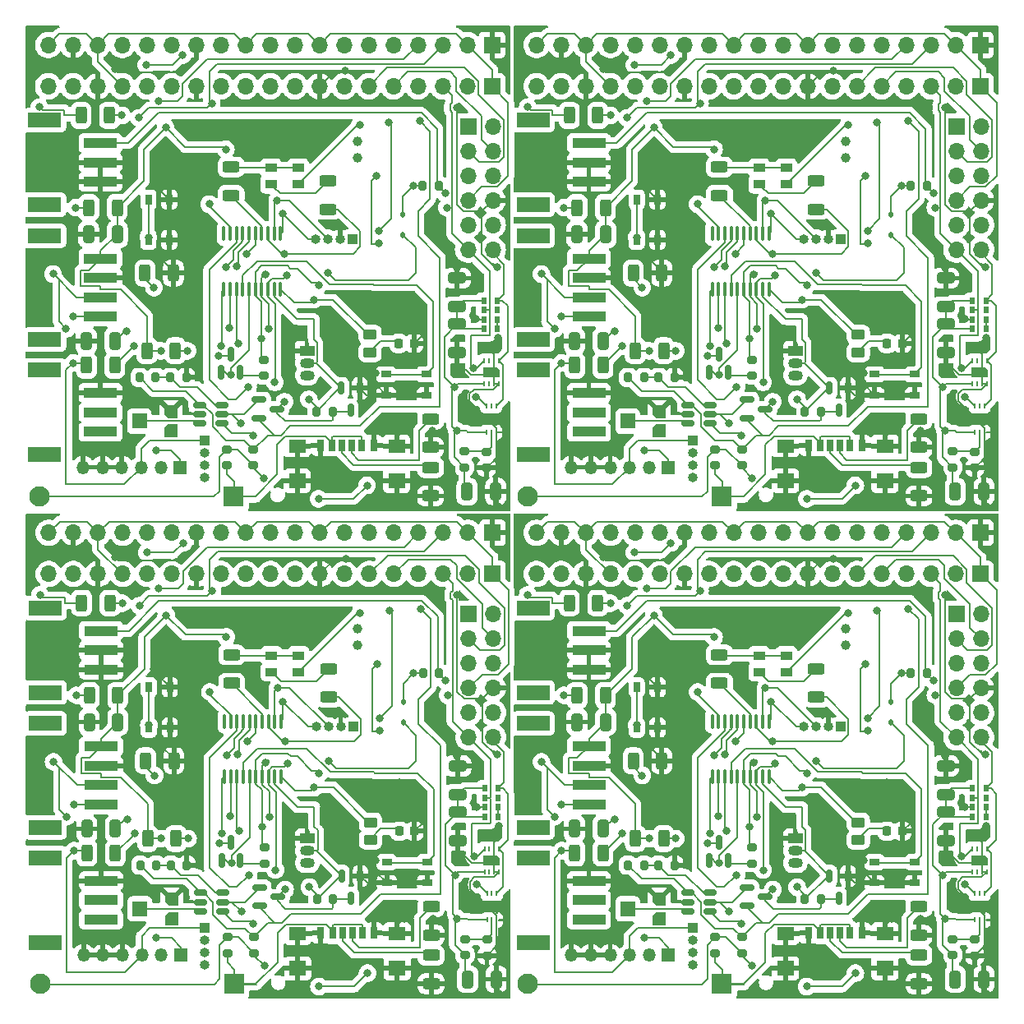
<source format=gtl>
G04 #@! TF.GenerationSoftware,KiCad,Pcbnew,7.0.7*
G04 #@! TF.CreationDate,2023-12-30T17:03:25-05:00*
G04 #@! TF.ProjectId,sensor_node,73656e73-6f72-45f6-9e6f-64652e6b6963,rev?*
G04 #@! TF.SameCoordinates,Original*
G04 #@! TF.FileFunction,Copper,L1,Top*
G04 #@! TF.FilePolarity,Positive*
%FSLAX46Y46*%
G04 Gerber Fmt 4.6, Leading zero omitted, Abs format (unit mm)*
G04 Created by KiCad (PCBNEW 7.0.7) date 2023-12-30 17:03:25*
%MOMM*%
%LPD*%
G01*
G04 APERTURE LIST*
G04 Aperture macros list*
%AMRoundRect*
0 Rectangle with rounded corners*
0 $1 Rounding radius*
0 $2 $3 $4 $5 $6 $7 $8 $9 X,Y pos of 4 corners*
0 Add a 4 corners polygon primitive as box body*
4,1,4,$2,$3,$4,$5,$6,$7,$8,$9,$2,$3,0*
0 Add four circle primitives for the rounded corners*
1,1,$1+$1,$2,$3*
1,1,$1+$1,$4,$5*
1,1,$1+$1,$6,$7*
1,1,$1+$1,$8,$9*
0 Add four rect primitives between the rounded corners*
20,1,$1+$1,$2,$3,$4,$5,0*
20,1,$1+$1,$4,$5,$6,$7,0*
20,1,$1+$1,$6,$7,$8,$9,0*
20,1,$1+$1,$8,$9,$2,$3,0*%
%AMFreePoly0*
4,1,48,0.304658,0.675378,0.306642,0.675910,0.309680,0.674493,0.326062,0.671605,0.338804,0.660912,0.353882,0.653882,0.653881,0.353882,0.656594,0.350006,0.658373,0.348980,0.659519,0.345829,0.669061,0.332204,0.670510,0.315631,0.676200,0.300000,0.676200,-0.600000,0.674454,-0.609900,0.675042,-0.613232,0.673350,-0.616161,0.671605,-0.626062,0.658877,-0.641229,0.648980,-0.658373,
0.642519,-0.660724,0.638100,-0.665991,0.618605,-0.669428,0.600000,-0.676200,-0.600000,-0.676200,-0.609900,-0.674454,-0.613232,-0.675042,-0.616161,-0.673350,-0.626062,-0.671605,-0.641229,-0.658877,-0.658373,-0.648980,-0.660724,-0.642519,-0.665991,-0.638100,-0.669428,-0.618605,-0.676200,-0.600000,-0.676200,0.600000,-0.674454,0.609900,-0.675042,0.613232,-0.673350,0.616161,-0.671605,0.626062,
-0.658877,0.641229,-0.648980,0.658373,-0.642519,0.660724,-0.638100,0.665991,-0.618605,0.669428,-0.600000,0.676200,0.300000,0.676200,0.304658,0.675378,0.304658,0.675378,$1*%
%AMFreePoly1*
4,1,48,0.609900,0.674454,0.613232,0.675042,0.616161,0.673350,0.626062,0.671605,0.641229,0.658877,0.658373,0.648980,0.660724,0.642519,0.665991,0.638100,0.669428,0.618605,0.676200,0.600000,0.676200,-0.600000,0.674454,-0.609900,0.675042,-0.613232,0.673350,-0.616161,0.671605,-0.626062,0.658877,-0.641229,0.648980,-0.658373,0.642519,-0.660724,0.638100,-0.665991,0.618605,-0.669428,
0.600000,-0.676200,-0.600000,-0.676200,-0.609900,-0.674454,-0.613232,-0.675042,-0.616161,-0.673350,-0.626062,-0.671605,-0.641229,-0.658877,-0.658373,-0.648980,-0.660724,-0.642519,-0.665991,-0.638100,-0.669428,-0.618605,-0.676200,-0.600000,-0.676200,0.300000,-0.675378,0.304658,-0.675910,0.306642,-0.674493,0.309680,-0.671605,0.326062,-0.660912,0.338804,-0.653882,0.353882,-0.353882,0.653881,
-0.350006,0.656594,-0.348980,0.658373,-0.345829,0.659519,-0.332204,0.669061,-0.315631,0.670510,-0.300000,0.676200,0.600000,0.676200,0.609900,0.674454,0.609900,0.674454,$1*%
%AMFreePoly2*
4,1,6,0.500000,-0.850000,-0.500000,-0.850000,-0.500000,0.550000,-0.200000,0.850000,0.500000,0.850000,0.500000,-0.850000,0.500000,-0.850000,$1*%
G04 Aperture macros list end*
G04 #@! TA.AperFunction,SMDPad,CuDef*
%ADD10RoundRect,0.250000X-0.450000X0.262500X-0.450000X-0.262500X0.450000X-0.262500X0.450000X0.262500X0*%
G04 #@! TD*
G04 #@! TA.AperFunction,SMDPad,CuDef*
%ADD11RoundRect,0.250000X-0.625000X0.312500X-0.625000X-0.312500X0.625000X-0.312500X0.625000X0.312500X0*%
G04 #@! TD*
G04 #@! TA.AperFunction,SMDPad,CuDef*
%ADD12RoundRect,0.200000X-0.275000X0.200000X-0.275000X-0.200000X0.275000X-0.200000X0.275000X0.200000X0*%
G04 #@! TD*
G04 #@! TA.AperFunction,SMDPad,CuDef*
%ADD13R,0.250000X0.550000*%
G04 #@! TD*
G04 #@! TA.AperFunction,SMDPad,CuDef*
%ADD14RoundRect,0.250000X0.325000X0.650000X-0.325000X0.650000X-0.325000X-0.650000X0.325000X-0.650000X0*%
G04 #@! TD*
G04 #@! TA.AperFunction,ComponentPad*
%ADD15C,1.000000*%
G04 #@! TD*
G04 #@! TA.AperFunction,SMDPad,CuDef*
%ADD16R,3.500000X1.000000*%
G04 #@! TD*
G04 #@! TA.AperFunction,SMDPad,CuDef*
%ADD17R,3.400000X1.500000*%
G04 #@! TD*
G04 #@! TA.AperFunction,SMDPad,CuDef*
%ADD18RoundRect,0.200000X0.200000X0.275000X-0.200000X0.275000X-0.200000X-0.275000X0.200000X-0.275000X0*%
G04 #@! TD*
G04 #@! TA.AperFunction,SMDPad,CuDef*
%ADD19R,0.700000X1.200000*%
G04 #@! TD*
G04 #@! TA.AperFunction,SMDPad,CuDef*
%ADD20R,0.760000X1.200000*%
G04 #@! TD*
G04 #@! TA.AperFunction,SMDPad,CuDef*
%ADD21R,0.800000X1.200000*%
G04 #@! TD*
G04 #@! TA.AperFunction,SMDPad,CuDef*
%ADD22R,1.800000X1.350000*%
G04 #@! TD*
G04 #@! TA.AperFunction,SMDPad,CuDef*
%ADD23R,1.800000X1.500000*%
G04 #@! TD*
G04 #@! TA.AperFunction,SMDPad,CuDef*
%ADD24RoundRect,0.250000X-0.312500X-0.625000X0.312500X-0.625000X0.312500X0.625000X-0.312500X0.625000X0*%
G04 #@! TD*
G04 #@! TA.AperFunction,SMDPad,CuDef*
%ADD25RoundRect,0.250000X0.650000X-0.325000X0.650000X0.325000X-0.650000X0.325000X-0.650000X-0.325000X0*%
G04 #@! TD*
G04 #@! TA.AperFunction,SMDPad,CuDef*
%ADD26RoundRect,0.150000X0.150000X-0.587500X0.150000X0.587500X-0.150000X0.587500X-0.150000X-0.587500X0*%
G04 #@! TD*
G04 #@! TA.AperFunction,SMDPad,CuDef*
%ADD27R,1.200000X0.900000*%
G04 #@! TD*
G04 #@! TA.AperFunction,SMDPad,CuDef*
%ADD28R,0.600000X0.720000*%
G04 #@! TD*
G04 #@! TA.AperFunction,SMDPad,CuDef*
%ADD29RoundRect,0.250000X-0.325000X-0.650000X0.325000X-0.650000X0.325000X0.650000X-0.325000X0.650000X0*%
G04 #@! TD*
G04 #@! TA.AperFunction,SMDPad,CuDef*
%ADD30RoundRect,0.250000X0.312500X0.625000X-0.312500X0.625000X-0.312500X-0.625000X0.312500X-0.625000X0*%
G04 #@! TD*
G04 #@! TA.AperFunction,SMDPad,CuDef*
%ADD31R,0.650000X1.050000*%
G04 #@! TD*
G04 #@! TA.AperFunction,ComponentPad*
%ADD32R,2.100000X2.100000*%
G04 #@! TD*
G04 #@! TA.AperFunction,ComponentPad*
%ADD33C,2.100000*%
G04 #@! TD*
G04 #@! TA.AperFunction,SMDPad,CuDef*
%ADD34RoundRect,0.200000X0.275000X-0.200000X0.275000X0.200000X-0.275000X0.200000X-0.275000X-0.200000X0*%
G04 #@! TD*
G04 #@! TA.AperFunction,ComponentPad*
%ADD35R,1.350000X1.350000*%
G04 #@! TD*
G04 #@! TA.AperFunction,ComponentPad*
%ADD36O,1.350000X1.350000*%
G04 #@! TD*
G04 #@! TA.AperFunction,SMDPad,CuDef*
%ADD37RoundRect,0.218750X0.218750X0.256250X-0.218750X0.256250X-0.218750X-0.256250X0.218750X-0.256250X0*%
G04 #@! TD*
G04 #@! TA.AperFunction,ComponentPad*
%ADD38R,1.700000X1.700000*%
G04 #@! TD*
G04 #@! TA.AperFunction,ComponentPad*
%ADD39O,1.700000X1.700000*%
G04 #@! TD*
G04 #@! TA.AperFunction,SMDPad,CuDef*
%ADD40FreePoly0,90.000000*%
G04 #@! TD*
G04 #@! TA.AperFunction,SMDPad,CuDef*
%ADD41R,1.500000X1.600000*%
G04 #@! TD*
G04 #@! TA.AperFunction,SMDPad,CuDef*
%ADD42FreePoly1,90.000000*%
G04 #@! TD*
G04 #@! TA.AperFunction,ComponentPad*
%ADD43R,1.000000X1.000000*%
G04 #@! TD*
G04 #@! TA.AperFunction,ComponentPad*
%ADD44O,1.000000X1.000000*%
G04 #@! TD*
G04 #@! TA.AperFunction,SMDPad,CuDef*
%ADD45RoundRect,0.250000X-0.650000X0.325000X-0.650000X-0.325000X0.650000X-0.325000X0.650000X0.325000X0*%
G04 #@! TD*
G04 #@! TA.AperFunction,SMDPad,CuDef*
%ADD46R,1.050000X0.650000*%
G04 #@! TD*
G04 #@! TA.AperFunction,SMDPad,CuDef*
%ADD47RoundRect,0.150000X-0.587500X-0.150000X0.587500X-0.150000X0.587500X0.150000X-0.587500X0.150000X0*%
G04 #@! TD*
G04 #@! TA.AperFunction,SMDPad,CuDef*
%ADD48RoundRect,0.100000X0.100000X-0.637500X0.100000X0.637500X-0.100000X0.637500X-0.100000X-0.637500X0*%
G04 #@! TD*
G04 #@! TA.AperFunction,SMDPad,CuDef*
%ADD49RoundRect,0.150000X-0.150000X0.512500X-0.150000X-0.512500X0.150000X-0.512500X0.150000X0.512500X0*%
G04 #@! TD*
G04 #@! TA.AperFunction,SMDPad,CuDef*
%ADD50FreePoly2,270.000000*%
G04 #@! TD*
G04 #@! TA.AperFunction,ComponentPad*
%ADD51R,1.500000X1.050000*%
G04 #@! TD*
G04 #@! TA.AperFunction,ComponentPad*
%ADD52O,1.500000X1.050000*%
G04 #@! TD*
G04 #@! TA.AperFunction,SMDPad,CuDef*
%ADD53RoundRect,0.150000X-0.512500X-0.150000X0.512500X-0.150000X0.512500X0.150000X-0.512500X0.150000X0*%
G04 #@! TD*
G04 #@! TA.AperFunction,SMDPad,CuDef*
%ADD54RoundRect,0.112500X0.112500X-0.187500X0.112500X0.187500X-0.112500X0.187500X-0.112500X-0.187500X0*%
G04 #@! TD*
G04 #@! TA.AperFunction,ViaPad*
%ADD55C,0.800000*%
G04 #@! TD*
G04 #@! TA.AperFunction,Conductor*
%ADD56C,0.200000*%
G04 #@! TD*
G04 #@! TA.AperFunction,Conductor*
%ADD57C,0.150000*%
G04 #@! TD*
G04 APERTURE END LIST*
D10*
X185875000Y-127087500D03*
X185875000Y-128912500D03*
D11*
X181574500Y-111250000D03*
X181574500Y-114175000D03*
X171574500Y-109825000D03*
X171574500Y-112750000D03*
D12*
X173875000Y-138925000D03*
X173875000Y-140575000D03*
D13*
X197875000Y-137150000D03*
X198375000Y-137150000D03*
X198875000Y-137150000D03*
X198875000Y-134400000D03*
X198375000Y-134400000D03*
X197875000Y-134400000D03*
D14*
X159850000Y-116750000D03*
X156900000Y-116750000D03*
D15*
X184574500Y-107150000D03*
X184574500Y-108850000D03*
D16*
X158125000Y-119250000D03*
X158125000Y-121250000D03*
X158125000Y-123250000D03*
X158125000Y-125250000D03*
D17*
X152375000Y-116900000D03*
X152375000Y-127600000D03*
D18*
X192950000Y-111750000D03*
X191300000Y-111750000D03*
D19*
X183000000Y-138500000D03*
D20*
X185020000Y-138500000D03*
D21*
X186250000Y-138500000D03*
D19*
X184000000Y-138500000D03*
D20*
X181980000Y-138500000D03*
D21*
X180750000Y-138500000D03*
D22*
X178375000Y-138555000D03*
D23*
X178375000Y-142135000D03*
D22*
X188625000Y-138555000D03*
D23*
X188625000Y-142135000D03*
D24*
X162700000Y-120750000D03*
X165625000Y-120750000D03*
D14*
X159600000Y-127750000D03*
X156650000Y-127750000D03*
D25*
X194875000Y-124225000D03*
X194875000Y-121275000D03*
D26*
X170562500Y-131000000D03*
X172462500Y-131000000D03*
X171512500Y-129125000D03*
D27*
X175674500Y-111600000D03*
X178474500Y-111600000D03*
X178474500Y-109900000D03*
X175674500Y-109900000D03*
D24*
X156912500Y-114000000D03*
X159837500Y-114000000D03*
D18*
X182025000Y-135000000D03*
X180375000Y-135000000D03*
D28*
X199025000Y-123585000D03*
X199025000Y-124555000D03*
X199025000Y-125525000D03*
X199025000Y-126495000D03*
X197625000Y-126495000D03*
X197625000Y-125525000D03*
X197625000Y-124555000D03*
X197625000Y-123585000D03*
D29*
X195874500Y-143250000D03*
X198824500Y-143250000D03*
D30*
X159037000Y-104500000D03*
X156112000Y-104500000D03*
D31*
X165200000Y-113175000D03*
X165200000Y-117325000D03*
X163050000Y-113175000D03*
X163050000Y-117325000D03*
D32*
X171824500Y-143750000D03*
D33*
X151824500Y-143750000D03*
D34*
X171125000Y-140575000D03*
X171125000Y-138925000D03*
D35*
X166324500Y-140750000D03*
D36*
X164324500Y-140750000D03*
X162324500Y-140750000D03*
X160324500Y-140750000D03*
X158324500Y-140750000D03*
X156324500Y-140750000D03*
D37*
X190412500Y-128000000D03*
X188837500Y-128000000D03*
D38*
X198445000Y-101500000D03*
D39*
X195905000Y-101500000D03*
X193365000Y-101500000D03*
X190825000Y-101500000D03*
X188285000Y-101500000D03*
X185745000Y-101500000D03*
X183205000Y-101500000D03*
X180665000Y-101500000D03*
X178125000Y-101500000D03*
X175585000Y-101500000D03*
X173045000Y-101500000D03*
X170505000Y-101500000D03*
X167965000Y-101500000D03*
X165425000Y-101500000D03*
X162885000Y-101500000D03*
X160345000Y-101500000D03*
X157805000Y-101500000D03*
X155265000Y-101500000D03*
X152725000Y-101500000D03*
D40*
X165375000Y-137000000D03*
D41*
X162125000Y-136000000D03*
D42*
X165375000Y-135000000D03*
D43*
X168824500Y-137980000D03*
D44*
X168824500Y-139250000D03*
X168824500Y-140520000D03*
X168824500Y-141790000D03*
D24*
X156662500Y-130250000D03*
X159587500Y-130250000D03*
D45*
X194875000Y-126000000D03*
X194875000Y-128950000D03*
D46*
X191700000Y-133325000D03*
X187550000Y-133325000D03*
X191700000Y-131175000D03*
X187550000Y-131175000D03*
D38*
X198455000Y-97250000D03*
D39*
X195915000Y-97250000D03*
X193375000Y-97250000D03*
X190835000Y-97250000D03*
X188295000Y-97250000D03*
X185755000Y-97250000D03*
X183215000Y-97250000D03*
X180675000Y-97250000D03*
X178135000Y-97250000D03*
X175595000Y-97250000D03*
X173055000Y-97250000D03*
X170515000Y-97250000D03*
X167975000Y-97250000D03*
X165435000Y-97250000D03*
X162895000Y-97250000D03*
X160355000Y-97250000D03*
X157815000Y-97250000D03*
X155275000Y-97250000D03*
X152735000Y-97250000D03*
D16*
X158125000Y-107350000D03*
X158125000Y-109350000D03*
X158125000Y-111350000D03*
D17*
X152375000Y-105000000D03*
X152375000Y-113700000D03*
D16*
X158125000Y-133100000D03*
X158125000Y-135100000D03*
X158125000Y-137100000D03*
D17*
X152375000Y-130750000D03*
X152375000Y-139450000D03*
D47*
X174437500Y-133800000D03*
X174437500Y-135700000D03*
X176312500Y-134750000D03*
D48*
X170825000Y-122398407D03*
X171475000Y-122398407D03*
X172125000Y-122398407D03*
X172775000Y-122398407D03*
X173425000Y-122398407D03*
X174075000Y-122398407D03*
X174725000Y-122398407D03*
X175375000Y-122398407D03*
X176025000Y-122398407D03*
X176675000Y-122398407D03*
X176675000Y-116673407D03*
X176025000Y-116673407D03*
X175375000Y-116673407D03*
X174725000Y-116673407D03*
X174075000Y-116673407D03*
X173425000Y-116673407D03*
X172775000Y-116673407D03*
X172125000Y-116673407D03*
X171475000Y-116673407D03*
X170825000Y-116673407D03*
D34*
X197875000Y-140825000D03*
X197875000Y-139175000D03*
D38*
X195985000Y-105630000D03*
D39*
X198525000Y-105630000D03*
X195985000Y-108170000D03*
X198525000Y-108170000D03*
X195985000Y-110710000D03*
X198525000Y-110710000D03*
X195985000Y-113250000D03*
X198525000Y-113250000D03*
X195985000Y-115790000D03*
X198525000Y-115790000D03*
X195985000Y-118330000D03*
X198525000Y-118330000D03*
D11*
X192125000Y-135787500D03*
X192125000Y-138712500D03*
D18*
X166950000Y-131500000D03*
X165300000Y-131500000D03*
D49*
X184825000Y-132612500D03*
X182925000Y-132612500D03*
X183875000Y-134887500D03*
D24*
X162912500Y-128750000D03*
X165837500Y-128750000D03*
D13*
X199125000Y-129825000D03*
X198625000Y-129825000D03*
X198125000Y-129825000D03*
X197625000Y-129825000D03*
X197625000Y-132175000D03*
X198125000Y-132175000D03*
X198625000Y-132175000D03*
X199125000Y-132175000D03*
D50*
X198375000Y-131000000D03*
D51*
X179386875Y-128741875D03*
D52*
X179386875Y-130011875D03*
X179386875Y-131281875D03*
D12*
X195625000Y-139100000D03*
X195625000Y-140750000D03*
D18*
X163800000Y-131500000D03*
X162150000Y-131500000D03*
D53*
X168362500Y-134350000D03*
X168362500Y-135300000D03*
X168362500Y-136250000D03*
X170637500Y-136250000D03*
X170637500Y-135300000D03*
X170637500Y-134350000D03*
D11*
X192125000Y-140787500D03*
X192125000Y-143712500D03*
D54*
X189249000Y-116800000D03*
X189249000Y-114700000D03*
D34*
X174962500Y-131325000D03*
X174962500Y-129675000D03*
D43*
X184074500Y-117250000D03*
D44*
X182804500Y-117250000D03*
X181534500Y-117250000D03*
X180264500Y-117250000D03*
D10*
X135625000Y-127087500D03*
X135625000Y-128912500D03*
D11*
X131324500Y-111250000D03*
X131324500Y-114175000D03*
X121324500Y-109825000D03*
X121324500Y-112750000D03*
D12*
X123625000Y-138925000D03*
X123625000Y-140575000D03*
D13*
X147625000Y-137150000D03*
X148125000Y-137150000D03*
X148625000Y-137150000D03*
X148625000Y-134400000D03*
X148125000Y-134400000D03*
X147625000Y-134400000D03*
D14*
X109600000Y-116750000D03*
X106650000Y-116750000D03*
D15*
X134324500Y-107150000D03*
X134324500Y-108850000D03*
D16*
X107875000Y-119250000D03*
X107875000Y-121250000D03*
X107875000Y-123250000D03*
X107875000Y-125250000D03*
D17*
X102125000Y-116900000D03*
X102125000Y-127600000D03*
D18*
X142700000Y-111750000D03*
X141050000Y-111750000D03*
D19*
X132750000Y-138500000D03*
D20*
X134770000Y-138500000D03*
D21*
X136000000Y-138500000D03*
D19*
X133750000Y-138500000D03*
D20*
X131730000Y-138500000D03*
D21*
X130500000Y-138500000D03*
D22*
X128125000Y-138555000D03*
D23*
X128125000Y-142135000D03*
D22*
X138375000Y-138555000D03*
D23*
X138375000Y-142135000D03*
D24*
X112450000Y-120750000D03*
X115375000Y-120750000D03*
D14*
X109350000Y-127750000D03*
X106400000Y-127750000D03*
D25*
X144625000Y-124225000D03*
X144625000Y-121275000D03*
D26*
X120312500Y-131000000D03*
X122212500Y-131000000D03*
X121262500Y-129125000D03*
D27*
X125424500Y-111600000D03*
X128224500Y-111600000D03*
X128224500Y-109900000D03*
X125424500Y-109900000D03*
D24*
X106662500Y-114000000D03*
X109587500Y-114000000D03*
D18*
X131775000Y-135000000D03*
X130125000Y-135000000D03*
D28*
X148775000Y-123585000D03*
X148775000Y-124555000D03*
X148775000Y-125525000D03*
X148775000Y-126495000D03*
X147375000Y-126495000D03*
X147375000Y-125525000D03*
X147375000Y-124555000D03*
X147375000Y-123585000D03*
D29*
X145624500Y-143250000D03*
X148574500Y-143250000D03*
D30*
X108787000Y-104500000D03*
X105862000Y-104500000D03*
D31*
X114950000Y-113175000D03*
X114950000Y-117325000D03*
X112800000Y-113175000D03*
X112800000Y-117325000D03*
D32*
X121574500Y-143750000D03*
D33*
X101574500Y-143750000D03*
D34*
X120875000Y-140575000D03*
X120875000Y-138925000D03*
D35*
X116074500Y-140750000D03*
D36*
X114074500Y-140750000D03*
X112074500Y-140750000D03*
X110074500Y-140750000D03*
X108074500Y-140750000D03*
X106074500Y-140750000D03*
D37*
X140162500Y-128000000D03*
X138587500Y-128000000D03*
D38*
X148195000Y-101500000D03*
D39*
X145655000Y-101500000D03*
X143115000Y-101500000D03*
X140575000Y-101500000D03*
X138035000Y-101500000D03*
X135495000Y-101500000D03*
X132955000Y-101500000D03*
X130415000Y-101500000D03*
X127875000Y-101500000D03*
X125335000Y-101500000D03*
X122795000Y-101500000D03*
X120255000Y-101500000D03*
X117715000Y-101500000D03*
X115175000Y-101500000D03*
X112635000Y-101500000D03*
X110095000Y-101500000D03*
X107555000Y-101500000D03*
X105015000Y-101500000D03*
X102475000Y-101500000D03*
D40*
X115125000Y-137000000D03*
D41*
X111875000Y-136000000D03*
D42*
X115125000Y-135000000D03*
D43*
X118574500Y-137980000D03*
D44*
X118574500Y-139250000D03*
X118574500Y-140520000D03*
X118574500Y-141790000D03*
D24*
X106412500Y-130250000D03*
X109337500Y-130250000D03*
D45*
X144625000Y-126000000D03*
X144625000Y-128950000D03*
D46*
X141450000Y-133325000D03*
X137300000Y-133325000D03*
X141450000Y-131175000D03*
X137300000Y-131175000D03*
D38*
X148205000Y-97250000D03*
D39*
X145665000Y-97250000D03*
X143125000Y-97250000D03*
X140585000Y-97250000D03*
X138045000Y-97250000D03*
X135505000Y-97250000D03*
X132965000Y-97250000D03*
X130425000Y-97250000D03*
X127885000Y-97250000D03*
X125345000Y-97250000D03*
X122805000Y-97250000D03*
X120265000Y-97250000D03*
X117725000Y-97250000D03*
X115185000Y-97250000D03*
X112645000Y-97250000D03*
X110105000Y-97250000D03*
X107565000Y-97250000D03*
X105025000Y-97250000D03*
X102485000Y-97250000D03*
D16*
X107875000Y-107350000D03*
X107875000Y-109350000D03*
X107875000Y-111350000D03*
D17*
X102125000Y-105000000D03*
X102125000Y-113700000D03*
D16*
X107875000Y-133100000D03*
X107875000Y-135100000D03*
X107875000Y-137100000D03*
D17*
X102125000Y-130750000D03*
X102125000Y-139450000D03*
D47*
X124187500Y-133800000D03*
X124187500Y-135700000D03*
X126062500Y-134750000D03*
D48*
X120575000Y-122398407D03*
X121225000Y-122398407D03*
X121875000Y-122398407D03*
X122525000Y-122398407D03*
X123175000Y-122398407D03*
X123825000Y-122398407D03*
X124475000Y-122398407D03*
X125125000Y-122398407D03*
X125775000Y-122398407D03*
X126425000Y-122398407D03*
X126425000Y-116673407D03*
X125775000Y-116673407D03*
X125125000Y-116673407D03*
X124475000Y-116673407D03*
X123825000Y-116673407D03*
X123175000Y-116673407D03*
X122525000Y-116673407D03*
X121875000Y-116673407D03*
X121225000Y-116673407D03*
X120575000Y-116673407D03*
D34*
X147625000Y-140825000D03*
X147625000Y-139175000D03*
D38*
X145735000Y-105630000D03*
D39*
X148275000Y-105630000D03*
X145735000Y-108170000D03*
X148275000Y-108170000D03*
X145735000Y-110710000D03*
X148275000Y-110710000D03*
X145735000Y-113250000D03*
X148275000Y-113250000D03*
X145735000Y-115790000D03*
X148275000Y-115790000D03*
X145735000Y-118330000D03*
X148275000Y-118330000D03*
D11*
X141875000Y-135787500D03*
X141875000Y-138712500D03*
D18*
X116700000Y-131500000D03*
X115050000Y-131500000D03*
D49*
X134575000Y-132612500D03*
X132675000Y-132612500D03*
X133625000Y-134887500D03*
D24*
X112662500Y-128750000D03*
X115587500Y-128750000D03*
D13*
X148875000Y-129825000D03*
X148375000Y-129825000D03*
X147875000Y-129825000D03*
X147375000Y-129825000D03*
X147375000Y-132175000D03*
X147875000Y-132175000D03*
X148375000Y-132175000D03*
X148875000Y-132175000D03*
D50*
X148125000Y-131000000D03*
D51*
X129136875Y-128741875D03*
D52*
X129136875Y-130011875D03*
X129136875Y-131281875D03*
D12*
X145375000Y-139100000D03*
X145375000Y-140750000D03*
D18*
X113550000Y-131500000D03*
X111900000Y-131500000D03*
D53*
X118112500Y-134350000D03*
X118112500Y-135300000D03*
X118112500Y-136250000D03*
X120387500Y-136250000D03*
X120387500Y-135300000D03*
X120387500Y-134350000D03*
D11*
X141875000Y-140787500D03*
X141875000Y-143712500D03*
D54*
X138999000Y-116800000D03*
X138999000Y-114700000D03*
D34*
X124712500Y-131325000D03*
X124712500Y-129675000D03*
D43*
X133824500Y-117250000D03*
D44*
X132554500Y-117250000D03*
X131284500Y-117250000D03*
X130014500Y-117250000D03*
D10*
X185875000Y-76837500D03*
X185875000Y-78662500D03*
D11*
X181574500Y-61000000D03*
X181574500Y-63925000D03*
X171574500Y-59575000D03*
X171574500Y-62500000D03*
D12*
X173875000Y-88675000D03*
X173875000Y-90325000D03*
D13*
X197875000Y-86900000D03*
X198375000Y-86900000D03*
X198875000Y-86900000D03*
X198875000Y-84150000D03*
X198375000Y-84150000D03*
X197875000Y-84150000D03*
D14*
X159850000Y-66500000D03*
X156900000Y-66500000D03*
D15*
X184574500Y-56900000D03*
X184574500Y-58600000D03*
D16*
X158125000Y-69000000D03*
X158125000Y-71000000D03*
X158125000Y-73000000D03*
X158125000Y-75000000D03*
D17*
X152375000Y-66650000D03*
X152375000Y-77350000D03*
D18*
X192950000Y-61500000D03*
X191300000Y-61500000D03*
D19*
X183000000Y-88250000D03*
D20*
X185020000Y-88250000D03*
D21*
X186250000Y-88250000D03*
D19*
X184000000Y-88250000D03*
D20*
X181980000Y-88250000D03*
D21*
X180750000Y-88250000D03*
D22*
X178375000Y-88305000D03*
D23*
X178375000Y-91885000D03*
D22*
X188625000Y-88305000D03*
D23*
X188625000Y-91885000D03*
D24*
X162700000Y-70500000D03*
X165625000Y-70500000D03*
D14*
X159600000Y-77500000D03*
X156650000Y-77500000D03*
D25*
X194875000Y-73975000D03*
X194875000Y-71025000D03*
D26*
X170562500Y-80750000D03*
X172462500Y-80750000D03*
X171512500Y-78875000D03*
D27*
X175674500Y-61350000D03*
X178474500Y-61350000D03*
X178474500Y-59650000D03*
X175674500Y-59650000D03*
D24*
X156912500Y-63750000D03*
X159837500Y-63750000D03*
D18*
X182025000Y-84750000D03*
X180375000Y-84750000D03*
D28*
X199025000Y-73335000D03*
X199025000Y-74305000D03*
X199025000Y-75275000D03*
X199025000Y-76245000D03*
X197625000Y-76245000D03*
X197625000Y-75275000D03*
X197625000Y-74305000D03*
X197625000Y-73335000D03*
D29*
X195874500Y-93000000D03*
X198824500Y-93000000D03*
D30*
X159037000Y-54250000D03*
X156112000Y-54250000D03*
D31*
X165200000Y-62925000D03*
X165200000Y-67075000D03*
X163050000Y-62925000D03*
X163050000Y-67075000D03*
D32*
X171824500Y-93500000D03*
D33*
X151824500Y-93500000D03*
D34*
X171125000Y-90325000D03*
X171125000Y-88675000D03*
D35*
X166324500Y-90500000D03*
D36*
X164324500Y-90500000D03*
X162324500Y-90500000D03*
X160324500Y-90500000D03*
X158324500Y-90500000D03*
X156324500Y-90500000D03*
D37*
X190412500Y-77750000D03*
X188837500Y-77750000D03*
D38*
X198445000Y-51250000D03*
D39*
X195905000Y-51250000D03*
X193365000Y-51250000D03*
X190825000Y-51250000D03*
X188285000Y-51250000D03*
X185745000Y-51250000D03*
X183205000Y-51250000D03*
X180665000Y-51250000D03*
X178125000Y-51250000D03*
X175585000Y-51250000D03*
X173045000Y-51250000D03*
X170505000Y-51250000D03*
X167965000Y-51250000D03*
X165425000Y-51250000D03*
X162885000Y-51250000D03*
X160345000Y-51250000D03*
X157805000Y-51250000D03*
X155265000Y-51250000D03*
X152725000Y-51250000D03*
D40*
X165375000Y-86750000D03*
D41*
X162125000Y-85750000D03*
D42*
X165375000Y-84750000D03*
D43*
X168824500Y-87730000D03*
D44*
X168824500Y-89000000D03*
X168824500Y-90270000D03*
X168824500Y-91540000D03*
D24*
X156662500Y-80000000D03*
X159587500Y-80000000D03*
D45*
X194875000Y-75750000D03*
X194875000Y-78700000D03*
D46*
X191700000Y-83075000D03*
X187550000Y-83075000D03*
X191700000Y-80925000D03*
X187550000Y-80925000D03*
D38*
X198455000Y-47000000D03*
D39*
X195915000Y-47000000D03*
X193375000Y-47000000D03*
X190835000Y-47000000D03*
X188295000Y-47000000D03*
X185755000Y-47000000D03*
X183215000Y-47000000D03*
X180675000Y-47000000D03*
X178135000Y-47000000D03*
X175595000Y-47000000D03*
X173055000Y-47000000D03*
X170515000Y-47000000D03*
X167975000Y-47000000D03*
X165435000Y-47000000D03*
X162895000Y-47000000D03*
X160355000Y-47000000D03*
X157815000Y-47000000D03*
X155275000Y-47000000D03*
X152735000Y-47000000D03*
D16*
X158125000Y-57100000D03*
X158125000Y-59100000D03*
X158125000Y-61100000D03*
D17*
X152375000Y-54750000D03*
X152375000Y-63450000D03*
D16*
X158125000Y-82850000D03*
X158125000Y-84850000D03*
X158125000Y-86850000D03*
D17*
X152375000Y-80500000D03*
X152375000Y-89200000D03*
D47*
X174437500Y-83550000D03*
X174437500Y-85450000D03*
X176312500Y-84500000D03*
D48*
X170825000Y-72148407D03*
X171475000Y-72148407D03*
X172125000Y-72148407D03*
X172775000Y-72148407D03*
X173425000Y-72148407D03*
X174075000Y-72148407D03*
X174725000Y-72148407D03*
X175375000Y-72148407D03*
X176025000Y-72148407D03*
X176675000Y-72148407D03*
X176675000Y-66423407D03*
X176025000Y-66423407D03*
X175375000Y-66423407D03*
X174725000Y-66423407D03*
X174075000Y-66423407D03*
X173425000Y-66423407D03*
X172775000Y-66423407D03*
X172125000Y-66423407D03*
X171475000Y-66423407D03*
X170825000Y-66423407D03*
D34*
X197875000Y-90575000D03*
X197875000Y-88925000D03*
D38*
X195985000Y-55380000D03*
D39*
X198525000Y-55380000D03*
X195985000Y-57920000D03*
X198525000Y-57920000D03*
X195985000Y-60460000D03*
X198525000Y-60460000D03*
X195985000Y-63000000D03*
X198525000Y-63000000D03*
X195985000Y-65540000D03*
X198525000Y-65540000D03*
X195985000Y-68080000D03*
X198525000Y-68080000D03*
D11*
X192125000Y-85537500D03*
X192125000Y-88462500D03*
D18*
X166950000Y-81250000D03*
X165300000Y-81250000D03*
D49*
X184825000Y-82362500D03*
X182925000Y-82362500D03*
X183875000Y-84637500D03*
D24*
X162912500Y-78500000D03*
X165837500Y-78500000D03*
D13*
X199125000Y-79575000D03*
X198625000Y-79575000D03*
X198125000Y-79575000D03*
X197625000Y-79575000D03*
X197625000Y-81925000D03*
X198125000Y-81925000D03*
X198625000Y-81925000D03*
X199125000Y-81925000D03*
D50*
X198375000Y-80750000D03*
D51*
X179386875Y-78491875D03*
D52*
X179386875Y-79761875D03*
X179386875Y-81031875D03*
D12*
X195625000Y-88850000D03*
X195625000Y-90500000D03*
D18*
X163800000Y-81250000D03*
X162150000Y-81250000D03*
D53*
X168362500Y-84100000D03*
X168362500Y-85050000D03*
X168362500Y-86000000D03*
X170637500Y-86000000D03*
X170637500Y-85050000D03*
X170637500Y-84100000D03*
D11*
X192125000Y-90537500D03*
X192125000Y-93462500D03*
D54*
X189249000Y-66550000D03*
X189249000Y-64450000D03*
D34*
X174962500Y-81075000D03*
X174962500Y-79425000D03*
D43*
X184074500Y-67000000D03*
D44*
X182804500Y-67000000D03*
X181534500Y-67000000D03*
X180264500Y-67000000D03*
D10*
X135570500Y-76837500D03*
X135570500Y-78662500D03*
D11*
X131270000Y-61000000D03*
X131270000Y-63925000D03*
X121270000Y-59575000D03*
X121270000Y-62500000D03*
D27*
X128170000Y-59650000D03*
X125370000Y-59650000D03*
X128170000Y-61350000D03*
X125370000Y-61350000D03*
D26*
X120258000Y-80750000D03*
X122158000Y-80750000D03*
X121208000Y-78875000D03*
D25*
X144570500Y-73975000D03*
X144570500Y-71025000D03*
D14*
X109295500Y-77500000D03*
X106345500Y-77500000D03*
D24*
X112395500Y-70500000D03*
X115320500Y-70500000D03*
D18*
X142645500Y-61500000D03*
X140995500Y-61500000D03*
D19*
X132695500Y-88250000D03*
D20*
X134715500Y-88250000D03*
D21*
X135945500Y-88250000D03*
D19*
X133695500Y-88250000D03*
D20*
X131675500Y-88250000D03*
D21*
X130445500Y-88250000D03*
D22*
X128070500Y-88305000D03*
D23*
X128070500Y-91885000D03*
D22*
X138320500Y-88305000D03*
D23*
X138320500Y-91885000D03*
D16*
X107820500Y-69000000D03*
X107820500Y-71000000D03*
X107820500Y-73000000D03*
X107820500Y-75000000D03*
D17*
X102070500Y-66650000D03*
X102070500Y-77350000D03*
D15*
X134270000Y-56900000D03*
X134270000Y-58600000D03*
D14*
X109545500Y-66500000D03*
X106595500Y-66500000D03*
D13*
X147570500Y-84150000D03*
X148070500Y-84150000D03*
X148570500Y-84150000D03*
X148570500Y-86900000D03*
X148070500Y-86900000D03*
X147570500Y-86900000D03*
D12*
X123570500Y-88675000D03*
X123570500Y-90325000D03*
D43*
X133770000Y-67000000D03*
D44*
X132500000Y-67000000D03*
X131230000Y-67000000D03*
X129960000Y-67000000D03*
D24*
X112608000Y-78500000D03*
X115533000Y-78500000D03*
D34*
X124658000Y-81075000D03*
X124658000Y-79425000D03*
D53*
X118058000Y-84100000D03*
X118058000Y-85050000D03*
X118058000Y-86000000D03*
X120333000Y-86000000D03*
X120333000Y-85050000D03*
X120333000Y-84100000D03*
D38*
X148150500Y-47000000D03*
D39*
X145610500Y-47000000D03*
X143070500Y-47000000D03*
X140530500Y-47000000D03*
X137990500Y-47000000D03*
X135450500Y-47000000D03*
X132910500Y-47000000D03*
X130370500Y-47000000D03*
X127830500Y-47000000D03*
X125290500Y-47000000D03*
X122750500Y-47000000D03*
X120210500Y-47000000D03*
X117670500Y-47000000D03*
X115130500Y-47000000D03*
X112590500Y-47000000D03*
X110050500Y-47000000D03*
X107510500Y-47000000D03*
X104970500Y-47000000D03*
X102430500Y-47000000D03*
D16*
X107820500Y-57100000D03*
X107820500Y-59100000D03*
X107820500Y-61100000D03*
D17*
X102070500Y-54750000D03*
X102070500Y-63450000D03*
D38*
X145680500Y-55380000D03*
D39*
X148220500Y-55380000D03*
X145680500Y-57920000D03*
X148220500Y-57920000D03*
X145680500Y-60460000D03*
X148220500Y-60460000D03*
X145680500Y-63000000D03*
X148220500Y-63000000D03*
X145680500Y-65540000D03*
X148220500Y-65540000D03*
X145680500Y-68080000D03*
X148220500Y-68080000D03*
D54*
X138944500Y-66550000D03*
X138944500Y-64450000D03*
D47*
X124133000Y-83550000D03*
X124133000Y-85450000D03*
X126008000Y-84500000D03*
D16*
X107820500Y-82850000D03*
X107820500Y-84850000D03*
X107820500Y-86850000D03*
D17*
X102070500Y-80500000D03*
X102070500Y-89200000D03*
D11*
X141820500Y-90537500D03*
X141820500Y-93462500D03*
D34*
X147570500Y-90575000D03*
X147570500Y-88925000D03*
D18*
X113495500Y-81250000D03*
X111845500Y-81250000D03*
D12*
X145320500Y-88850000D03*
X145320500Y-90500000D03*
D49*
X134520500Y-82362500D03*
X132620500Y-82362500D03*
X133570500Y-84637500D03*
D11*
X141820500Y-85537500D03*
X141820500Y-88462500D03*
D51*
X129082375Y-78491875D03*
D52*
X129082375Y-79761875D03*
X129082375Y-81031875D03*
D13*
X148820500Y-79575000D03*
X148320500Y-79575000D03*
X147820500Y-79575000D03*
X147320500Y-79575000D03*
X147320500Y-81925000D03*
X147820500Y-81925000D03*
X148320500Y-81925000D03*
X148820500Y-81925000D03*
D50*
X148070500Y-80750000D03*
D18*
X116645500Y-81250000D03*
X114995500Y-81250000D03*
D48*
X120520500Y-72148407D03*
X121170500Y-72148407D03*
X121820500Y-72148407D03*
X122470500Y-72148407D03*
X123120500Y-72148407D03*
X123770500Y-72148407D03*
X124420500Y-72148407D03*
X125070500Y-72148407D03*
X125720500Y-72148407D03*
X126370500Y-72148407D03*
X126370500Y-66423407D03*
X125720500Y-66423407D03*
X125070500Y-66423407D03*
X124420500Y-66423407D03*
X123770500Y-66423407D03*
X123120500Y-66423407D03*
X122470500Y-66423407D03*
X121820500Y-66423407D03*
X121170500Y-66423407D03*
X120520500Y-66423407D03*
D43*
X118520000Y-87730000D03*
D44*
X118520000Y-89000000D03*
X118520000Y-90270000D03*
X118520000Y-91540000D03*
D40*
X115070500Y-86750000D03*
D41*
X111820500Y-85750000D03*
D42*
X115070500Y-84750000D03*
D32*
X121520000Y-93500000D03*
D33*
X101520000Y-93500000D03*
D45*
X144570500Y-75750000D03*
X144570500Y-78700000D03*
D28*
X147320500Y-73335000D03*
X147320500Y-74305000D03*
X147320500Y-75275000D03*
X147320500Y-76245000D03*
X148720500Y-76245000D03*
X148720500Y-75275000D03*
X148720500Y-74305000D03*
X148720500Y-73335000D03*
D31*
X114895500Y-62925000D03*
X114895500Y-67075000D03*
X112745500Y-62925000D03*
X112745500Y-67075000D03*
D30*
X108732500Y-54250000D03*
X105807500Y-54250000D03*
D29*
X145570000Y-93000000D03*
X148520000Y-93000000D03*
D35*
X116020000Y-90500000D03*
D36*
X114020000Y-90500000D03*
X112020000Y-90500000D03*
X110020000Y-90500000D03*
X108020000Y-90500000D03*
X106020000Y-90500000D03*
D37*
X140108000Y-77750000D03*
X138533000Y-77750000D03*
D34*
X120820500Y-90325000D03*
X120820500Y-88675000D03*
D24*
X106358000Y-80000000D03*
X109283000Y-80000000D03*
D38*
X148140500Y-51250000D03*
D39*
X145600500Y-51250000D03*
X143060500Y-51250000D03*
X140520500Y-51250000D03*
X137980500Y-51250000D03*
X135440500Y-51250000D03*
X132900500Y-51250000D03*
X130360500Y-51250000D03*
X127820500Y-51250000D03*
X125280500Y-51250000D03*
X122740500Y-51250000D03*
X120200500Y-51250000D03*
X117660500Y-51250000D03*
X115120500Y-51250000D03*
X112580500Y-51250000D03*
X110040500Y-51250000D03*
X107500500Y-51250000D03*
X104960500Y-51250000D03*
X102420500Y-51250000D03*
D18*
X131720500Y-84750000D03*
X130070500Y-84750000D03*
D24*
X106608000Y-63750000D03*
X109533000Y-63750000D03*
D46*
X141395500Y-83075000D03*
X137245500Y-83075000D03*
X141395500Y-80925000D03*
X137245500Y-80925000D03*
D55*
X184824500Y-105500000D03*
X185574500Y-142625500D03*
X180574500Y-144000000D03*
X199074500Y-127454502D03*
X186574500Y-110750000D03*
X172574500Y-136250000D03*
X151824500Y-103650498D03*
X160324500Y-104500000D03*
X187824500Y-105250000D03*
X186824500Y-117655000D03*
X192324500Y-137000000D03*
X194824500Y-103700500D03*
X189324500Y-137000000D03*
X177074500Y-134000000D03*
X163050000Y-117075000D03*
X199074500Y-144750000D03*
X164324500Y-119250000D03*
X175074500Y-120898407D03*
X155574500Y-114000000D03*
X166324500Y-100099500D03*
X160824500Y-111000000D03*
X196824500Y-125500000D03*
X179824500Y-108500000D03*
X186824500Y-116385000D03*
X177074500Y-118750000D03*
X194824500Y-120250000D03*
X188824500Y-123000000D03*
X178324500Y-126500000D03*
X159579372Y-99745128D03*
X174324500Y-108750000D03*
X181574500Y-120750000D03*
X162824500Y-99300500D03*
X193824500Y-114000000D03*
X176074500Y-132000000D03*
X166574500Y-98300500D03*
X171563000Y-131250000D03*
X171425500Y-126400500D03*
X172324500Y-128000000D03*
X169324500Y-113648407D03*
X172162708Y-120049442D03*
X190324500Y-111750000D03*
X174675500Y-127500000D03*
X176324500Y-113250000D03*
X191030128Y-105094872D03*
X171024000Y-108000000D03*
X177324500Y-121000000D03*
X173194122Y-118768029D03*
X196555690Y-130585499D03*
X176875000Y-114648407D03*
X155324500Y-125250000D03*
X160824500Y-126750000D03*
X164079878Y-102994622D03*
X162074500Y-104750000D03*
X161574500Y-128250000D03*
X194824500Y-137000000D03*
X194574500Y-132500000D03*
X173824500Y-137500000D03*
X180074500Y-123500000D03*
X169574500Y-103250000D03*
X163625000Y-122250000D03*
X170324500Y-129250000D03*
X174954878Y-141880378D03*
X154574500Y-126500000D03*
X164324500Y-128750000D03*
X196824500Y-133500000D03*
X198944122Y-120130378D03*
X183324500Y-99899500D03*
X175438000Y-126500000D03*
X180574500Y-122000000D03*
X181280500Y-140000000D03*
X167074500Y-128750000D03*
X155324500Y-130000000D03*
X193625000Y-112500000D03*
X163824500Y-139000000D03*
X153230128Y-120844372D03*
X158375000Y-137000000D03*
X163574500Y-111250000D03*
X186415965Y-131013066D03*
X182074500Y-128750000D03*
X179574500Y-133750000D03*
X171074500Y-120148407D03*
X164824500Y-105750000D03*
X173324500Y-132500000D03*
X170574500Y-128250000D03*
X134574500Y-105500000D03*
X135324500Y-142625500D03*
X130324500Y-144000000D03*
X148824500Y-127454502D03*
X136324500Y-110750000D03*
X122324500Y-136250000D03*
X101574500Y-103650498D03*
X110074500Y-104500000D03*
X137574500Y-105250000D03*
X136574500Y-117655000D03*
X142074500Y-137000000D03*
X144574500Y-103700500D03*
X139074500Y-137000000D03*
X126824500Y-134000000D03*
X112800000Y-117075000D03*
X148824500Y-144750000D03*
X114074500Y-119250000D03*
X124824500Y-120898407D03*
X105324500Y-114000000D03*
X116074500Y-100099500D03*
X110574500Y-111000000D03*
X146574500Y-125500000D03*
X129574500Y-108500000D03*
X136574500Y-116385000D03*
X126824500Y-118750000D03*
X144574500Y-120250000D03*
X138574500Y-123000000D03*
X128074500Y-126500000D03*
X109329372Y-99745128D03*
X124074500Y-108750000D03*
X131324500Y-120750000D03*
X112574500Y-99300500D03*
X143574500Y-114000000D03*
X125824500Y-132000000D03*
X116324500Y-98300500D03*
X121313000Y-131250000D03*
X121175500Y-126400500D03*
X122074500Y-128000000D03*
X119074500Y-113648407D03*
X121912708Y-120049442D03*
X140074500Y-111750000D03*
X124425500Y-127500000D03*
X126074500Y-113250000D03*
X140780128Y-105094872D03*
X120774000Y-108000000D03*
X127074500Y-121000000D03*
X122944122Y-118768029D03*
X146305690Y-130585499D03*
X126625000Y-114648407D03*
X105074500Y-125250000D03*
X110574500Y-126750000D03*
X113829878Y-102994622D03*
X111824500Y-104750000D03*
X111324500Y-128250000D03*
X144574500Y-137000000D03*
X144324500Y-132500000D03*
X123574500Y-137500000D03*
X129824500Y-123500000D03*
X119324500Y-103250000D03*
X113375000Y-122250000D03*
X120074500Y-129250000D03*
X124704878Y-141880378D03*
X104324500Y-126500000D03*
X114074500Y-128750000D03*
X146574500Y-133500000D03*
X148694122Y-120130378D03*
X133074500Y-99899500D03*
X125188000Y-126500000D03*
X130324500Y-122000000D03*
X131030500Y-140000000D03*
X116824500Y-128750000D03*
X105074500Y-130000000D03*
X143375000Y-112500000D03*
X113574500Y-139000000D03*
X102980128Y-120844372D03*
X108125000Y-137000000D03*
X113324500Y-111250000D03*
X136165965Y-131013066D03*
X131824500Y-128750000D03*
X129324500Y-133750000D03*
X120824500Y-120148407D03*
X114574500Y-105750000D03*
X123074500Y-132500000D03*
X120324500Y-128250000D03*
X184824500Y-55250000D03*
X185574500Y-92375500D03*
X180574500Y-93750000D03*
X199074500Y-77204502D03*
X186574500Y-60500000D03*
X172574500Y-86000000D03*
X151824500Y-53400498D03*
X160324500Y-54250000D03*
X187824500Y-55000000D03*
X186824500Y-67405000D03*
X192324500Y-86750000D03*
X194824500Y-53450500D03*
X189324500Y-86750000D03*
X177074500Y-83750000D03*
X163050000Y-66825000D03*
X199074500Y-94500000D03*
X164324500Y-69000000D03*
X175074500Y-70648407D03*
X155574500Y-63750000D03*
X166324500Y-49849500D03*
X160824500Y-60750000D03*
X196824500Y-75250000D03*
X179824500Y-58250000D03*
X186824500Y-66135000D03*
X177074500Y-68500000D03*
X194824500Y-70000000D03*
X188824500Y-72750000D03*
X178324500Y-76250000D03*
X159579372Y-49495128D03*
X174324500Y-58500000D03*
X181574500Y-70500000D03*
X162824500Y-49050500D03*
X193824500Y-63750000D03*
X176074500Y-81750000D03*
X166574500Y-48050500D03*
X171563000Y-81000000D03*
X171425500Y-76150500D03*
X172324500Y-77750000D03*
X169324500Y-63398407D03*
X172162708Y-69799442D03*
X190324500Y-61500000D03*
X174675500Y-77250000D03*
X176324500Y-63000000D03*
X191030128Y-54844872D03*
X171024000Y-57750000D03*
X177324500Y-70750000D03*
X173194122Y-68518029D03*
X196555690Y-80335499D03*
X176875000Y-64398407D03*
X155324500Y-75000000D03*
X160824500Y-76500000D03*
X164079878Y-52744622D03*
X162074500Y-54500000D03*
X161574500Y-78000000D03*
X194824500Y-86750000D03*
X194574500Y-82250000D03*
X173824500Y-87250000D03*
X180074500Y-73250000D03*
X169574500Y-53000000D03*
X163625000Y-72000000D03*
X170324500Y-79000000D03*
X174954878Y-91630378D03*
X154574500Y-76250000D03*
X164324500Y-78500000D03*
X196824500Y-83250000D03*
X198944122Y-69880378D03*
X183324500Y-49649500D03*
X175438000Y-76250000D03*
X180574500Y-71750000D03*
X181280500Y-89750000D03*
X167074500Y-78500000D03*
X155324500Y-79750000D03*
X193625000Y-62250000D03*
X163824500Y-88750000D03*
X153230128Y-70594372D03*
X158375000Y-86750000D03*
X163574500Y-61000000D03*
X186415965Y-80763066D03*
X182074500Y-78500000D03*
X179574500Y-83500000D03*
X171074500Y-69898407D03*
X164824500Y-55500000D03*
X173324500Y-82250000D03*
X170574500Y-78000000D03*
X130270000Y-93750000D03*
X135270000Y-92375500D03*
X130976000Y-89750000D03*
X128020000Y-76250000D03*
X134520000Y-55250000D03*
X120719500Y-57750000D03*
X144520000Y-86750000D03*
X114020000Y-78500000D03*
X113520000Y-88750000D03*
X114520000Y-55500000D03*
X144270000Y-82250000D03*
X129270000Y-83500000D03*
X120020000Y-79000000D03*
X143520000Y-63750000D03*
X126020000Y-63000000D03*
X108070500Y-86750000D03*
X146520000Y-83250000D03*
X116270000Y-48050500D03*
X126570500Y-64398407D03*
X146251190Y-80335499D03*
X112520000Y-49050500D03*
X119020000Y-63398407D03*
X130270000Y-71750000D03*
X131270000Y-70500000D03*
X124371000Y-77250000D03*
X110520000Y-76500000D03*
X140020000Y-61500000D03*
X105020000Y-75000000D03*
X104270000Y-76250000D03*
X102925628Y-70594372D03*
X111270000Y-78000000D03*
X120270000Y-78000000D03*
X113320500Y-72000000D03*
X124650378Y-91630378D03*
X123020000Y-82250000D03*
X140725628Y-54844872D03*
X143320500Y-62250000D03*
X119270000Y-53000000D03*
X111770000Y-54500000D03*
X122889622Y-68518029D03*
X113775378Y-52744622D03*
X121858208Y-69799442D03*
X129770000Y-73250000D03*
X123520000Y-87250000D03*
X127020000Y-70750000D03*
X125770000Y-81750000D03*
X122020000Y-77750000D03*
X105020000Y-79750000D03*
X121121000Y-76150500D03*
X116770000Y-78500000D03*
X121258500Y-81000000D03*
X120770000Y-69898407D03*
X131770000Y-78500000D03*
X136111465Y-80763066D03*
X113270000Y-61000000D03*
X125133500Y-76250000D03*
X133020000Y-49649500D03*
X148639622Y-69880378D03*
X148770000Y-94500000D03*
X124770000Y-70648407D03*
X114020000Y-69000000D03*
X142020000Y-86750000D03*
X110520000Y-60750000D03*
X109274872Y-49495128D03*
X144520000Y-53450500D03*
X138520000Y-72750000D03*
X129520000Y-58250000D03*
X146520000Y-75250000D03*
X139020000Y-86750000D03*
X148770000Y-77204502D03*
X124020000Y-58500000D03*
X144520000Y-70000000D03*
X116020000Y-49849500D03*
X136270000Y-60500000D03*
X136520000Y-67405000D03*
X137520000Y-55000000D03*
X136520000Y-66135000D03*
X126770000Y-68500000D03*
X105270000Y-63750000D03*
X110020000Y-54250000D03*
X101520000Y-53400498D03*
X112745500Y-66825000D03*
X122270000Y-86000000D03*
X126770000Y-83750000D03*
D56*
X190574500Y-118125500D02*
X189249000Y-116800000D01*
X190574500Y-120750000D02*
X190574500Y-118125500D01*
X189824500Y-121500000D02*
X190574500Y-120750000D01*
X181574500Y-120750000D02*
X182324500Y-121500000D01*
X182324500Y-121500000D02*
X189824500Y-121500000D01*
X184200000Y-144000000D02*
X180574500Y-144000000D01*
X176624500Y-112550000D02*
X175957343Y-111882843D01*
X171574500Y-112750000D02*
X174725000Y-115900500D01*
X174725000Y-115900500D02*
X174725000Y-116673407D01*
X178474500Y-109900000D02*
X175674500Y-109900000D01*
X171649500Y-109900000D02*
X175674500Y-109900000D01*
X171574500Y-109825000D02*
X171649500Y-109900000D01*
X180436875Y-127916875D02*
X180436875Y-129899375D01*
X178359315Y-125500000D02*
X180074500Y-125500000D01*
X180074500Y-125500000D02*
X180074500Y-127554500D01*
X176025000Y-122398407D02*
X176025000Y-123165685D01*
X176025000Y-123165685D02*
X178359315Y-125500000D01*
X180436875Y-129899375D02*
X180324375Y-130011875D01*
X180074500Y-127554500D02*
X180436875Y-127916875D01*
X162125000Y-136000000D02*
X168112500Y-136000000D01*
X168112500Y-136000000D02*
X168362500Y-136250000D01*
X184874500Y-118050000D02*
X184174500Y-118750000D01*
X182599500Y-114175000D02*
X184874500Y-116450000D01*
X184874500Y-116450000D02*
X184874500Y-118050000D01*
X184174500Y-118750000D02*
X177074500Y-118750000D01*
X181574500Y-114175000D02*
X182599500Y-114175000D01*
X181574500Y-111250000D02*
X180274500Y-112550000D01*
X180274500Y-112550000D02*
X176624500Y-112550000D01*
X182074500Y-123500000D02*
X185749500Y-127175000D01*
X178074500Y-123797907D02*
X176675000Y-122398407D01*
X179776593Y-123797907D02*
X178074500Y-123797907D01*
X185749500Y-127175000D02*
X185875000Y-127175000D01*
X180074500Y-123500000D02*
X182074500Y-123500000D01*
X180074500Y-123500000D02*
X179776593Y-123797907D01*
X179324500Y-119500000D02*
X174222907Y-119500000D01*
X190725000Y-122000000D02*
X186324500Y-122000000D01*
X192375000Y-130500000D02*
X192375000Y-123650000D01*
X191700000Y-131175000D02*
X192375000Y-130500000D01*
X192375000Y-123650000D02*
X190725000Y-122000000D01*
X186324500Y-122000000D02*
X186224500Y-121900000D01*
X174222907Y-119500000D02*
X172775000Y-120947907D01*
X172775000Y-120947907D02*
X172775000Y-122398407D01*
X186224500Y-121900000D02*
X181724500Y-121900000D01*
X181724500Y-121900000D02*
X179324500Y-119500000D01*
D57*
X178324500Y-126500000D02*
X179386875Y-127562375D01*
X179386875Y-127562375D02*
X179386875Y-128741875D01*
D56*
X198525000Y-118330000D02*
X198525000Y-118721306D01*
X199644122Y-119840428D02*
X199644122Y-122965878D01*
X199644122Y-122965878D02*
X199025000Y-123585000D01*
X198525000Y-118721306D02*
X199644122Y-119840428D01*
X174722907Y-120000000D02*
X174075000Y-120647907D01*
X174075000Y-120647907D02*
X174075000Y-122398407D01*
X177370457Y-120000000D02*
X174722907Y-120000000D01*
X177670458Y-120300000D02*
X177370457Y-120000000D01*
X179824500Y-121750000D02*
X178374500Y-120300000D01*
X180324500Y-121750000D02*
X179824500Y-121750000D01*
X180574500Y-122000000D02*
X180324500Y-121750000D01*
X178374500Y-120300000D02*
X177670458Y-120300000D01*
X199525000Y-123585000D02*
X200074500Y-124134500D01*
X185574500Y-142625500D02*
X184200000Y-144000000D01*
X176324500Y-113250000D02*
X177534500Y-113250000D01*
X176324500Y-113250000D02*
X176025000Y-113549500D01*
X177534500Y-113250000D02*
X181534500Y-117250000D01*
X176025000Y-113549500D02*
X176025000Y-116673407D01*
D57*
X175324500Y-107750000D02*
X174324500Y-108750000D01*
X179074500Y-107750000D02*
X175324500Y-107750000D01*
X179824500Y-108500000D02*
X179074500Y-107750000D01*
D56*
X198185500Y-127194500D02*
X198225000Y-127155000D01*
X196309830Y-127194500D02*
X198185500Y-127194500D01*
X198225000Y-124655000D02*
X198125000Y-124555000D01*
X198225000Y-127155000D02*
X198225000Y-124655000D01*
X178474500Y-111600000D02*
X184574500Y-105500000D01*
X184574500Y-105500000D02*
X184824500Y-105500000D01*
X195985000Y-118330000D02*
X198225000Y-120570000D01*
X198125000Y-124555000D02*
X197625000Y-124555000D01*
X198225000Y-120570000D02*
X198225000Y-124455000D01*
X198225000Y-124455000D02*
X198125000Y-124555000D01*
X164324500Y-128750000D02*
X162912500Y-128750000D01*
X158125000Y-122050000D02*
X158125000Y-122450000D01*
X165375000Y-139000000D02*
X166324500Y-139949500D01*
X156075000Y-120450000D02*
X156075000Y-122050000D01*
X194824500Y-137000000D02*
X194350000Y-136525500D01*
X193574500Y-127300500D02*
X194875000Y-126000000D01*
X164824500Y-105750000D02*
X166824500Y-107750000D01*
X159837500Y-116737500D02*
X159850000Y-116750000D01*
X195824500Y-137000000D02*
X195974500Y-137150000D01*
X199001346Y-111860000D02*
X200125000Y-110736346D01*
X194875000Y-124225000D02*
X194875000Y-126000000D01*
X182925000Y-132612500D02*
X182762500Y-132612500D01*
X194574500Y-132500000D02*
X193574500Y-131500000D01*
X156075000Y-122050000D02*
X158125000Y-122050000D01*
X195974500Y-137150000D02*
X197875000Y-137150000D01*
X194875000Y-124225000D02*
X195515000Y-123585000D01*
X166824500Y-107750000D02*
X169074500Y-107750000D01*
X179386875Y-130011875D02*
X180324375Y-130011875D01*
X200125000Y-103180000D02*
X198445000Y-101500000D01*
X158125000Y-118475000D02*
X158125000Y-119250000D01*
X197375000Y-111860000D02*
X199001346Y-111860000D01*
X158125000Y-119250000D02*
X156925000Y-120450000D01*
X170324500Y-129250000D02*
X171387500Y-129250000D01*
X174205000Y-96100000D02*
X179525000Y-96100000D01*
X181825000Y-96100000D02*
X194765000Y-96100000D01*
X195625000Y-142956250D02*
X195925000Y-143256250D01*
X198445000Y-99780000D02*
X195915000Y-97250000D01*
X156925000Y-120450000D02*
X156075000Y-120450000D01*
X158965000Y-96100000D02*
X171905000Y-96100000D01*
X157815000Y-98970000D02*
X157815000Y-97250000D01*
X162581000Y-111256500D02*
X162581000Y-107993500D01*
X157815000Y-97250000D02*
X158965000Y-96100000D01*
X153885000Y-96100000D02*
X156665000Y-96100000D01*
X158125000Y-122450000D02*
X160175000Y-122450000D01*
X194875000Y-126000000D02*
X195370000Y-126495000D01*
X195985000Y-113250000D02*
X197375000Y-111860000D01*
X195515000Y-123585000D02*
X197625000Y-123585000D01*
X159837500Y-114000000D02*
X159837500Y-116737500D01*
X195625000Y-140750000D02*
X195625000Y-142956250D01*
X176025000Y-122398407D02*
X176025000Y-123051592D01*
X180375000Y-135000000D02*
X180375000Y-134550500D01*
X171905000Y-96100000D02*
X173055000Y-97250000D01*
X195370000Y-126495000D02*
X197625000Y-126495000D01*
X163824500Y-139000000D02*
X165375000Y-139000000D01*
X159850000Y-116750000D02*
X158125000Y-118475000D01*
X173055000Y-97250000D02*
X174205000Y-96100000D01*
X182762500Y-132612500D02*
X180375000Y-135000000D01*
X156665000Y-96100000D02*
X157815000Y-97250000D01*
X194350000Y-132724500D02*
X194574500Y-132500000D01*
X194574500Y-139699500D02*
X194574500Y-137000000D01*
X159837500Y-114000000D02*
X162581000Y-111256500D01*
X171387500Y-129250000D02*
X171512500Y-129125000D01*
X194765000Y-96100000D02*
X195915000Y-97250000D01*
X194824500Y-137000000D02*
X195824500Y-137000000D01*
X198445000Y-101500000D02*
X198445000Y-99780000D01*
X194574500Y-137000000D02*
X194824500Y-137000000D01*
X162581000Y-107993500D02*
X164824500Y-105750000D01*
X195625000Y-140750000D02*
X194574500Y-139699500D01*
X180375000Y-134550500D02*
X179574500Y-133750000D01*
X180324375Y-130011875D02*
X182925000Y-132612500D01*
X152735000Y-97250000D02*
X153885000Y-96100000D01*
X200125000Y-110736346D02*
X200125000Y-103180000D01*
X180675000Y-97250000D02*
X181825000Y-96100000D01*
X194899500Y-132175000D02*
X197625000Y-132175000D01*
X162912500Y-125187500D02*
X162912500Y-128750000D01*
X160175000Y-122450000D02*
X162912500Y-125187500D01*
X194350000Y-136525500D02*
X194350000Y-132724500D01*
X160345000Y-101500000D02*
X157815000Y-98970000D01*
X179525000Y-96100000D02*
X180675000Y-97250000D01*
X166324500Y-139949500D02*
X166324500Y-140750000D01*
X193574500Y-131500000D02*
X193574500Y-127300500D01*
X171024000Y-108000000D02*
X170774000Y-107750000D01*
X194574500Y-132500000D02*
X194899500Y-132175000D01*
X170774000Y-107750000D02*
X169074500Y-107750000D01*
X194324500Y-114000000D02*
X194324500Y-116669500D01*
X194324500Y-102459500D02*
X194324500Y-103210550D01*
X194324500Y-104190450D02*
X194324500Y-114000000D01*
X194124500Y-103410550D02*
X194124500Y-103990450D01*
X200074500Y-128875500D02*
X199125000Y-129825000D01*
X193365000Y-101500000D02*
X194324500Y-102459500D01*
X193824500Y-114000000D02*
X194324500Y-114000000D01*
X200074500Y-124134500D02*
X200074500Y-128875500D01*
X191700000Y-131250000D02*
X189824500Y-131250000D01*
X177074500Y-134000000D02*
X177062500Y-134000000D01*
X176312500Y-135187500D02*
X177125000Y-136000000D01*
X177125000Y-136000000D02*
X181875000Y-136000000D01*
X170637500Y-135300000D02*
X172937500Y-135300000D01*
X181875000Y-136000000D02*
X182025000Y-135850000D01*
X176312500Y-134750000D02*
X176312500Y-135187500D01*
X189824500Y-131250000D02*
X187550000Y-131250000D01*
X172937500Y-135300000D02*
X174437500Y-133800000D01*
X152124002Y-103950000D02*
X154375000Y-103950000D01*
X154375000Y-104500000D02*
X156112000Y-104500000D01*
X151824500Y-103650498D02*
X152124002Y-103950000D01*
X182025000Y-135850000D02*
X182025000Y-135000000D01*
X154375000Y-103950000D02*
X154375000Y-104500000D01*
X179386875Y-131675625D02*
X179386875Y-131281875D01*
X171624500Y-135300000D02*
X172574500Y-136250000D01*
X163050000Y-113175000D02*
X163050000Y-117075000D01*
X182025000Y-135000000D02*
X183762500Y-135000000D01*
X177062500Y-134000000D02*
X176312500Y-134750000D01*
X183762500Y-135000000D02*
X183875000Y-134887500D01*
X170637500Y-135300000D02*
X171624500Y-135300000D01*
X195625000Y-139100000D02*
X197800000Y-139100000D01*
X187824500Y-105250000D02*
X188074500Y-105500000D01*
X175375000Y-117326592D02*
X175375000Y-116673407D01*
X197800000Y-139100000D02*
X197875000Y-139175000D01*
X176798408Y-118750000D02*
X175375000Y-117326592D01*
X198375000Y-138675000D02*
X197875000Y-139175000D01*
X188074500Y-115135000D02*
X186824500Y-116385000D01*
X186574500Y-110750000D02*
X186074500Y-111250000D01*
X160324500Y-104500000D02*
X159037000Y-104500000D01*
X186729500Y-117750000D02*
X186824500Y-117655000D01*
X198375000Y-137150000D02*
X198375000Y-138675000D01*
X188074500Y-105500000D02*
X188074500Y-115135000D01*
X186074500Y-117750000D02*
X186729500Y-117750000D01*
X186074500Y-111250000D02*
X186074500Y-117750000D01*
X156912500Y-114000000D02*
X155574500Y-114000000D01*
X177074500Y-118750000D02*
X176798408Y-118750000D01*
D57*
X198625000Y-132175000D02*
X199125000Y-132175000D01*
X180750000Y-139469500D02*
X180750000Y-138500000D01*
X190412500Y-128000000D02*
X191325000Y-127087500D01*
X194875000Y-121275000D02*
X194875000Y-120300500D01*
X196276095Y-131260499D02*
X198114501Y-131260499D01*
X174725000Y-123218077D02*
X175438000Y-123931077D01*
X191325000Y-124400000D02*
X190224500Y-124400000D01*
X187550000Y-133325000D02*
X185537500Y-133325000D01*
X197400000Y-114375000D02*
X195519009Y-114375000D01*
X198625000Y-130750000D02*
X198625000Y-129825000D01*
X174725000Y-122398407D02*
X174725000Y-121247907D01*
X198625000Y-129825000D02*
X198625000Y-127904002D01*
X165625000Y-120550500D02*
X165625000Y-120750000D01*
X194824500Y-113680491D02*
X194824500Y-103700500D01*
X196599500Y-132725000D02*
X196149500Y-133175000D01*
X167975000Y-97250000D02*
X167975000Y-98449000D01*
X199125000Y-132175000D02*
X198575000Y-132725000D01*
X199074500Y-144750000D02*
X199074500Y-143455750D01*
X196149500Y-133974500D02*
X198875000Y-136700000D01*
X188625000Y-138555000D02*
X188625000Y-137699500D01*
X197625000Y-125525000D02*
X196849500Y-125525000D01*
X160824500Y-111000000D02*
X160474500Y-111350000D01*
X180665000Y-101500000D02*
X182265500Y-99899500D01*
X166950000Y-131500000D02*
X167060000Y-131390000D01*
X164324500Y-119250000D02*
X165625000Y-120550500D01*
X195519009Y-114375000D02*
X194824500Y-113680491D01*
X191325000Y-127087500D02*
X191325000Y-124400000D01*
X198875000Y-136700000D02*
X198875000Y-137150000D01*
X197400000Y-114375000D02*
X197400000Y-118795991D01*
X192324500Y-138513000D02*
X192125000Y-138712500D01*
X186415965Y-132190965D02*
X186415965Y-131013066D01*
X198625000Y-132175000D02*
X198625000Y-131250000D01*
X198875000Y-139825000D02*
X198875000Y-137150000D01*
X175438000Y-123931077D02*
X175438000Y-126500000D01*
X198114501Y-131260499D02*
X198375000Y-131000000D01*
X182265500Y-99899500D02*
X183324500Y-99899500D01*
X166324500Y-100099500D02*
X159933744Y-100099500D01*
X198375000Y-131000000D02*
X198625000Y-130750000D01*
X198525000Y-113250000D02*
X197400000Y-114375000D01*
X194875000Y-120300500D02*
X194824500Y-120250000D01*
X188625000Y-137699500D02*
X189324500Y-137000000D01*
X196849500Y-125525000D02*
X196824500Y-125500000D01*
X198625000Y-131250000D02*
X198375000Y-131000000D01*
D56*
X165300000Y-131500000D02*
X166300000Y-132500000D01*
D57*
X198734387Y-120130378D02*
X198944122Y-120130378D01*
D56*
X172574500Y-117714093D02*
X172574500Y-117648407D01*
D57*
X160474500Y-111350000D02*
X158125000Y-111350000D01*
X174725000Y-122398407D02*
X174725000Y-123218077D01*
X197875000Y-140825000D02*
X198875000Y-139825000D01*
X181280500Y-140000000D02*
X180750000Y-139469500D01*
X198625000Y-127904002D02*
X199074500Y-127454502D01*
X194875000Y-128950000D02*
X194875000Y-129859404D01*
D56*
X172574500Y-117648407D02*
X172775000Y-117447907D01*
D57*
X185537500Y-133325000D02*
X184825000Y-132612500D01*
X163574500Y-111549500D02*
X163574500Y-111250000D01*
D56*
X168074500Y-132500000D02*
X169924500Y-134350000D01*
X172787500Y-131325000D02*
X174962500Y-131325000D01*
X173425000Y-128663604D02*
X173425000Y-122398407D01*
D57*
X167975000Y-98449000D02*
X166324500Y-100099500D01*
D56*
X171824500Y-119398407D02*
X171824500Y-118464093D01*
D57*
X165200000Y-113175000D02*
X163574500Y-111549500D01*
D56*
X172775000Y-117447907D02*
X172775000Y-116673407D01*
X169924500Y-134350000D02*
X170637500Y-134350000D01*
X172462500Y-131000000D02*
X172787500Y-131325000D01*
X171563000Y-131250000D02*
X171212500Y-131250000D01*
X167074500Y-128750000D02*
X165837500Y-128750000D01*
X171212500Y-131250000D02*
X170762500Y-130800000D01*
X171563000Y-131250000D02*
X171563000Y-130525604D01*
X171824500Y-118464093D02*
X172574500Y-117714093D01*
X199025000Y-126495000D02*
X199025000Y-125525000D01*
X171563000Y-130525604D02*
X173425000Y-128663604D01*
X166300000Y-132500000D02*
X168074500Y-132500000D01*
D57*
X192324500Y-137000000D02*
X192324500Y-138513000D01*
X196149500Y-133175000D02*
X196149500Y-133974500D01*
X190224500Y-124400000D02*
X188824500Y-123000000D01*
X199074500Y-143455750D02*
X198875000Y-143256250D01*
D56*
X163800000Y-131500000D02*
X165300000Y-131500000D01*
D57*
X198575000Y-132725000D02*
X196599500Y-132725000D01*
X174725000Y-121247907D02*
X175074500Y-120898407D01*
X159933744Y-100099500D02*
X159579372Y-99745128D01*
X187550000Y-133325000D02*
X186415965Y-132190965D01*
X194875000Y-129859404D02*
X196276095Y-131260499D01*
X197400000Y-118795991D02*
X198734387Y-120130378D01*
D56*
X171074500Y-120148407D02*
X171824500Y-119398407D01*
X175759315Y-121360907D02*
X175375000Y-121745222D01*
X173574500Y-137250000D02*
X171637500Y-137250000D01*
X173824500Y-137500000D02*
X173574500Y-137250000D01*
X172125000Y-127800500D02*
X172125000Y-122398407D01*
X172324500Y-128000000D02*
X172125000Y-127800500D01*
X175375000Y-121745222D02*
X175375000Y-122398407D01*
X171637500Y-137250000D02*
X170637500Y-136250000D01*
X176137500Y-132000000D02*
X176137500Y-123961407D01*
X163155050Y-137980000D02*
X162324500Y-138810550D01*
X171425500Y-126400500D02*
X171475000Y-126351000D01*
X155324500Y-130000000D02*
X156412500Y-130000000D01*
X177324500Y-121000000D02*
X176963593Y-121360907D01*
X176137500Y-123961407D02*
X175375000Y-123198907D01*
X156412500Y-130000000D02*
X156662500Y-130250000D01*
X160574500Y-142500000D02*
X162324500Y-140750000D01*
X154574500Y-130750000D02*
X154574500Y-142500000D01*
X162324500Y-138810550D02*
X162324500Y-140750000D01*
X168824500Y-137980000D02*
X163155050Y-137980000D01*
X176963593Y-121360907D02*
X175759315Y-121360907D01*
X171475000Y-126351000D02*
X171475000Y-122398407D01*
X155324500Y-130000000D02*
X154574500Y-130750000D01*
X154574500Y-142500000D02*
X160574500Y-142500000D01*
X175375000Y-123198907D02*
X175375000Y-122398407D01*
X189335000Y-98750000D02*
X190835000Y-97250000D01*
X172324500Y-118648407D02*
X173425000Y-117547907D01*
X172324500Y-119887650D02*
X172324500Y-118648407D01*
X169574500Y-103250000D02*
X169324500Y-103000000D01*
X166575000Y-101249500D02*
X169074500Y-98750000D01*
X170124500Y-99200000D02*
X191425000Y-99200000D01*
X164079878Y-102994622D02*
X164085256Y-103000000D01*
X172162708Y-120049442D02*
X172324500Y-119887650D01*
X174195000Y-116553407D02*
X174075000Y-116673407D01*
X164085256Y-103000000D02*
X166075000Y-103000000D01*
X173425000Y-117547907D02*
X173425000Y-116673407D01*
X169074500Y-103750000D02*
X169574500Y-103250000D01*
X174075000Y-117887151D02*
X174075000Y-116673407D01*
X162074500Y-104750000D02*
X163074500Y-103750000D01*
X166075000Y-103000000D02*
X166575000Y-102500000D01*
X191425000Y-99200000D02*
X193375000Y-97250000D01*
X169324500Y-100000000D02*
X170124500Y-99200000D01*
X169074500Y-98750000D02*
X189335000Y-98750000D01*
X173194122Y-118768029D02*
X174075000Y-117887151D01*
X166575000Y-102500000D02*
X166575000Y-101249500D01*
X163074500Y-103750000D02*
X169074500Y-103750000D01*
X169324500Y-103000000D02*
X169324500Y-100000000D01*
X169675000Y-135313604D02*
X169675000Y-136586396D01*
X198525000Y-108170000D02*
X197375000Y-107020000D01*
X194125000Y-100000000D02*
X189785000Y-100000000D01*
X194755000Y-100630000D02*
X194125000Y-100000000D01*
X189785000Y-100000000D02*
X188285000Y-101500000D01*
X197375000Y-104596346D02*
X194755000Y-101976346D01*
X176022918Y-137450000D02*
X174437500Y-135864582D01*
X197055000Y-102364315D02*
X197055000Y-101023654D01*
X191030128Y-105094872D02*
X192074500Y-106139244D01*
X171088604Y-138000000D02*
X172950000Y-138000000D01*
X169675000Y-136586396D02*
X171088604Y-138000000D01*
X176727082Y-137450000D02*
X176022918Y-137450000D01*
X195985000Y-108170000D02*
X197135000Y-109320000D01*
X199675000Y-108800000D02*
X199675000Y-104984315D01*
X193074500Y-134500000D02*
X186874314Y-134500000D01*
X174437500Y-135864582D02*
X174437500Y-135700000D01*
X176022918Y-137450000D02*
X175350000Y-137450000D01*
X192074500Y-113130550D02*
X190824500Y-114380550D01*
X197055000Y-101023654D02*
X195631346Y-99600000D01*
X168711396Y-134350000D02*
X169675000Y-135313604D01*
X190824500Y-116916637D02*
X193074500Y-119166637D01*
X190824500Y-114380550D02*
X190824500Y-116916637D01*
X187645000Y-99600000D02*
X185745000Y-101500000D01*
X197135000Y-109320000D02*
X199155000Y-109320000D01*
X197375000Y-107020000D02*
X197375000Y-104596346D01*
X191174500Y-104250000D02*
X164074500Y-104250000D01*
X177677082Y-136500000D02*
X176727082Y-137450000D01*
X184874314Y-136500000D02*
X177677082Y-136500000D01*
X162150000Y-131500000D02*
X163550000Y-132900000D01*
X199155000Y-109320000D02*
X199675000Y-108800000D01*
X193625000Y-112500000D02*
X192824500Y-111699500D01*
X160974500Y-107350000D02*
X158125000Y-107350000D01*
X192824500Y-111699500D02*
X192824500Y-105900000D01*
X175350000Y-137450000D02*
X173875000Y-138925000D01*
X186874314Y-134500000D02*
X184874314Y-136500000D01*
X195631346Y-99600000D02*
X187645000Y-99600000D01*
X163550000Y-132900000D02*
X166912500Y-132900000D01*
X192824500Y-105900000D02*
X191174500Y-104250000D01*
X172950000Y-138000000D02*
X173875000Y-138925000D01*
X164074500Y-104250000D02*
X160974500Y-107350000D01*
X168362500Y-134350000D02*
X168711396Y-134350000D01*
X193074500Y-119166637D02*
X193074500Y-134500000D01*
X194755000Y-101976346D02*
X194755000Y-100630000D01*
X166912500Y-132900000D02*
X168362500Y-134350000D01*
X192074500Y-106139244D02*
X192074500Y-113130550D01*
X199675000Y-104984315D02*
X197055000Y-102364315D01*
X162700000Y-120750000D02*
X162700000Y-121325000D01*
X161574500Y-128263000D02*
X159587500Y-130250000D01*
X159587500Y-130250000D02*
X159825000Y-130487500D01*
X190950000Y-140000000D02*
X184700000Y-140000000D01*
X173875000Y-140800500D02*
X173875000Y-140575000D01*
X172225000Y-138925000D02*
X173875000Y-140575000D01*
X190950000Y-136962500D02*
X190950000Y-140000000D01*
X162700000Y-121325000D02*
X163625000Y-122250000D01*
X170350000Y-139700000D02*
X171125000Y-138925000D01*
X169787000Y-143787500D02*
X170350000Y-143224500D01*
X174954878Y-141880378D02*
X173875000Y-140800500D01*
X171125000Y-138925000D02*
X172225000Y-138925000D01*
X170584234Y-128240266D02*
X170584234Y-122639173D01*
X184700000Y-140000000D02*
X184000000Y-139300000D01*
X170350000Y-143224500D02*
X170350000Y-139700000D01*
X172074500Y-133750000D02*
X171324500Y-133750000D01*
X171324500Y-133750000D02*
X169324500Y-131750000D01*
X192125000Y-135787500D02*
X190950000Y-136962500D01*
X169324500Y-120398407D02*
X172125000Y-117597907D01*
X169324500Y-131750000D02*
X169324500Y-120398407D01*
X161574500Y-128250000D02*
X161574500Y-128263000D01*
X173324500Y-132500000D02*
X172074500Y-133750000D01*
X151875000Y-143787500D02*
X169787000Y-143787500D01*
X170574500Y-128250000D02*
X170584234Y-128240266D01*
X172125000Y-117597907D02*
X172125000Y-116673407D01*
X170584234Y-122639173D02*
X170825000Y-122398407D01*
X184000000Y-139300000D02*
X184000000Y-138500000D01*
X183000000Y-138500000D02*
X183000000Y-139300000D01*
X184200000Y-140500000D02*
X192087500Y-140500000D01*
X191250000Y-111700000D02*
X191200000Y-111750000D01*
X185875000Y-128825000D02*
X186950000Y-127750000D01*
X160824500Y-126750000D02*
X160600000Y-126750000D01*
X155324500Y-125250000D02*
X158125000Y-125250000D01*
X153230128Y-120844372D02*
X155635756Y-123250000D01*
X190324500Y-111750000D02*
X189249000Y-112825500D01*
X155635756Y-123250000D02*
X158125000Y-123250000D01*
X186950000Y-127750000D02*
X188587500Y-127750000D01*
X174675500Y-129388000D02*
X174675500Y-123698907D01*
X189249000Y-112825500D02*
X189249000Y-114700000D01*
X192087500Y-140500000D02*
X192375000Y-140787500D01*
X183000000Y-139300000D02*
X184200000Y-140500000D01*
X160600000Y-126750000D02*
X159600000Y-127750000D01*
X174075000Y-123098407D02*
X174075000Y-122398407D01*
X153824500Y-121438744D02*
X153824500Y-125750000D01*
X153230128Y-120844372D02*
X153824500Y-121438744D01*
X153824500Y-125750000D02*
X154574500Y-126500000D01*
X188587500Y-127750000D02*
X188837500Y-128000000D01*
X191200000Y-111750000D02*
X190324500Y-111750000D01*
X174962500Y-129675000D02*
X174675500Y-129388000D01*
X174675500Y-123698907D02*
X174075000Y-123098407D01*
X169324500Y-113869722D02*
X171475000Y-116020222D01*
X171475000Y-116020222D02*
X171475000Y-116673407D01*
X169324500Y-113648407D02*
X169324500Y-113869722D01*
X184920000Y-137600000D02*
X185020000Y-137700000D01*
X176875000Y-116473407D02*
X176675000Y-116673407D01*
X185020000Y-137700000D02*
X185020000Y-138500000D01*
X196555690Y-130585499D02*
X196864501Y-130585499D01*
X196309830Y-130339639D02*
X196555690Y-130585499D01*
X196864501Y-130585499D02*
X197625000Y-129825000D01*
X174074500Y-143750000D02*
X171824500Y-143750000D01*
X181980000Y-138500000D02*
X181980000Y-138280000D01*
X171125000Y-141500000D02*
X171875000Y-142250000D01*
X176324500Y-141500000D02*
X174074500Y-143750000D01*
X181980000Y-138280000D02*
X181280000Y-137580000D01*
X158275000Y-137100000D02*
X158375000Y-137000000D01*
X158125000Y-137100000D02*
X158275000Y-137100000D01*
X171125000Y-140575000D02*
X171125000Y-141500000D01*
X176324500Y-138430500D02*
X176324500Y-141500000D01*
X181980000Y-138500000D02*
X181980000Y-137700000D01*
X182080000Y-137600000D02*
X184920000Y-137600000D01*
X171875000Y-143787500D02*
X174087500Y-143787500D01*
X196824500Y-133500000D02*
X196975000Y-133500000D01*
X179476593Y-117250000D02*
X180264500Y-117250000D01*
X181980000Y-137700000D02*
X182080000Y-137600000D01*
X171875000Y-142250000D02*
X171875000Y-143787500D01*
X177175000Y-137580000D02*
X176324500Y-138430500D01*
X165574500Y-99300500D02*
X162824500Y-99300500D01*
X181280000Y-137580000D02*
X177175000Y-137580000D01*
X166574500Y-98300500D02*
X165574500Y-99300500D01*
X196975000Y-133500000D02*
X197875000Y-134400000D01*
X196309830Y-127194500D02*
X196309830Y-130339639D01*
X176875000Y-114648407D02*
X179476593Y-117250000D01*
X176875000Y-114648407D02*
X176875000Y-116473407D01*
X194324500Y-116669500D02*
X195985000Y-118330000D01*
X199125000Y-129825000D02*
X199550000Y-130250000D01*
X199550000Y-133725000D02*
X198875000Y-134400000D01*
X199025000Y-123585000D02*
X199525000Y-123585000D01*
X194124500Y-103990450D02*
X194324500Y-104190450D01*
X194324500Y-103210550D02*
X194124500Y-103410550D01*
X199550000Y-130250000D02*
X199550000Y-133725000D01*
X140324500Y-118125500D02*
X138999000Y-116800000D01*
X140324500Y-120750000D02*
X140324500Y-118125500D01*
X139574500Y-121500000D02*
X140324500Y-120750000D01*
X131324500Y-120750000D02*
X132074500Y-121500000D01*
X132074500Y-121500000D02*
X139574500Y-121500000D01*
X133950000Y-144000000D02*
X130324500Y-144000000D01*
X126374500Y-112550000D02*
X125707343Y-111882843D01*
X121324500Y-112750000D02*
X124475000Y-115900500D01*
X124475000Y-115900500D02*
X124475000Y-116673407D01*
X128224500Y-109900000D02*
X125424500Y-109900000D01*
X121399500Y-109900000D02*
X125424500Y-109900000D01*
X121324500Y-109825000D02*
X121399500Y-109900000D01*
X130186875Y-127916875D02*
X130186875Y-129899375D01*
X128109315Y-125500000D02*
X129824500Y-125500000D01*
X129824500Y-125500000D02*
X129824500Y-127554500D01*
X125775000Y-122398407D02*
X125775000Y-123165685D01*
X125775000Y-123165685D02*
X128109315Y-125500000D01*
X130186875Y-129899375D02*
X130074375Y-130011875D01*
X129824500Y-127554500D02*
X130186875Y-127916875D01*
X111875000Y-136000000D02*
X117862500Y-136000000D01*
X117862500Y-136000000D02*
X118112500Y-136250000D01*
X134624500Y-118050000D02*
X133924500Y-118750000D01*
X132349500Y-114175000D02*
X134624500Y-116450000D01*
X134624500Y-116450000D02*
X134624500Y-118050000D01*
X133924500Y-118750000D02*
X126824500Y-118750000D01*
X131324500Y-114175000D02*
X132349500Y-114175000D01*
X131324500Y-111250000D02*
X130024500Y-112550000D01*
X130024500Y-112550000D02*
X126374500Y-112550000D01*
X131824500Y-123500000D02*
X135499500Y-127175000D01*
X127824500Y-123797907D02*
X126425000Y-122398407D01*
X129526593Y-123797907D02*
X127824500Y-123797907D01*
X135499500Y-127175000D02*
X135625000Y-127175000D01*
X129824500Y-123500000D02*
X131824500Y-123500000D01*
X129824500Y-123500000D02*
X129526593Y-123797907D01*
X129074500Y-119500000D02*
X123972907Y-119500000D01*
X140475000Y-122000000D02*
X136074500Y-122000000D01*
X142125000Y-130500000D02*
X142125000Y-123650000D01*
X141450000Y-131175000D02*
X142125000Y-130500000D01*
X142125000Y-123650000D02*
X140475000Y-122000000D01*
X136074500Y-122000000D02*
X135974500Y-121900000D01*
X123972907Y-119500000D02*
X122525000Y-120947907D01*
X122525000Y-120947907D02*
X122525000Y-122398407D01*
X135974500Y-121900000D02*
X131474500Y-121900000D01*
X131474500Y-121900000D02*
X129074500Y-119500000D01*
D57*
X128074500Y-126500000D02*
X129136875Y-127562375D01*
X129136875Y-127562375D02*
X129136875Y-128741875D01*
D56*
X148275000Y-118330000D02*
X148275000Y-118721306D01*
X149394122Y-119840428D02*
X149394122Y-122965878D01*
X149394122Y-122965878D02*
X148775000Y-123585000D01*
X148275000Y-118721306D02*
X149394122Y-119840428D01*
X124472907Y-120000000D02*
X123825000Y-120647907D01*
X123825000Y-120647907D02*
X123825000Y-122398407D01*
X127120457Y-120000000D02*
X124472907Y-120000000D01*
X127420458Y-120300000D02*
X127120457Y-120000000D01*
X129574500Y-121750000D02*
X128124500Y-120300000D01*
X130074500Y-121750000D02*
X129574500Y-121750000D01*
X130324500Y-122000000D02*
X130074500Y-121750000D01*
X128124500Y-120300000D02*
X127420458Y-120300000D01*
X149275000Y-123585000D02*
X149824500Y-124134500D01*
X135324500Y-142625500D02*
X133950000Y-144000000D01*
X126074500Y-113250000D02*
X127284500Y-113250000D01*
X126074500Y-113250000D02*
X125775000Y-113549500D01*
X127284500Y-113250000D02*
X131284500Y-117250000D01*
X125775000Y-113549500D02*
X125775000Y-116673407D01*
D57*
X125074500Y-107750000D02*
X124074500Y-108750000D01*
X128824500Y-107750000D02*
X125074500Y-107750000D01*
X129574500Y-108500000D02*
X128824500Y-107750000D01*
D56*
X147935500Y-127194500D02*
X147975000Y-127155000D01*
X146059830Y-127194500D02*
X147935500Y-127194500D01*
X147975000Y-124655000D02*
X147875000Y-124555000D01*
X147975000Y-127155000D02*
X147975000Y-124655000D01*
X128224500Y-111600000D02*
X134324500Y-105500000D01*
X134324500Y-105500000D02*
X134574500Y-105500000D01*
X145735000Y-118330000D02*
X147975000Y-120570000D01*
X147875000Y-124555000D02*
X147375000Y-124555000D01*
X147975000Y-120570000D02*
X147975000Y-124455000D01*
X147975000Y-124455000D02*
X147875000Y-124555000D01*
X114074500Y-128750000D02*
X112662500Y-128750000D01*
X107875000Y-122050000D02*
X107875000Y-122450000D01*
X115125000Y-139000000D02*
X116074500Y-139949500D01*
X105825000Y-120450000D02*
X105825000Y-122050000D01*
X144574500Y-137000000D02*
X144100000Y-136525500D01*
X143324500Y-127300500D02*
X144625000Y-126000000D01*
X114574500Y-105750000D02*
X116574500Y-107750000D01*
X109587500Y-116737500D02*
X109600000Y-116750000D01*
X145574500Y-137000000D02*
X145724500Y-137150000D01*
X148751346Y-111860000D02*
X149875000Y-110736346D01*
X144625000Y-124225000D02*
X144625000Y-126000000D01*
X132675000Y-132612500D02*
X132512500Y-132612500D01*
X144324500Y-132500000D02*
X143324500Y-131500000D01*
X105825000Y-122050000D02*
X107875000Y-122050000D01*
X145724500Y-137150000D02*
X147625000Y-137150000D01*
X144625000Y-124225000D02*
X145265000Y-123585000D01*
X116574500Y-107750000D02*
X118824500Y-107750000D01*
X129136875Y-130011875D02*
X130074375Y-130011875D01*
X149875000Y-103180000D02*
X148195000Y-101500000D01*
X107875000Y-118475000D02*
X107875000Y-119250000D01*
X147125000Y-111860000D02*
X148751346Y-111860000D01*
X107875000Y-119250000D02*
X106675000Y-120450000D01*
X120074500Y-129250000D02*
X121137500Y-129250000D01*
X123955000Y-96100000D02*
X129275000Y-96100000D01*
X131575000Y-96100000D02*
X144515000Y-96100000D01*
X145375000Y-142956250D02*
X145675000Y-143256250D01*
X148195000Y-99780000D02*
X145665000Y-97250000D01*
X106675000Y-120450000D02*
X105825000Y-120450000D01*
X108715000Y-96100000D02*
X121655000Y-96100000D01*
X107565000Y-98970000D02*
X107565000Y-97250000D01*
X112331000Y-111256500D02*
X112331000Y-107993500D01*
X107565000Y-97250000D02*
X108715000Y-96100000D01*
X103635000Y-96100000D02*
X106415000Y-96100000D01*
X107875000Y-122450000D02*
X109925000Y-122450000D01*
X144625000Y-126000000D02*
X145120000Y-126495000D01*
X145735000Y-113250000D02*
X147125000Y-111860000D01*
X145265000Y-123585000D02*
X147375000Y-123585000D01*
X109587500Y-114000000D02*
X109587500Y-116737500D01*
X145375000Y-140750000D02*
X145375000Y-142956250D01*
X125775000Y-122398407D02*
X125775000Y-123051592D01*
X130125000Y-135000000D02*
X130125000Y-134550500D01*
X121655000Y-96100000D02*
X122805000Y-97250000D01*
X145120000Y-126495000D02*
X147375000Y-126495000D01*
X113574500Y-139000000D02*
X115125000Y-139000000D01*
X109600000Y-116750000D02*
X107875000Y-118475000D01*
X122805000Y-97250000D02*
X123955000Y-96100000D01*
X132512500Y-132612500D02*
X130125000Y-135000000D01*
X106415000Y-96100000D02*
X107565000Y-97250000D01*
X144100000Y-132724500D02*
X144324500Y-132500000D01*
X144324500Y-139699500D02*
X144324500Y-137000000D01*
X109587500Y-114000000D02*
X112331000Y-111256500D01*
X121137500Y-129250000D02*
X121262500Y-129125000D01*
X144515000Y-96100000D02*
X145665000Y-97250000D01*
X144574500Y-137000000D02*
X145574500Y-137000000D01*
X148195000Y-101500000D02*
X148195000Y-99780000D01*
X144324500Y-137000000D02*
X144574500Y-137000000D01*
X112331000Y-107993500D02*
X114574500Y-105750000D01*
X145375000Y-140750000D02*
X144324500Y-139699500D01*
X130125000Y-134550500D02*
X129324500Y-133750000D01*
X130074375Y-130011875D02*
X132675000Y-132612500D01*
X102485000Y-97250000D02*
X103635000Y-96100000D01*
X149875000Y-110736346D02*
X149875000Y-103180000D01*
X130425000Y-97250000D02*
X131575000Y-96100000D01*
X144649500Y-132175000D02*
X147375000Y-132175000D01*
X112662500Y-125187500D02*
X112662500Y-128750000D01*
X109925000Y-122450000D02*
X112662500Y-125187500D01*
X144100000Y-136525500D02*
X144100000Y-132724500D01*
X110095000Y-101500000D02*
X107565000Y-98970000D01*
X129275000Y-96100000D02*
X130425000Y-97250000D01*
X116074500Y-139949500D02*
X116074500Y-140750000D01*
X143324500Y-131500000D02*
X143324500Y-127300500D01*
X120774000Y-108000000D02*
X120524000Y-107750000D01*
X144324500Y-132500000D02*
X144649500Y-132175000D01*
X120524000Y-107750000D02*
X118824500Y-107750000D01*
X144074500Y-114000000D02*
X144074500Y-116669500D01*
X144074500Y-102459500D02*
X144074500Y-103210550D01*
X144074500Y-104190450D02*
X144074500Y-114000000D01*
X143874500Y-103410550D02*
X143874500Y-103990450D01*
X149824500Y-128875500D02*
X148875000Y-129825000D01*
X143115000Y-101500000D02*
X144074500Y-102459500D01*
X143574500Y-114000000D02*
X144074500Y-114000000D01*
X149824500Y-124134500D02*
X149824500Y-128875500D01*
X141450000Y-131250000D02*
X139574500Y-131250000D01*
X126824500Y-134000000D02*
X126812500Y-134000000D01*
X126062500Y-135187500D02*
X126875000Y-136000000D01*
X126875000Y-136000000D02*
X131625000Y-136000000D01*
X120387500Y-135300000D02*
X122687500Y-135300000D01*
X131625000Y-136000000D02*
X131775000Y-135850000D01*
X126062500Y-134750000D02*
X126062500Y-135187500D01*
X139574500Y-131250000D02*
X137300000Y-131250000D01*
X122687500Y-135300000D02*
X124187500Y-133800000D01*
X101874002Y-103950000D02*
X104125000Y-103950000D01*
X104125000Y-104500000D02*
X105862000Y-104500000D01*
X101574500Y-103650498D02*
X101874002Y-103950000D01*
X131775000Y-135850000D02*
X131775000Y-135000000D01*
X104125000Y-103950000D02*
X104125000Y-104500000D01*
X129136875Y-131675625D02*
X129136875Y-131281875D01*
X121374500Y-135300000D02*
X122324500Y-136250000D01*
X112800000Y-113175000D02*
X112800000Y-117075000D01*
X131775000Y-135000000D02*
X133512500Y-135000000D01*
X126812500Y-134000000D02*
X126062500Y-134750000D01*
X133512500Y-135000000D02*
X133625000Y-134887500D01*
X120387500Y-135300000D02*
X121374500Y-135300000D01*
X145375000Y-139100000D02*
X147550000Y-139100000D01*
X137574500Y-105250000D02*
X137824500Y-105500000D01*
X125125000Y-117326592D02*
X125125000Y-116673407D01*
X147550000Y-139100000D02*
X147625000Y-139175000D01*
X126548408Y-118750000D02*
X125125000Y-117326592D01*
X148125000Y-138675000D02*
X147625000Y-139175000D01*
X137824500Y-115135000D02*
X136574500Y-116385000D01*
X136324500Y-110750000D02*
X135824500Y-111250000D01*
X110074500Y-104500000D02*
X108787000Y-104500000D01*
X136479500Y-117750000D02*
X136574500Y-117655000D01*
X148125000Y-137150000D02*
X148125000Y-138675000D01*
X137824500Y-105500000D02*
X137824500Y-115135000D01*
X135824500Y-117750000D02*
X136479500Y-117750000D01*
X135824500Y-111250000D02*
X135824500Y-117750000D01*
X106662500Y-114000000D02*
X105324500Y-114000000D01*
X126824500Y-118750000D02*
X126548408Y-118750000D01*
D57*
X148375000Y-132175000D02*
X148875000Y-132175000D01*
X130500000Y-139469500D02*
X130500000Y-138500000D01*
X140162500Y-128000000D02*
X141075000Y-127087500D01*
X144625000Y-121275000D02*
X144625000Y-120300500D01*
X146026095Y-131260499D02*
X147864501Y-131260499D01*
X124475000Y-123218077D02*
X125188000Y-123931077D01*
X141075000Y-124400000D02*
X139974500Y-124400000D01*
X137300000Y-133325000D02*
X135287500Y-133325000D01*
X147150000Y-114375000D02*
X145269009Y-114375000D01*
X148375000Y-130750000D02*
X148375000Y-129825000D01*
X124475000Y-122398407D02*
X124475000Y-121247907D01*
X148375000Y-129825000D02*
X148375000Y-127904002D01*
X115375000Y-120550500D02*
X115375000Y-120750000D01*
X144574500Y-113680491D02*
X144574500Y-103700500D01*
X146349500Y-132725000D02*
X145899500Y-133175000D01*
X117725000Y-97250000D02*
X117725000Y-98449000D01*
X148875000Y-132175000D02*
X148325000Y-132725000D01*
X148824500Y-144750000D02*
X148824500Y-143455750D01*
X145899500Y-133974500D02*
X148625000Y-136700000D01*
X138375000Y-138555000D02*
X138375000Y-137699500D01*
X147375000Y-125525000D02*
X146599500Y-125525000D01*
X110574500Y-111000000D02*
X110224500Y-111350000D01*
X130415000Y-101500000D02*
X132015500Y-99899500D01*
X116700000Y-131500000D02*
X116810000Y-131390000D01*
X114074500Y-119250000D02*
X115375000Y-120550500D01*
X145269009Y-114375000D02*
X144574500Y-113680491D01*
X141075000Y-127087500D02*
X141075000Y-124400000D01*
X148625000Y-136700000D02*
X148625000Y-137150000D01*
X147150000Y-114375000D02*
X147150000Y-118795991D01*
X142074500Y-138513000D02*
X141875000Y-138712500D01*
X136165965Y-132190965D02*
X136165965Y-131013066D01*
X148375000Y-132175000D02*
X148375000Y-131250000D01*
X148625000Y-139825000D02*
X148625000Y-137150000D01*
X125188000Y-123931077D02*
X125188000Y-126500000D01*
X147864501Y-131260499D02*
X148125000Y-131000000D01*
X132015500Y-99899500D02*
X133074500Y-99899500D01*
X116074500Y-100099500D02*
X109683744Y-100099500D01*
X148125000Y-131000000D02*
X148375000Y-130750000D01*
X148275000Y-113250000D02*
X147150000Y-114375000D01*
X144625000Y-120300500D02*
X144574500Y-120250000D01*
X138375000Y-137699500D02*
X139074500Y-137000000D01*
X146599500Y-125525000D02*
X146574500Y-125500000D01*
X148375000Y-131250000D02*
X148125000Y-131000000D01*
D56*
X115050000Y-131500000D02*
X116050000Y-132500000D01*
D57*
X148484387Y-120130378D02*
X148694122Y-120130378D01*
D56*
X122324500Y-117714093D02*
X122324500Y-117648407D01*
D57*
X110224500Y-111350000D02*
X107875000Y-111350000D01*
X124475000Y-122398407D02*
X124475000Y-123218077D01*
X147625000Y-140825000D02*
X148625000Y-139825000D01*
X131030500Y-140000000D02*
X130500000Y-139469500D01*
X148375000Y-127904002D02*
X148824500Y-127454502D01*
X144625000Y-128950000D02*
X144625000Y-129859404D01*
D56*
X122324500Y-117648407D02*
X122525000Y-117447907D01*
D57*
X135287500Y-133325000D02*
X134575000Y-132612500D01*
X113324500Y-111549500D02*
X113324500Y-111250000D01*
D56*
X117824500Y-132500000D02*
X119674500Y-134350000D01*
X122537500Y-131325000D02*
X124712500Y-131325000D01*
X123175000Y-128663604D02*
X123175000Y-122398407D01*
D57*
X117725000Y-98449000D02*
X116074500Y-100099500D01*
D56*
X121574500Y-119398407D02*
X121574500Y-118464093D01*
D57*
X114950000Y-113175000D02*
X113324500Y-111549500D01*
D56*
X122525000Y-117447907D02*
X122525000Y-116673407D01*
X119674500Y-134350000D02*
X120387500Y-134350000D01*
X122212500Y-131000000D02*
X122537500Y-131325000D01*
X121313000Y-131250000D02*
X120962500Y-131250000D01*
X116824500Y-128750000D02*
X115587500Y-128750000D01*
X120962500Y-131250000D02*
X120512500Y-130800000D01*
X121313000Y-131250000D02*
X121313000Y-130525604D01*
X121574500Y-118464093D02*
X122324500Y-117714093D01*
X148775000Y-126495000D02*
X148775000Y-125525000D01*
X121313000Y-130525604D02*
X123175000Y-128663604D01*
X116050000Y-132500000D02*
X117824500Y-132500000D01*
D57*
X142074500Y-137000000D02*
X142074500Y-138513000D01*
X145899500Y-133175000D02*
X145899500Y-133974500D01*
X139974500Y-124400000D02*
X138574500Y-123000000D01*
X148824500Y-143455750D02*
X148625000Y-143256250D01*
D56*
X113550000Y-131500000D02*
X115050000Y-131500000D01*
D57*
X148325000Y-132725000D02*
X146349500Y-132725000D01*
X124475000Y-121247907D02*
X124824500Y-120898407D01*
X109683744Y-100099500D02*
X109329372Y-99745128D01*
X137300000Y-133325000D02*
X136165965Y-132190965D01*
X144625000Y-129859404D02*
X146026095Y-131260499D01*
X147150000Y-118795991D02*
X148484387Y-120130378D01*
D56*
X120824500Y-120148407D02*
X121574500Y-119398407D01*
X125509315Y-121360907D02*
X125125000Y-121745222D01*
X123324500Y-137250000D02*
X121387500Y-137250000D01*
X123574500Y-137500000D02*
X123324500Y-137250000D01*
X121875000Y-127800500D02*
X121875000Y-122398407D01*
X122074500Y-128000000D02*
X121875000Y-127800500D01*
X125125000Y-121745222D02*
X125125000Y-122398407D01*
X121387500Y-137250000D02*
X120387500Y-136250000D01*
X125887500Y-132000000D02*
X125887500Y-123961407D01*
X112905050Y-137980000D02*
X112074500Y-138810550D01*
X121175500Y-126400500D02*
X121225000Y-126351000D01*
X105074500Y-130000000D02*
X106162500Y-130000000D01*
X127074500Y-121000000D02*
X126713593Y-121360907D01*
X125887500Y-123961407D02*
X125125000Y-123198907D01*
X106162500Y-130000000D02*
X106412500Y-130250000D01*
X110324500Y-142500000D02*
X112074500Y-140750000D01*
X104324500Y-130750000D02*
X104324500Y-142500000D01*
X112074500Y-138810550D02*
X112074500Y-140750000D01*
X118574500Y-137980000D02*
X112905050Y-137980000D01*
X126713593Y-121360907D02*
X125509315Y-121360907D01*
X121225000Y-126351000D02*
X121225000Y-122398407D01*
X105074500Y-130000000D02*
X104324500Y-130750000D01*
X104324500Y-142500000D02*
X110324500Y-142500000D01*
X125125000Y-123198907D02*
X125125000Y-122398407D01*
X139085000Y-98750000D02*
X140585000Y-97250000D01*
X122074500Y-118648407D02*
X123175000Y-117547907D01*
X122074500Y-119887650D02*
X122074500Y-118648407D01*
X119324500Y-103250000D02*
X119074500Y-103000000D01*
X116325000Y-101249500D02*
X118824500Y-98750000D01*
X119874500Y-99200000D02*
X141175000Y-99200000D01*
X113829878Y-102994622D02*
X113835256Y-103000000D01*
X121912708Y-120049442D02*
X122074500Y-119887650D01*
X123945000Y-116553407D02*
X123825000Y-116673407D01*
X113835256Y-103000000D02*
X115825000Y-103000000D01*
X123175000Y-117547907D02*
X123175000Y-116673407D01*
X118824500Y-103750000D02*
X119324500Y-103250000D01*
X123825000Y-117887151D02*
X123825000Y-116673407D01*
X111824500Y-104750000D02*
X112824500Y-103750000D01*
X115825000Y-103000000D02*
X116325000Y-102500000D01*
X141175000Y-99200000D02*
X143125000Y-97250000D01*
X119074500Y-100000000D02*
X119874500Y-99200000D01*
X118824500Y-98750000D02*
X139085000Y-98750000D01*
X122944122Y-118768029D02*
X123825000Y-117887151D01*
X116325000Y-102500000D02*
X116325000Y-101249500D01*
X112824500Y-103750000D02*
X118824500Y-103750000D01*
X119074500Y-103000000D02*
X119074500Y-100000000D01*
X119425000Y-135313604D02*
X119425000Y-136586396D01*
X148275000Y-108170000D02*
X147125000Y-107020000D01*
X143875000Y-100000000D02*
X139535000Y-100000000D01*
X144505000Y-100630000D02*
X143875000Y-100000000D01*
X139535000Y-100000000D02*
X138035000Y-101500000D01*
X147125000Y-104596346D02*
X144505000Y-101976346D01*
X125772918Y-137450000D02*
X124187500Y-135864582D01*
X146805000Y-102364315D02*
X146805000Y-101023654D01*
X140780128Y-105094872D02*
X141824500Y-106139244D01*
X120838604Y-138000000D02*
X122700000Y-138000000D01*
X119425000Y-136586396D02*
X120838604Y-138000000D01*
X126477082Y-137450000D02*
X125772918Y-137450000D01*
X145735000Y-108170000D02*
X146885000Y-109320000D01*
X149425000Y-108800000D02*
X149425000Y-104984315D01*
X142824500Y-134500000D02*
X136624314Y-134500000D01*
X124187500Y-135864582D02*
X124187500Y-135700000D01*
X125772918Y-137450000D02*
X125100000Y-137450000D01*
X141824500Y-113130550D02*
X140574500Y-114380550D01*
X146805000Y-101023654D02*
X145381346Y-99600000D01*
X118461396Y-134350000D02*
X119425000Y-135313604D01*
X140574500Y-116916637D02*
X142824500Y-119166637D01*
X140574500Y-114380550D02*
X140574500Y-116916637D01*
X137395000Y-99600000D02*
X135495000Y-101500000D01*
X146885000Y-109320000D02*
X148905000Y-109320000D01*
X147125000Y-107020000D02*
X147125000Y-104596346D01*
X140924500Y-104250000D02*
X113824500Y-104250000D01*
X127427082Y-136500000D02*
X126477082Y-137450000D01*
X134624314Y-136500000D02*
X127427082Y-136500000D01*
X111900000Y-131500000D02*
X113300000Y-132900000D01*
X148905000Y-109320000D02*
X149425000Y-108800000D01*
X143375000Y-112500000D02*
X142574500Y-111699500D01*
X110724500Y-107350000D02*
X107875000Y-107350000D01*
X142574500Y-111699500D02*
X142574500Y-105900000D01*
X125100000Y-137450000D02*
X123625000Y-138925000D01*
X136624314Y-134500000D02*
X134624314Y-136500000D01*
X145381346Y-99600000D02*
X137395000Y-99600000D01*
X113300000Y-132900000D02*
X116662500Y-132900000D01*
X142574500Y-105900000D02*
X140924500Y-104250000D01*
X122700000Y-138000000D02*
X123625000Y-138925000D01*
X113824500Y-104250000D02*
X110724500Y-107350000D01*
X118112500Y-134350000D02*
X118461396Y-134350000D01*
X142824500Y-119166637D02*
X142824500Y-134500000D01*
X144505000Y-101976346D02*
X144505000Y-100630000D01*
X116662500Y-132900000D02*
X118112500Y-134350000D01*
X141824500Y-106139244D02*
X141824500Y-113130550D01*
X149425000Y-104984315D02*
X146805000Y-102364315D01*
X112450000Y-120750000D02*
X112450000Y-121325000D01*
X111324500Y-128263000D02*
X109337500Y-130250000D01*
X109337500Y-130250000D02*
X109575000Y-130487500D01*
X140700000Y-140000000D02*
X134450000Y-140000000D01*
X123625000Y-140800500D02*
X123625000Y-140575000D01*
X121975000Y-138925000D02*
X123625000Y-140575000D01*
X140700000Y-136962500D02*
X140700000Y-140000000D01*
X112450000Y-121325000D02*
X113375000Y-122250000D01*
X120100000Y-139700000D02*
X120875000Y-138925000D01*
X119537000Y-143787500D02*
X120100000Y-143224500D01*
X124704878Y-141880378D02*
X123625000Y-140800500D01*
X120875000Y-138925000D02*
X121975000Y-138925000D01*
X120334234Y-128240266D02*
X120334234Y-122639173D01*
X134450000Y-140000000D02*
X133750000Y-139300000D01*
X120100000Y-143224500D02*
X120100000Y-139700000D01*
X121824500Y-133750000D02*
X121074500Y-133750000D01*
X121074500Y-133750000D02*
X119074500Y-131750000D01*
X141875000Y-135787500D02*
X140700000Y-136962500D01*
X119074500Y-120398407D02*
X121875000Y-117597907D01*
X119074500Y-131750000D02*
X119074500Y-120398407D01*
X111324500Y-128250000D02*
X111324500Y-128263000D01*
X123074500Y-132500000D02*
X121824500Y-133750000D01*
X101625000Y-143787500D02*
X119537000Y-143787500D01*
X120324500Y-128250000D02*
X120334234Y-128240266D01*
X121875000Y-117597907D02*
X121875000Y-116673407D01*
X120334234Y-122639173D02*
X120575000Y-122398407D01*
X133750000Y-139300000D02*
X133750000Y-138500000D01*
X132750000Y-138500000D02*
X132750000Y-139300000D01*
X133950000Y-140500000D02*
X141837500Y-140500000D01*
X141000000Y-111700000D02*
X140950000Y-111750000D01*
X135625000Y-128825000D02*
X136700000Y-127750000D01*
X110574500Y-126750000D02*
X110350000Y-126750000D01*
X105074500Y-125250000D02*
X107875000Y-125250000D01*
X102980128Y-120844372D02*
X105385756Y-123250000D01*
X140074500Y-111750000D02*
X138999000Y-112825500D01*
X105385756Y-123250000D02*
X107875000Y-123250000D01*
X136700000Y-127750000D02*
X138337500Y-127750000D01*
X124425500Y-129388000D02*
X124425500Y-123698907D01*
X138999000Y-112825500D02*
X138999000Y-114700000D01*
X141837500Y-140500000D02*
X142125000Y-140787500D01*
X132750000Y-139300000D02*
X133950000Y-140500000D01*
X110350000Y-126750000D02*
X109350000Y-127750000D01*
X123825000Y-123098407D02*
X123825000Y-122398407D01*
X103574500Y-121438744D02*
X103574500Y-125750000D01*
X102980128Y-120844372D02*
X103574500Y-121438744D01*
X103574500Y-125750000D02*
X104324500Y-126500000D01*
X138337500Y-127750000D02*
X138587500Y-128000000D01*
X140950000Y-111750000D02*
X140074500Y-111750000D01*
X124712500Y-129675000D02*
X124425500Y-129388000D01*
X124425500Y-123698907D02*
X123825000Y-123098407D01*
X119074500Y-113869722D02*
X121225000Y-116020222D01*
X121225000Y-116020222D02*
X121225000Y-116673407D01*
X119074500Y-113648407D02*
X119074500Y-113869722D01*
X134670000Y-137600000D02*
X134770000Y-137700000D01*
X126625000Y-116473407D02*
X126425000Y-116673407D01*
X134770000Y-137700000D02*
X134770000Y-138500000D01*
X146305690Y-130585499D02*
X146614501Y-130585499D01*
X146059830Y-130339639D02*
X146305690Y-130585499D01*
X146614501Y-130585499D02*
X147375000Y-129825000D01*
X123824500Y-143750000D02*
X121574500Y-143750000D01*
X131730000Y-138500000D02*
X131730000Y-138280000D01*
X120875000Y-141500000D02*
X121625000Y-142250000D01*
X126074500Y-141500000D02*
X123824500Y-143750000D01*
X131730000Y-138280000D02*
X131030000Y-137580000D01*
X108025000Y-137100000D02*
X108125000Y-137000000D01*
X107875000Y-137100000D02*
X108025000Y-137100000D01*
X120875000Y-140575000D02*
X120875000Y-141500000D01*
X126074500Y-138430500D02*
X126074500Y-141500000D01*
X131730000Y-138500000D02*
X131730000Y-137700000D01*
X131830000Y-137600000D02*
X134670000Y-137600000D01*
X121625000Y-143787500D02*
X123837500Y-143787500D01*
X146574500Y-133500000D02*
X146725000Y-133500000D01*
X129226593Y-117250000D02*
X130014500Y-117250000D01*
X131730000Y-137700000D02*
X131830000Y-137600000D01*
X121625000Y-142250000D02*
X121625000Y-143787500D01*
X126925000Y-137580000D02*
X126074500Y-138430500D01*
X115324500Y-99300500D02*
X112574500Y-99300500D01*
X131030000Y-137580000D02*
X126925000Y-137580000D01*
X116324500Y-98300500D02*
X115324500Y-99300500D01*
X146725000Y-133500000D02*
X147625000Y-134400000D01*
X146059830Y-127194500D02*
X146059830Y-130339639D01*
X126625000Y-114648407D02*
X129226593Y-117250000D01*
X126625000Y-114648407D02*
X126625000Y-116473407D01*
X144074500Y-116669500D02*
X145735000Y-118330000D01*
X148875000Y-129825000D02*
X149300000Y-130250000D01*
X149300000Y-133725000D02*
X148625000Y-134400000D01*
X148775000Y-123585000D02*
X149275000Y-123585000D01*
X143874500Y-103990450D02*
X144074500Y-104190450D01*
X144074500Y-103210550D02*
X143874500Y-103410550D01*
X149300000Y-130250000D02*
X149300000Y-133725000D01*
X190574500Y-67875500D02*
X189249000Y-66550000D01*
X190574500Y-70500000D02*
X190574500Y-67875500D01*
X189824500Y-71250000D02*
X190574500Y-70500000D01*
X181574500Y-70500000D02*
X182324500Y-71250000D01*
X182324500Y-71250000D02*
X189824500Y-71250000D01*
X184200000Y-93750000D02*
X180574500Y-93750000D01*
X176624500Y-62300000D02*
X175957343Y-61632843D01*
X171574500Y-62500000D02*
X174725000Y-65650500D01*
X174725000Y-65650500D02*
X174725000Y-66423407D01*
X178474500Y-59650000D02*
X175674500Y-59650000D01*
X171649500Y-59650000D02*
X175674500Y-59650000D01*
X171574500Y-59575000D02*
X171649500Y-59650000D01*
X180436875Y-77666875D02*
X180436875Y-79649375D01*
X178359315Y-75250000D02*
X180074500Y-75250000D01*
X180074500Y-75250000D02*
X180074500Y-77304500D01*
X176025000Y-72148407D02*
X176025000Y-72915685D01*
X176025000Y-72915685D02*
X178359315Y-75250000D01*
X180436875Y-79649375D02*
X180324375Y-79761875D01*
X180074500Y-77304500D02*
X180436875Y-77666875D01*
X162125000Y-85750000D02*
X168112500Y-85750000D01*
X168112500Y-85750000D02*
X168362500Y-86000000D01*
X184874500Y-67800000D02*
X184174500Y-68500000D01*
X182599500Y-63925000D02*
X184874500Y-66200000D01*
X184874500Y-66200000D02*
X184874500Y-67800000D01*
X184174500Y-68500000D02*
X177074500Y-68500000D01*
X181574500Y-63925000D02*
X182599500Y-63925000D01*
X181574500Y-61000000D02*
X180274500Y-62300000D01*
X180274500Y-62300000D02*
X176624500Y-62300000D01*
X182074500Y-73250000D02*
X185749500Y-76925000D01*
X178074500Y-73547907D02*
X176675000Y-72148407D01*
X179776593Y-73547907D02*
X178074500Y-73547907D01*
X185749500Y-76925000D02*
X185875000Y-76925000D01*
X180074500Y-73250000D02*
X182074500Y-73250000D01*
X180074500Y-73250000D02*
X179776593Y-73547907D01*
X179324500Y-69250000D02*
X174222907Y-69250000D01*
X190725000Y-71750000D02*
X186324500Y-71750000D01*
X192375000Y-80250000D02*
X192375000Y-73400000D01*
X191700000Y-80925000D02*
X192375000Y-80250000D01*
X192375000Y-73400000D02*
X190725000Y-71750000D01*
X186324500Y-71750000D02*
X186224500Y-71650000D01*
X174222907Y-69250000D02*
X172775000Y-70697907D01*
X172775000Y-70697907D02*
X172775000Y-72148407D01*
X186224500Y-71650000D02*
X181724500Y-71650000D01*
X181724500Y-71650000D02*
X179324500Y-69250000D01*
D57*
X178324500Y-76250000D02*
X179386875Y-77312375D01*
X179386875Y-77312375D02*
X179386875Y-78491875D01*
D56*
X198525000Y-68080000D02*
X198525000Y-68471306D01*
X199644122Y-69590428D02*
X199644122Y-72715878D01*
X199644122Y-72715878D02*
X199025000Y-73335000D01*
X198525000Y-68471306D02*
X199644122Y-69590428D01*
X174722907Y-69750000D02*
X174075000Y-70397907D01*
X174075000Y-70397907D02*
X174075000Y-72148407D01*
X177370457Y-69750000D02*
X174722907Y-69750000D01*
X177670458Y-70050000D02*
X177370457Y-69750000D01*
X179824500Y-71500000D02*
X178374500Y-70050000D01*
X180324500Y-71500000D02*
X179824500Y-71500000D01*
X180574500Y-71750000D02*
X180324500Y-71500000D01*
X178374500Y-70050000D02*
X177670458Y-70050000D01*
X199525000Y-73335000D02*
X200074500Y-73884500D01*
X185574500Y-92375500D02*
X184200000Y-93750000D01*
X176324500Y-63000000D02*
X177534500Y-63000000D01*
X176324500Y-63000000D02*
X176025000Y-63299500D01*
X177534500Y-63000000D02*
X181534500Y-67000000D01*
X176025000Y-63299500D02*
X176025000Y-66423407D01*
D57*
X175324500Y-57500000D02*
X174324500Y-58500000D01*
X179074500Y-57500000D02*
X175324500Y-57500000D01*
X179824500Y-58250000D02*
X179074500Y-57500000D01*
D56*
X198185500Y-76944500D02*
X198225000Y-76905000D01*
X196309830Y-76944500D02*
X198185500Y-76944500D01*
X198225000Y-74405000D02*
X198125000Y-74305000D01*
X198225000Y-76905000D02*
X198225000Y-74405000D01*
X178474500Y-61350000D02*
X184574500Y-55250000D01*
X184574500Y-55250000D02*
X184824500Y-55250000D01*
X195985000Y-68080000D02*
X198225000Y-70320000D01*
X198125000Y-74305000D02*
X197625000Y-74305000D01*
X198225000Y-70320000D02*
X198225000Y-74205000D01*
X198225000Y-74205000D02*
X198125000Y-74305000D01*
X164324500Y-78500000D02*
X162912500Y-78500000D01*
X158125000Y-71800000D02*
X158125000Y-72200000D01*
X165375000Y-88750000D02*
X166324500Y-89699500D01*
X156075000Y-70200000D02*
X156075000Y-71800000D01*
X194824500Y-86750000D02*
X194350000Y-86275500D01*
X193574500Y-77050500D02*
X194875000Y-75750000D01*
X164824500Y-55500000D02*
X166824500Y-57500000D01*
X159837500Y-66487500D02*
X159850000Y-66500000D01*
X195824500Y-86750000D02*
X195974500Y-86900000D01*
X199001346Y-61610000D02*
X200125000Y-60486346D01*
X194875000Y-73975000D02*
X194875000Y-75750000D01*
X182925000Y-82362500D02*
X182762500Y-82362500D01*
X194574500Y-82250000D02*
X193574500Y-81250000D01*
X156075000Y-71800000D02*
X158125000Y-71800000D01*
X195974500Y-86900000D02*
X197875000Y-86900000D01*
X194875000Y-73975000D02*
X195515000Y-73335000D01*
X166824500Y-57500000D02*
X169074500Y-57500000D01*
X179386875Y-79761875D02*
X180324375Y-79761875D01*
X200125000Y-52930000D02*
X198445000Y-51250000D01*
X158125000Y-68225000D02*
X158125000Y-69000000D01*
X197375000Y-61610000D02*
X199001346Y-61610000D01*
X158125000Y-69000000D02*
X156925000Y-70200000D01*
X170324500Y-79000000D02*
X171387500Y-79000000D01*
X174205000Y-45850000D02*
X179525000Y-45850000D01*
X181825000Y-45850000D02*
X194765000Y-45850000D01*
X195625000Y-92706250D02*
X195925000Y-93006250D01*
X198445000Y-49530000D02*
X195915000Y-47000000D01*
X156925000Y-70200000D02*
X156075000Y-70200000D01*
X158965000Y-45850000D02*
X171905000Y-45850000D01*
X157815000Y-48720000D02*
X157815000Y-47000000D01*
X162581000Y-61006500D02*
X162581000Y-57743500D01*
X157815000Y-47000000D02*
X158965000Y-45850000D01*
X153885000Y-45850000D02*
X156665000Y-45850000D01*
X158125000Y-72200000D02*
X160175000Y-72200000D01*
X194875000Y-75750000D02*
X195370000Y-76245000D01*
X195985000Y-63000000D02*
X197375000Y-61610000D01*
X195515000Y-73335000D02*
X197625000Y-73335000D01*
X159837500Y-63750000D02*
X159837500Y-66487500D01*
X195625000Y-90500000D02*
X195625000Y-92706250D01*
X176025000Y-72148407D02*
X176025000Y-72801592D01*
X180375000Y-84750000D02*
X180375000Y-84300500D01*
X171905000Y-45850000D02*
X173055000Y-47000000D01*
X195370000Y-76245000D02*
X197625000Y-76245000D01*
X163824500Y-88750000D02*
X165375000Y-88750000D01*
X159850000Y-66500000D02*
X158125000Y-68225000D01*
X173055000Y-47000000D02*
X174205000Y-45850000D01*
X182762500Y-82362500D02*
X180375000Y-84750000D01*
X156665000Y-45850000D02*
X157815000Y-47000000D01*
X194350000Y-82474500D02*
X194574500Y-82250000D01*
X194574500Y-89449500D02*
X194574500Y-86750000D01*
X159837500Y-63750000D02*
X162581000Y-61006500D01*
X171387500Y-79000000D02*
X171512500Y-78875000D01*
X194765000Y-45850000D02*
X195915000Y-47000000D01*
X194824500Y-86750000D02*
X195824500Y-86750000D01*
X198445000Y-51250000D02*
X198445000Y-49530000D01*
X194574500Y-86750000D02*
X194824500Y-86750000D01*
X162581000Y-57743500D02*
X164824500Y-55500000D01*
X195625000Y-90500000D02*
X194574500Y-89449500D01*
X180375000Y-84300500D02*
X179574500Y-83500000D01*
X180324375Y-79761875D02*
X182925000Y-82362500D01*
X152735000Y-47000000D02*
X153885000Y-45850000D01*
X200125000Y-60486346D02*
X200125000Y-52930000D01*
X180675000Y-47000000D02*
X181825000Y-45850000D01*
X194899500Y-81925000D02*
X197625000Y-81925000D01*
X162912500Y-74937500D02*
X162912500Y-78500000D01*
X160175000Y-72200000D02*
X162912500Y-74937500D01*
X194350000Y-86275500D02*
X194350000Y-82474500D01*
X160345000Y-51250000D02*
X157815000Y-48720000D01*
X179525000Y-45850000D02*
X180675000Y-47000000D01*
X166324500Y-89699500D02*
X166324500Y-90500000D01*
X193574500Y-81250000D02*
X193574500Y-77050500D01*
X171024000Y-57750000D02*
X170774000Y-57500000D01*
X194574500Y-82250000D02*
X194899500Y-81925000D01*
X170774000Y-57500000D02*
X169074500Y-57500000D01*
X194324500Y-63750000D02*
X194324500Y-66419500D01*
X194324500Y-52209500D02*
X194324500Y-52960550D01*
X194324500Y-53940450D02*
X194324500Y-63750000D01*
X194124500Y-53160550D02*
X194124500Y-53740450D01*
X200074500Y-78625500D02*
X199125000Y-79575000D01*
X193365000Y-51250000D02*
X194324500Y-52209500D01*
X193824500Y-63750000D02*
X194324500Y-63750000D01*
X200074500Y-73884500D02*
X200074500Y-78625500D01*
X191700000Y-81000000D02*
X189824500Y-81000000D01*
X177074500Y-83750000D02*
X177062500Y-83750000D01*
X176312500Y-84937500D02*
X177125000Y-85750000D01*
X177125000Y-85750000D02*
X181875000Y-85750000D01*
X170637500Y-85050000D02*
X172937500Y-85050000D01*
X181875000Y-85750000D02*
X182025000Y-85600000D01*
X176312500Y-84500000D02*
X176312500Y-84937500D01*
X189824500Y-81000000D02*
X187550000Y-81000000D01*
X172937500Y-85050000D02*
X174437500Y-83550000D01*
X152124002Y-53700000D02*
X154375000Y-53700000D01*
X154375000Y-54250000D02*
X156112000Y-54250000D01*
X151824500Y-53400498D02*
X152124002Y-53700000D01*
X182025000Y-85600000D02*
X182025000Y-84750000D01*
X154375000Y-53700000D02*
X154375000Y-54250000D01*
X179386875Y-81425625D02*
X179386875Y-81031875D01*
X171624500Y-85050000D02*
X172574500Y-86000000D01*
X163050000Y-62925000D02*
X163050000Y-66825000D01*
X182025000Y-84750000D02*
X183762500Y-84750000D01*
X177062500Y-83750000D02*
X176312500Y-84500000D01*
X183762500Y-84750000D02*
X183875000Y-84637500D01*
X170637500Y-85050000D02*
X171624500Y-85050000D01*
X195625000Y-88850000D02*
X197800000Y-88850000D01*
X187824500Y-55000000D02*
X188074500Y-55250000D01*
X175375000Y-67076592D02*
X175375000Y-66423407D01*
X197800000Y-88850000D02*
X197875000Y-88925000D01*
X176798408Y-68500000D02*
X175375000Y-67076592D01*
X198375000Y-88425000D02*
X197875000Y-88925000D01*
X188074500Y-64885000D02*
X186824500Y-66135000D01*
X186574500Y-60500000D02*
X186074500Y-61000000D01*
X160324500Y-54250000D02*
X159037000Y-54250000D01*
X186729500Y-67500000D02*
X186824500Y-67405000D01*
X198375000Y-86900000D02*
X198375000Y-88425000D01*
X188074500Y-55250000D02*
X188074500Y-64885000D01*
X186074500Y-67500000D02*
X186729500Y-67500000D01*
X186074500Y-61000000D02*
X186074500Y-67500000D01*
X156912500Y-63750000D02*
X155574500Y-63750000D01*
X177074500Y-68500000D02*
X176798408Y-68500000D01*
D57*
X198625000Y-81925000D02*
X199125000Y-81925000D01*
X180750000Y-89219500D02*
X180750000Y-88250000D01*
X190412500Y-77750000D02*
X191325000Y-76837500D01*
X194875000Y-71025000D02*
X194875000Y-70050500D01*
X196276095Y-81010499D02*
X198114501Y-81010499D01*
X174725000Y-72968077D02*
X175438000Y-73681077D01*
X191325000Y-74150000D02*
X190224500Y-74150000D01*
X187550000Y-83075000D02*
X185537500Y-83075000D01*
X197400000Y-64125000D02*
X195519009Y-64125000D01*
X198625000Y-80500000D02*
X198625000Y-79575000D01*
X174725000Y-72148407D02*
X174725000Y-70997907D01*
X198625000Y-79575000D02*
X198625000Y-77654002D01*
X165625000Y-70300500D02*
X165625000Y-70500000D01*
X194824500Y-63430491D02*
X194824500Y-53450500D01*
X196599500Y-82475000D02*
X196149500Y-82925000D01*
X167975000Y-47000000D02*
X167975000Y-48199000D01*
X199125000Y-81925000D02*
X198575000Y-82475000D01*
X199074500Y-94500000D02*
X199074500Y-93205750D01*
X196149500Y-83724500D02*
X198875000Y-86450000D01*
X188625000Y-88305000D02*
X188625000Y-87449500D01*
X197625000Y-75275000D02*
X196849500Y-75275000D01*
X160824500Y-60750000D02*
X160474500Y-61100000D01*
X180665000Y-51250000D02*
X182265500Y-49649500D01*
X166950000Y-81250000D02*
X167060000Y-81140000D01*
X164324500Y-69000000D02*
X165625000Y-70300500D01*
X195519009Y-64125000D02*
X194824500Y-63430491D01*
X191325000Y-76837500D02*
X191325000Y-74150000D01*
X198875000Y-86450000D02*
X198875000Y-86900000D01*
X197400000Y-64125000D02*
X197400000Y-68545991D01*
X192324500Y-88263000D02*
X192125000Y-88462500D01*
X186415965Y-81940965D02*
X186415965Y-80763066D01*
X198625000Y-81925000D02*
X198625000Y-81000000D01*
X198875000Y-89575000D02*
X198875000Y-86900000D01*
X175438000Y-73681077D02*
X175438000Y-76250000D01*
X198114501Y-81010499D02*
X198375000Y-80750000D01*
X182265500Y-49649500D02*
X183324500Y-49649500D01*
X166324500Y-49849500D02*
X159933744Y-49849500D01*
X198375000Y-80750000D02*
X198625000Y-80500000D01*
X198525000Y-63000000D02*
X197400000Y-64125000D01*
X194875000Y-70050500D02*
X194824500Y-70000000D01*
X188625000Y-87449500D02*
X189324500Y-86750000D01*
X196849500Y-75275000D02*
X196824500Y-75250000D01*
X198625000Y-81000000D02*
X198375000Y-80750000D01*
D56*
X165300000Y-81250000D02*
X166300000Y-82250000D01*
D57*
X198734387Y-69880378D02*
X198944122Y-69880378D01*
D56*
X172574500Y-67464093D02*
X172574500Y-67398407D01*
D57*
X160474500Y-61100000D02*
X158125000Y-61100000D01*
X174725000Y-72148407D02*
X174725000Y-72968077D01*
X197875000Y-90575000D02*
X198875000Y-89575000D01*
X181280500Y-89750000D02*
X180750000Y-89219500D01*
X198625000Y-77654002D02*
X199074500Y-77204502D01*
X194875000Y-78700000D02*
X194875000Y-79609404D01*
D56*
X172574500Y-67398407D02*
X172775000Y-67197907D01*
D57*
X185537500Y-83075000D02*
X184825000Y-82362500D01*
X163574500Y-61299500D02*
X163574500Y-61000000D01*
D56*
X168074500Y-82250000D02*
X169924500Y-84100000D01*
X172787500Y-81075000D02*
X174962500Y-81075000D01*
X173425000Y-78413604D02*
X173425000Y-72148407D01*
D57*
X167975000Y-48199000D02*
X166324500Y-49849500D01*
D56*
X171824500Y-69148407D02*
X171824500Y-68214093D01*
D57*
X165200000Y-62925000D02*
X163574500Y-61299500D01*
D56*
X172775000Y-67197907D02*
X172775000Y-66423407D01*
X169924500Y-84100000D02*
X170637500Y-84100000D01*
X172462500Y-80750000D02*
X172787500Y-81075000D01*
X171563000Y-81000000D02*
X171212500Y-81000000D01*
X167074500Y-78500000D02*
X165837500Y-78500000D01*
X171212500Y-81000000D02*
X170762500Y-80550000D01*
X171563000Y-81000000D02*
X171563000Y-80275604D01*
X171824500Y-68214093D02*
X172574500Y-67464093D01*
X199025000Y-76245000D02*
X199025000Y-75275000D01*
X171563000Y-80275604D02*
X173425000Y-78413604D01*
X166300000Y-82250000D02*
X168074500Y-82250000D01*
D57*
X192324500Y-86750000D02*
X192324500Y-88263000D01*
X196149500Y-82925000D02*
X196149500Y-83724500D01*
X190224500Y-74150000D02*
X188824500Y-72750000D01*
X199074500Y-93205750D02*
X198875000Y-93006250D01*
D56*
X163800000Y-81250000D02*
X165300000Y-81250000D01*
D57*
X198575000Y-82475000D02*
X196599500Y-82475000D01*
X174725000Y-70997907D02*
X175074500Y-70648407D01*
X159933744Y-49849500D02*
X159579372Y-49495128D01*
X187550000Y-83075000D02*
X186415965Y-81940965D01*
X194875000Y-79609404D02*
X196276095Y-81010499D01*
X197400000Y-68545991D02*
X198734387Y-69880378D01*
D56*
X171074500Y-69898407D02*
X171824500Y-69148407D01*
X175759315Y-71110907D02*
X175375000Y-71495222D01*
X173574500Y-87000000D02*
X171637500Y-87000000D01*
X173824500Y-87250000D02*
X173574500Y-87000000D01*
X172125000Y-77550500D02*
X172125000Y-72148407D01*
X172324500Y-77750000D02*
X172125000Y-77550500D01*
X175375000Y-71495222D02*
X175375000Y-72148407D01*
X171637500Y-87000000D02*
X170637500Y-86000000D01*
X176137500Y-81750000D02*
X176137500Y-73711407D01*
X163155050Y-87730000D02*
X162324500Y-88560550D01*
X171425500Y-76150500D02*
X171475000Y-76101000D01*
X155324500Y-79750000D02*
X156412500Y-79750000D01*
X177324500Y-70750000D02*
X176963593Y-71110907D01*
X176137500Y-73711407D02*
X175375000Y-72948907D01*
X156412500Y-79750000D02*
X156662500Y-80000000D01*
X160574500Y-92250000D02*
X162324500Y-90500000D01*
X154574500Y-80500000D02*
X154574500Y-92250000D01*
X162324500Y-88560550D02*
X162324500Y-90500000D01*
X168824500Y-87730000D02*
X163155050Y-87730000D01*
X176963593Y-71110907D02*
X175759315Y-71110907D01*
X171475000Y-76101000D02*
X171475000Y-72148407D01*
X155324500Y-79750000D02*
X154574500Y-80500000D01*
X154574500Y-92250000D02*
X160574500Y-92250000D01*
X175375000Y-72948907D02*
X175375000Y-72148407D01*
X189335000Y-48500000D02*
X190835000Y-47000000D01*
X172324500Y-68398407D02*
X173425000Y-67297907D01*
X172324500Y-69637650D02*
X172324500Y-68398407D01*
X169574500Y-53000000D02*
X169324500Y-52750000D01*
X166575000Y-50999500D02*
X169074500Y-48500000D01*
X170124500Y-48950000D02*
X191425000Y-48950000D01*
X164079878Y-52744622D02*
X164085256Y-52750000D01*
X172162708Y-69799442D02*
X172324500Y-69637650D01*
X174195000Y-66303407D02*
X174075000Y-66423407D01*
X164085256Y-52750000D02*
X166075000Y-52750000D01*
X173425000Y-67297907D02*
X173425000Y-66423407D01*
X169074500Y-53500000D02*
X169574500Y-53000000D01*
X174075000Y-67637151D02*
X174075000Y-66423407D01*
X162074500Y-54500000D02*
X163074500Y-53500000D01*
X166075000Y-52750000D02*
X166575000Y-52250000D01*
X191425000Y-48950000D02*
X193375000Y-47000000D01*
X169324500Y-49750000D02*
X170124500Y-48950000D01*
X169074500Y-48500000D02*
X189335000Y-48500000D01*
X173194122Y-68518029D02*
X174075000Y-67637151D01*
X166575000Y-52250000D02*
X166575000Y-50999500D01*
X163074500Y-53500000D02*
X169074500Y-53500000D01*
X169324500Y-52750000D02*
X169324500Y-49750000D01*
X169675000Y-85063604D02*
X169675000Y-86336396D01*
X198525000Y-57920000D02*
X197375000Y-56770000D01*
X194125000Y-49750000D02*
X189785000Y-49750000D01*
X194755000Y-50380000D02*
X194125000Y-49750000D01*
X189785000Y-49750000D02*
X188285000Y-51250000D01*
X197375000Y-54346346D02*
X194755000Y-51726346D01*
X176022918Y-87200000D02*
X174437500Y-85614582D01*
X197055000Y-52114315D02*
X197055000Y-50773654D01*
X191030128Y-54844872D02*
X192074500Y-55889244D01*
X171088604Y-87750000D02*
X172950000Y-87750000D01*
X169675000Y-86336396D02*
X171088604Y-87750000D01*
X176727082Y-87200000D02*
X176022918Y-87200000D01*
X195985000Y-57920000D02*
X197135000Y-59070000D01*
X199675000Y-58550000D02*
X199675000Y-54734315D01*
X193074500Y-84250000D02*
X186874314Y-84250000D01*
X174437500Y-85614582D02*
X174437500Y-85450000D01*
X176022918Y-87200000D02*
X175350000Y-87200000D01*
X192074500Y-62880550D02*
X190824500Y-64130550D01*
X197055000Y-50773654D02*
X195631346Y-49350000D01*
X168711396Y-84100000D02*
X169675000Y-85063604D01*
X190824500Y-66666637D02*
X193074500Y-68916637D01*
X190824500Y-64130550D02*
X190824500Y-66666637D01*
X187645000Y-49350000D02*
X185745000Y-51250000D01*
X197135000Y-59070000D02*
X199155000Y-59070000D01*
X197375000Y-56770000D02*
X197375000Y-54346346D01*
X191174500Y-54000000D02*
X164074500Y-54000000D01*
X177677082Y-86250000D02*
X176727082Y-87200000D01*
X184874314Y-86250000D02*
X177677082Y-86250000D01*
X162150000Y-81250000D02*
X163550000Y-82650000D01*
X199155000Y-59070000D02*
X199675000Y-58550000D01*
X193625000Y-62250000D02*
X192824500Y-61449500D01*
X160974500Y-57100000D02*
X158125000Y-57100000D01*
X192824500Y-61449500D02*
X192824500Y-55650000D01*
X175350000Y-87200000D02*
X173875000Y-88675000D01*
X186874314Y-84250000D02*
X184874314Y-86250000D01*
X195631346Y-49350000D02*
X187645000Y-49350000D01*
X163550000Y-82650000D02*
X166912500Y-82650000D01*
X192824500Y-55650000D02*
X191174500Y-54000000D01*
X172950000Y-87750000D02*
X173875000Y-88675000D01*
X164074500Y-54000000D02*
X160974500Y-57100000D01*
X168362500Y-84100000D02*
X168711396Y-84100000D01*
X193074500Y-68916637D02*
X193074500Y-84250000D01*
X194755000Y-51726346D02*
X194755000Y-50380000D01*
X166912500Y-82650000D02*
X168362500Y-84100000D01*
X192074500Y-55889244D02*
X192074500Y-62880550D01*
X199675000Y-54734315D02*
X197055000Y-52114315D01*
X162700000Y-70500000D02*
X162700000Y-71075000D01*
X161574500Y-78013000D02*
X159587500Y-80000000D01*
X159587500Y-80000000D02*
X159825000Y-80237500D01*
X190950000Y-89750000D02*
X184700000Y-89750000D01*
X173875000Y-90550500D02*
X173875000Y-90325000D01*
X172225000Y-88675000D02*
X173875000Y-90325000D01*
X190950000Y-86712500D02*
X190950000Y-89750000D01*
X162700000Y-71075000D02*
X163625000Y-72000000D01*
X170350000Y-89450000D02*
X171125000Y-88675000D01*
X169787000Y-93537500D02*
X170350000Y-92974500D01*
X174954878Y-91630378D02*
X173875000Y-90550500D01*
X171125000Y-88675000D02*
X172225000Y-88675000D01*
X170584234Y-77990266D02*
X170584234Y-72389173D01*
X184700000Y-89750000D02*
X184000000Y-89050000D01*
X170350000Y-92974500D02*
X170350000Y-89450000D01*
X172074500Y-83500000D02*
X171324500Y-83500000D01*
X171324500Y-83500000D02*
X169324500Y-81500000D01*
X192125000Y-85537500D02*
X190950000Y-86712500D01*
X169324500Y-70148407D02*
X172125000Y-67347907D01*
X169324500Y-81500000D02*
X169324500Y-70148407D01*
X161574500Y-78000000D02*
X161574500Y-78013000D01*
X173324500Y-82250000D02*
X172074500Y-83500000D01*
X151875000Y-93537500D02*
X169787000Y-93537500D01*
X170574500Y-78000000D02*
X170584234Y-77990266D01*
X172125000Y-67347907D02*
X172125000Y-66423407D01*
X170584234Y-72389173D02*
X170825000Y-72148407D01*
X184000000Y-89050000D02*
X184000000Y-88250000D01*
X183000000Y-88250000D02*
X183000000Y-89050000D01*
X184200000Y-90250000D02*
X192087500Y-90250000D01*
X191250000Y-61450000D02*
X191200000Y-61500000D01*
X185875000Y-78575000D02*
X186950000Y-77500000D01*
X160824500Y-76500000D02*
X160600000Y-76500000D01*
X155324500Y-75000000D02*
X158125000Y-75000000D01*
X153230128Y-70594372D02*
X155635756Y-73000000D01*
X190324500Y-61500000D02*
X189249000Y-62575500D01*
X155635756Y-73000000D02*
X158125000Y-73000000D01*
X186950000Y-77500000D02*
X188587500Y-77500000D01*
X174675500Y-79138000D02*
X174675500Y-73448907D01*
X189249000Y-62575500D02*
X189249000Y-64450000D01*
X192087500Y-90250000D02*
X192375000Y-90537500D01*
X183000000Y-89050000D02*
X184200000Y-90250000D01*
X160600000Y-76500000D02*
X159600000Y-77500000D01*
X174075000Y-72848407D02*
X174075000Y-72148407D01*
X153824500Y-71188744D02*
X153824500Y-75500000D01*
X153230128Y-70594372D02*
X153824500Y-71188744D01*
X153824500Y-75500000D02*
X154574500Y-76250000D01*
X188587500Y-77500000D02*
X188837500Y-77750000D01*
X191200000Y-61500000D02*
X190324500Y-61500000D01*
X174962500Y-79425000D02*
X174675500Y-79138000D01*
X174675500Y-73448907D02*
X174075000Y-72848407D01*
X169324500Y-63619722D02*
X171475000Y-65770222D01*
X171475000Y-65770222D02*
X171475000Y-66423407D01*
X169324500Y-63398407D02*
X169324500Y-63619722D01*
X184920000Y-87350000D02*
X185020000Y-87450000D01*
X176875000Y-66223407D02*
X176675000Y-66423407D01*
X185020000Y-87450000D02*
X185020000Y-88250000D01*
X196555690Y-80335499D02*
X196864501Y-80335499D01*
X196309830Y-80089639D02*
X196555690Y-80335499D01*
X196864501Y-80335499D02*
X197625000Y-79575000D01*
X174074500Y-93500000D02*
X171824500Y-93500000D01*
X181980000Y-88250000D02*
X181980000Y-88030000D01*
X171125000Y-91250000D02*
X171875000Y-92000000D01*
X176324500Y-91250000D02*
X174074500Y-93500000D01*
X181980000Y-88030000D02*
X181280000Y-87330000D01*
X158275000Y-86850000D02*
X158375000Y-86750000D01*
X158125000Y-86850000D02*
X158275000Y-86850000D01*
X171125000Y-90325000D02*
X171125000Y-91250000D01*
X176324500Y-88180500D02*
X176324500Y-91250000D01*
X181980000Y-88250000D02*
X181980000Y-87450000D01*
X182080000Y-87350000D02*
X184920000Y-87350000D01*
X171875000Y-93537500D02*
X174087500Y-93537500D01*
X196824500Y-83250000D02*
X196975000Y-83250000D01*
X179476593Y-67000000D02*
X180264500Y-67000000D01*
X181980000Y-87450000D02*
X182080000Y-87350000D01*
X171875000Y-92000000D02*
X171875000Y-93537500D01*
X177175000Y-87330000D02*
X176324500Y-88180500D01*
X165574500Y-49050500D02*
X162824500Y-49050500D01*
X181280000Y-87330000D02*
X177175000Y-87330000D01*
X166574500Y-48050500D02*
X165574500Y-49050500D01*
X196975000Y-83250000D02*
X197875000Y-84150000D01*
X196309830Y-76944500D02*
X196309830Y-80089639D01*
X176875000Y-64398407D02*
X179476593Y-67000000D01*
X176875000Y-64398407D02*
X176875000Y-66223407D01*
X194324500Y-66419500D02*
X195985000Y-68080000D01*
X199125000Y-79575000D02*
X199550000Y-80000000D01*
X199550000Y-83475000D02*
X198875000Y-84150000D01*
X199025000Y-73335000D02*
X199525000Y-73335000D01*
X194124500Y-53740450D02*
X194324500Y-53940450D01*
X194324500Y-52960550D02*
X194124500Y-53160550D01*
X199550000Y-80000000D02*
X199550000Y-83475000D01*
X117808000Y-85750000D02*
X118058000Y-86000000D01*
X111820500Y-85750000D02*
X117808000Y-85750000D01*
X133895500Y-93750000D02*
X130270000Y-93750000D01*
X135270000Y-92375500D02*
X133895500Y-93750000D01*
X130132375Y-77666875D02*
X130132375Y-79649375D01*
X128054815Y-75250000D02*
X129770000Y-75250000D01*
X129770000Y-75250000D02*
X129770000Y-77304500D01*
X125720500Y-72915685D02*
X128054815Y-75250000D01*
X129770000Y-77304500D02*
X130132375Y-77666875D01*
X130132375Y-79649375D02*
X130019875Y-79761875D01*
X125720500Y-72148407D02*
X125720500Y-72915685D01*
D57*
X128020000Y-76250000D02*
X129082375Y-77312375D01*
X129082375Y-77312375D02*
X129082375Y-78491875D01*
X125133500Y-73681077D02*
X125133500Y-76250000D01*
X124420500Y-72968077D02*
X125133500Y-73681077D01*
X124420500Y-72148407D02*
X124420500Y-72968077D01*
D56*
X122470500Y-70697907D02*
X122470500Y-72148407D01*
X123918407Y-69250000D02*
X122470500Y-70697907D01*
X131420000Y-71650000D02*
X129020000Y-69250000D01*
X129020000Y-69250000D02*
X123918407Y-69250000D01*
X136020000Y-71750000D02*
X135920000Y-71650000D01*
X135920000Y-71650000D02*
X131420000Y-71650000D01*
X142070500Y-80250000D02*
X142070500Y-73400000D01*
X142070500Y-73400000D02*
X140420500Y-71750000D01*
X140420500Y-71750000D02*
X136020000Y-71750000D01*
X141395500Y-80925000D02*
X142070500Y-80250000D01*
X140270000Y-67875500D02*
X138944500Y-66550000D01*
X140270000Y-70500000D02*
X140270000Y-67875500D01*
X139520000Y-71250000D02*
X140270000Y-70500000D01*
X131270000Y-70500000D02*
X132020000Y-71250000D01*
X132020000Y-71250000D02*
X139520000Y-71250000D01*
X123770500Y-70397907D02*
X123770500Y-72148407D01*
X124418407Y-69750000D02*
X123770500Y-70397907D01*
X127065957Y-69750000D02*
X124418407Y-69750000D01*
X127365958Y-70050000D02*
X127065957Y-69750000D01*
X128070000Y-70050000D02*
X127365958Y-70050000D01*
X130020000Y-71500000D02*
X129520000Y-71500000D01*
X129520000Y-71500000D02*
X128070000Y-70050000D01*
X130270000Y-71750000D02*
X130020000Y-71500000D01*
X135445000Y-76925000D02*
X135570500Y-76925000D01*
X131770000Y-73250000D02*
X135445000Y-76925000D01*
X129770000Y-73250000D02*
X131770000Y-73250000D01*
X127770000Y-73547907D02*
X126370500Y-72148407D01*
X129472093Y-73547907D02*
X127770000Y-73547907D01*
X129770000Y-73250000D02*
X129472093Y-73547907D01*
X149339622Y-69590428D02*
X149339622Y-72715878D01*
X149339622Y-72715878D02*
X148720500Y-73335000D01*
X148220500Y-68471306D02*
X149339622Y-69590428D01*
X148220500Y-68080000D02*
X148220500Y-68471306D01*
X147920500Y-76905000D02*
X147920500Y-74405000D01*
X147881000Y-76944500D02*
X147920500Y-76905000D01*
X146005330Y-76944500D02*
X147881000Y-76944500D01*
X147920500Y-74405000D02*
X147820500Y-74305000D01*
X147820500Y-74305000D02*
X147320500Y-74305000D01*
X147920500Y-74205000D02*
X147820500Y-74305000D01*
X147920500Y-70320000D02*
X147920500Y-74205000D01*
X145680500Y-68080000D02*
X147920500Y-70320000D01*
X126320000Y-62300000D02*
X125652843Y-61632843D01*
X129970000Y-62300000D02*
X126320000Y-62300000D01*
X131270000Y-61000000D02*
X129970000Y-62300000D01*
X134270000Y-55250000D02*
X134520000Y-55250000D01*
X128170000Y-61350000D02*
X134270000Y-55250000D01*
X128170000Y-59650000D02*
X125370000Y-59650000D01*
X121345000Y-59650000D02*
X125370000Y-59650000D01*
X121270000Y-59575000D02*
X121345000Y-59650000D01*
X124420500Y-65650500D02*
X124420500Y-66423407D01*
X121270000Y-62500000D02*
X124420500Y-65650500D01*
X134570000Y-67800000D02*
X133870000Y-68500000D01*
X132295000Y-63925000D02*
X134570000Y-66200000D01*
X134570000Y-66200000D02*
X134570000Y-67800000D01*
X133870000Y-68500000D02*
X126770000Y-68500000D01*
X131270000Y-63925000D02*
X132295000Y-63925000D01*
X126020000Y-63000000D02*
X125720500Y-63299500D01*
X127230000Y-63000000D02*
X131230000Y-67000000D01*
X125720500Y-63299500D02*
X125720500Y-66423407D01*
X126020000Y-63000000D02*
X127230000Y-63000000D01*
D57*
X125020000Y-57500000D02*
X124020000Y-58500000D01*
X128770000Y-57500000D02*
X125020000Y-57500000D01*
X129520000Y-58250000D02*
X128770000Y-57500000D01*
D56*
X120719500Y-57750000D02*
X120469500Y-57500000D01*
X130370500Y-47000000D02*
X131520500Y-45850000D01*
X120469500Y-57500000D02*
X118770000Y-57500000D01*
X102430500Y-47000000D02*
X103580500Y-45850000D01*
X144595000Y-81925000D02*
X147320500Y-81925000D01*
X149820500Y-60486346D02*
X149820500Y-52930000D01*
X144270000Y-82250000D02*
X144595000Y-81925000D01*
X143270000Y-81250000D02*
X143270000Y-77050500D01*
X116020000Y-89699500D02*
X116020000Y-90500000D01*
X129220500Y-45850000D02*
X130370500Y-47000000D01*
X110040500Y-51250000D02*
X107510500Y-48720000D01*
X144045500Y-86275500D02*
X144045500Y-82474500D01*
X109870500Y-72200000D02*
X112608000Y-74937500D01*
X112608000Y-74937500D02*
X112608000Y-78500000D01*
X147070500Y-61610000D02*
X148696846Y-61610000D01*
X103580500Y-45850000D02*
X106360500Y-45850000D01*
X131520500Y-45850000D02*
X144460500Y-45850000D01*
X149820500Y-52930000D02*
X148140500Y-51250000D01*
X108660500Y-45850000D02*
X121600500Y-45850000D01*
X121083000Y-79000000D02*
X121208000Y-78875000D01*
X144570500Y-75750000D02*
X145065500Y-76245000D01*
X113520000Y-88750000D02*
X115070500Y-88750000D01*
X120020000Y-79000000D02*
X121083000Y-79000000D01*
X106620500Y-70200000D02*
X105770500Y-70200000D01*
X130019875Y-79761875D02*
X132620500Y-82362500D01*
X129082375Y-79761875D02*
X130019875Y-79761875D01*
X107510500Y-47000000D02*
X108660500Y-45850000D01*
X112276500Y-61006500D02*
X112276500Y-57743500D01*
X144570500Y-73975000D02*
X145210500Y-73335000D01*
X107820500Y-68225000D02*
X107820500Y-69000000D01*
X107820500Y-72200000D02*
X109870500Y-72200000D01*
X145065500Y-76245000D02*
X147320500Y-76245000D01*
X116520000Y-57500000D02*
X118770000Y-57500000D01*
X109533000Y-63750000D02*
X109533000Y-66487500D01*
X144570500Y-73975000D02*
X144570500Y-75750000D01*
X109533000Y-63750000D02*
X112276500Y-61006500D01*
X107510500Y-48720000D02*
X107510500Y-47000000D01*
X144270000Y-89449500D02*
X144270000Y-86750000D01*
X145670000Y-86900000D02*
X147570500Y-86900000D01*
X125720500Y-72148407D02*
X125720500Y-72801592D01*
X114520000Y-55500000D02*
X116520000Y-57500000D01*
X105770500Y-71800000D02*
X107820500Y-71800000D01*
X148140500Y-51250000D02*
X148140500Y-49530000D01*
X122750500Y-47000000D02*
X123900500Y-45850000D01*
X143270000Y-77050500D02*
X144570500Y-75750000D01*
X145320500Y-90500000D02*
X145320500Y-92706250D01*
X121600500Y-45850000D02*
X122750500Y-47000000D01*
X144460500Y-45850000D02*
X145610500Y-47000000D01*
X144270000Y-82250000D02*
X143270000Y-81250000D01*
X109545500Y-66500000D02*
X107820500Y-68225000D01*
X145210500Y-73335000D02*
X147320500Y-73335000D01*
X123900500Y-45850000D02*
X129220500Y-45850000D01*
X145680500Y-63000000D02*
X147070500Y-61610000D01*
X107820500Y-69000000D02*
X106620500Y-70200000D01*
X132620500Y-82362500D02*
X132458000Y-82362500D01*
X144520000Y-86750000D02*
X144045500Y-86275500D01*
X148696846Y-61610000D02*
X149820500Y-60486346D01*
X145520000Y-86750000D02*
X145670000Y-86900000D01*
X105770500Y-70200000D02*
X105770500Y-71800000D01*
X148140500Y-49530000D02*
X145610500Y-47000000D01*
X109533000Y-66487500D02*
X109545500Y-66500000D01*
X145320500Y-92706250D02*
X145620500Y-93006250D01*
X130070500Y-84300500D02*
X129270000Y-83500000D01*
X145320500Y-90500000D02*
X144270000Y-89449500D01*
X112276500Y-57743500D02*
X114520000Y-55500000D01*
X144270000Y-86750000D02*
X144520000Y-86750000D01*
X144520000Y-86750000D02*
X145520000Y-86750000D01*
X144045500Y-82474500D02*
X144270000Y-82250000D01*
X106360500Y-45850000D02*
X107510500Y-47000000D01*
X132458000Y-82362500D02*
X130070500Y-84750000D01*
X130070500Y-84750000D02*
X130070500Y-84300500D01*
X115070500Y-88750000D02*
X116020000Y-89699500D01*
X107820500Y-71800000D02*
X107820500Y-72200000D01*
X114020000Y-78500000D02*
X112608000Y-78500000D01*
X143060500Y-51250000D02*
X144020000Y-52209500D01*
X149770000Y-78625500D02*
X148820500Y-79575000D01*
X149770000Y-73884500D02*
X149770000Y-78625500D01*
X143520000Y-63750000D02*
X144020000Y-63750000D01*
X143820000Y-53160550D02*
X143820000Y-53740450D01*
X144020000Y-53940450D02*
X144020000Y-63750000D01*
X144020000Y-52209500D02*
X144020000Y-52960550D01*
X144020000Y-63750000D02*
X144020000Y-66419500D01*
X149245500Y-83475000D02*
X148570500Y-84150000D01*
X148820500Y-79575000D02*
X149245500Y-80000000D01*
X144020000Y-66419500D02*
X145680500Y-68080000D01*
X144020000Y-52960550D02*
X143820000Y-53160550D01*
X143820000Y-53740450D02*
X144020000Y-53940450D01*
X149245500Y-80000000D02*
X149245500Y-83475000D01*
X149220500Y-73335000D02*
X149770000Y-73884500D01*
X148720500Y-73335000D02*
X149220500Y-73335000D01*
X131675500Y-88250000D02*
X131675500Y-87450000D01*
X126020000Y-91250000D02*
X123770000Y-93500000D01*
X134615500Y-87350000D02*
X134715500Y-87450000D01*
X107970500Y-86850000D02*
X108070500Y-86750000D01*
X130975500Y-87330000D02*
X126870500Y-87330000D01*
X120820500Y-90325000D02*
X120820500Y-91250000D01*
X121570500Y-93537500D02*
X123783000Y-93537500D01*
X131775500Y-87350000D02*
X134615500Y-87350000D01*
X131675500Y-87450000D02*
X131775500Y-87350000D01*
X121570500Y-92000000D02*
X121570500Y-93537500D01*
X134715500Y-87450000D02*
X134715500Y-88250000D01*
X107820500Y-86850000D02*
X107970500Y-86850000D01*
X123770000Y-93500000D02*
X121520000Y-93500000D01*
X131675500Y-88030000D02*
X130975500Y-87330000D01*
X126020000Y-88180500D02*
X126020000Y-91250000D01*
X120820500Y-91250000D02*
X121570500Y-92000000D01*
X126870500Y-87330000D02*
X126020000Y-88180500D01*
X131675500Y-88250000D02*
X131675500Y-88030000D01*
X146560001Y-80335499D02*
X147320500Y-79575000D01*
X115270000Y-49050500D02*
X112520000Y-49050500D01*
X146005330Y-80089639D02*
X146251190Y-80335499D01*
X129172093Y-67000000D02*
X129960000Y-67000000D01*
X146251190Y-80335499D02*
X146560001Y-80335499D01*
X126570500Y-66223407D02*
X126370500Y-66423407D01*
X146670500Y-83250000D02*
X147570500Y-84150000D01*
X126570500Y-64398407D02*
X126570500Y-66223407D01*
X146520000Y-83250000D02*
X146670500Y-83250000D01*
X116270000Y-48050500D02*
X115270000Y-49050500D01*
X126570500Y-64398407D02*
X129172093Y-67000000D01*
X146005330Y-76944500D02*
X146005330Y-80089639D01*
X119020000Y-63619722D02*
X121170500Y-65770222D01*
X119020000Y-63398407D02*
X119020000Y-63619722D01*
X121170500Y-65770222D02*
X121170500Y-66423407D01*
X124371000Y-73448907D02*
X123770500Y-72848407D01*
X124658000Y-79425000D02*
X124371000Y-79138000D01*
X124371000Y-79138000D02*
X124371000Y-73448907D01*
X110520000Y-76500000D02*
X110295500Y-76500000D01*
X123770500Y-72848407D02*
X123770500Y-72148407D01*
X110295500Y-76500000D02*
X109295500Y-77500000D01*
X138944500Y-62575500D02*
X138944500Y-64450000D01*
X140945500Y-61450000D02*
X140895500Y-61500000D01*
X140895500Y-61500000D02*
X140020000Y-61500000D01*
X140020000Y-61500000D02*
X138944500Y-62575500D01*
X135570500Y-78575000D02*
X136645500Y-77500000D01*
X136645500Y-77500000D02*
X138283000Y-77500000D01*
X138283000Y-77500000D02*
X138533000Y-77750000D01*
X132695500Y-89050000D02*
X133895500Y-90250000D01*
X132695500Y-88250000D02*
X132695500Y-89050000D01*
X141783000Y-90250000D02*
X142070500Y-90537500D01*
X133895500Y-90250000D02*
X141783000Y-90250000D01*
X105020000Y-75000000D02*
X107820500Y-75000000D01*
X105331256Y-73000000D02*
X107820500Y-73000000D01*
X103520000Y-75500000D02*
X104270000Y-76250000D01*
X102925628Y-70594372D02*
X105331256Y-73000000D01*
X102925628Y-70594372D02*
X103520000Y-71188744D01*
X103520000Y-71188744D02*
X103520000Y-75500000D01*
X120270000Y-78000000D02*
X120279734Y-77990266D01*
X120279734Y-77990266D02*
X120279734Y-72389173D01*
X111270000Y-78000000D02*
X111270000Y-78013000D01*
X111270000Y-78013000D02*
X109283000Y-80000000D01*
X120279734Y-72389173D02*
X120520500Y-72148407D01*
X109283000Y-80000000D02*
X109520500Y-80237500D01*
X112395500Y-70500000D02*
X112395500Y-71075000D01*
X112395500Y-71075000D02*
X113320500Y-72000000D01*
X141820500Y-85537500D02*
X140645500Y-86712500D01*
X140645500Y-86712500D02*
X140645500Y-89750000D01*
X140645500Y-89750000D02*
X134395500Y-89750000D01*
X133695500Y-89050000D02*
X133695500Y-88250000D01*
X134395500Y-89750000D02*
X133695500Y-89050000D01*
X120045500Y-92974500D02*
X120045500Y-89450000D01*
X120820500Y-88675000D02*
X121920500Y-88675000D01*
X124650378Y-91630378D02*
X123570500Y-90550500D01*
X119482500Y-93537500D02*
X120045500Y-92974500D01*
X121920500Y-88675000D02*
X123570500Y-90325000D01*
X101570500Y-93537500D02*
X119482500Y-93537500D01*
X123570500Y-90550500D02*
X123570500Y-90325000D01*
X120045500Y-89450000D02*
X120820500Y-88675000D01*
X121820500Y-67347907D02*
X121820500Y-66423407D01*
X123020000Y-82250000D02*
X121770000Y-83500000D01*
X119020000Y-81500000D02*
X119020000Y-70148407D01*
X119020000Y-70148407D02*
X121820500Y-67347907D01*
X121020000Y-83500000D02*
X119020000Y-81500000D01*
X121770000Y-83500000D02*
X121020000Y-83500000D01*
X141770000Y-55889244D02*
X141770000Y-62880550D01*
X126422582Y-87200000D02*
X125718418Y-87200000D01*
X116608000Y-82650000D02*
X118058000Y-84100000D01*
X142770000Y-68916637D02*
X142770000Y-84250000D01*
X113245500Y-82650000D02*
X116608000Y-82650000D01*
X141770000Y-62880550D02*
X140520000Y-64130550D01*
X122645500Y-87750000D02*
X123570500Y-88675000D01*
X127372582Y-86250000D02*
X126422582Y-87200000D01*
X136569814Y-84250000D02*
X134569814Y-86250000D01*
X125718418Y-87200000D02*
X124133000Y-85614582D01*
X120784104Y-87750000D02*
X122645500Y-87750000D01*
X140520000Y-64130550D02*
X140520000Y-66666637D01*
X119370500Y-85063604D02*
X119370500Y-86336396D01*
X118406896Y-84100000D02*
X119370500Y-85063604D01*
X142770000Y-84250000D02*
X136569814Y-84250000D01*
X140520000Y-66666637D02*
X142770000Y-68916637D01*
X118058000Y-84100000D02*
X118406896Y-84100000D01*
X125045500Y-87200000D02*
X123570500Y-88675000D01*
X125718418Y-87200000D02*
X125045500Y-87200000D01*
X119370500Y-86336396D02*
X120784104Y-87750000D01*
X134569814Y-86250000D02*
X127372582Y-86250000D01*
X111845500Y-81250000D02*
X113245500Y-82650000D01*
X124133000Y-85614582D02*
X124133000Y-85450000D01*
X140725628Y-54844872D02*
X141770000Y-55889244D01*
X145326846Y-49350000D02*
X137340500Y-49350000D01*
X146830500Y-59070000D02*
X148850500Y-59070000D01*
X137340500Y-49350000D02*
X135440500Y-51250000D01*
X148850500Y-59070000D02*
X149370500Y-58550000D01*
X149370500Y-58550000D02*
X149370500Y-54734315D01*
X145680500Y-57920000D02*
X146830500Y-59070000D01*
X149370500Y-54734315D02*
X146750500Y-52114315D01*
X146750500Y-52114315D02*
X146750500Y-50773654D01*
X146750500Y-50773654D02*
X145326846Y-49350000D01*
X147070500Y-54346346D02*
X144450500Y-51726346D01*
X139480500Y-49750000D02*
X137980500Y-51250000D01*
X144450500Y-51726346D02*
X144450500Y-50380000D01*
X144450500Y-50380000D02*
X143820500Y-49750000D01*
X147070500Y-56770000D02*
X147070500Y-54346346D01*
X143820500Y-49750000D02*
X139480500Y-49750000D01*
X148220500Y-57920000D02*
X147070500Y-56770000D01*
X113770000Y-54000000D02*
X110670000Y-57100000D01*
X142520000Y-55650000D02*
X140870000Y-54000000D01*
X143320500Y-62250000D02*
X142520000Y-61449500D01*
X142520000Y-61449500D02*
X142520000Y-55650000D01*
X140870000Y-54000000D02*
X113770000Y-54000000D01*
X110670000Y-57100000D02*
X107820500Y-57100000D01*
X119270000Y-53000000D02*
X119020000Y-52750000D01*
X141120500Y-48950000D02*
X143070500Y-47000000D01*
X119820000Y-48950000D02*
X141120500Y-48950000D01*
X123890500Y-66303407D02*
X123770500Y-66423407D01*
X111770000Y-54500000D02*
X112770000Y-53500000D01*
X119020000Y-49750000D02*
X119820000Y-48950000D01*
X122889622Y-68518029D02*
X123770500Y-67637151D01*
X119020000Y-52750000D02*
X119020000Y-49750000D01*
X123770500Y-67637151D02*
X123770500Y-66423407D01*
X118770000Y-53500000D02*
X119270000Y-53000000D01*
X112770000Y-53500000D02*
X118770000Y-53500000D01*
X113775378Y-52744622D02*
X113780756Y-52750000D01*
X123120500Y-67297907D02*
X123120500Y-66423407D01*
X122020000Y-69637650D02*
X122020000Y-68398407D01*
X121858208Y-69799442D02*
X122020000Y-69637650D01*
X122020000Y-68398407D02*
X123120500Y-67297907D01*
X118770000Y-48500000D02*
X139030500Y-48500000D01*
X139030500Y-48500000D02*
X140530500Y-47000000D01*
X113780756Y-52750000D02*
X115770500Y-52750000D01*
X115770500Y-52750000D02*
X116270500Y-52250000D01*
X116270500Y-50999500D02*
X118770000Y-48500000D01*
X116270500Y-52250000D02*
X116270500Y-50999500D01*
X126659093Y-71110907D02*
X125454815Y-71110907D01*
X125070500Y-72948907D02*
X125070500Y-72148407D01*
X125833000Y-73711407D02*
X125070500Y-72948907D01*
X125833000Y-81750000D02*
X125833000Y-73711407D01*
X125070500Y-71495222D02*
X125070500Y-72148407D01*
X123520000Y-87250000D02*
X123270000Y-87000000D01*
X123270000Y-87000000D02*
X121333000Y-87000000D01*
X125454815Y-71110907D02*
X125070500Y-71495222D01*
X121333000Y-87000000D02*
X120333000Y-86000000D01*
X127020000Y-70750000D02*
X126659093Y-71110907D01*
X122020000Y-77750000D02*
X121820500Y-77550500D01*
X121820500Y-77550500D02*
X121820500Y-72148407D01*
X104270000Y-92250000D02*
X110270000Y-92250000D01*
X105020000Y-79750000D02*
X104270000Y-80500000D01*
X110270000Y-92250000D02*
X112020000Y-90500000D01*
X121170500Y-76101000D02*
X121170500Y-72148407D01*
X118520000Y-87730000D02*
X112850550Y-87730000D01*
X112020000Y-88560550D02*
X112020000Y-90500000D01*
X106108000Y-79750000D02*
X106358000Y-80000000D01*
X104270000Y-80500000D02*
X104270000Y-92250000D01*
X105020000Y-79750000D02*
X106108000Y-79750000D01*
X121121000Y-76150500D02*
X121170500Y-76101000D01*
X112850550Y-87730000D02*
X112020000Y-88560550D01*
X121258500Y-81000000D02*
X121258500Y-80275604D01*
X121258500Y-80275604D02*
X123120500Y-78413604D01*
X116770000Y-78500000D02*
X115533000Y-78500000D01*
X121258500Y-81000000D02*
X120908000Y-81000000D01*
X120908000Y-81000000D02*
X120458000Y-80550000D01*
X123120500Y-78413604D02*
X123120500Y-72148407D01*
X122158000Y-80750000D02*
X122483000Y-81075000D01*
X122483000Y-81075000D02*
X124658000Y-81075000D01*
X114995500Y-81250000D02*
X115995500Y-82250000D01*
X119620000Y-84100000D02*
X120333000Y-84100000D01*
X113495500Y-81250000D02*
X114995500Y-81250000D01*
X117770000Y-82250000D02*
X119620000Y-84100000D01*
X115995500Y-82250000D02*
X117770000Y-82250000D01*
X121520000Y-68214093D02*
X122270000Y-67464093D01*
X122270000Y-67464093D02*
X122270000Y-67398407D01*
X121520000Y-69148407D02*
X121520000Y-68214093D01*
X122270000Y-67398407D02*
X122470500Y-67197907D01*
X120770000Y-69898407D02*
X121520000Y-69148407D01*
X122470500Y-67197907D02*
X122470500Y-66423407D01*
X148720500Y-76245000D02*
X148720500Y-75275000D01*
D57*
X148270500Y-82475000D02*
X146295000Y-82475000D01*
X114895500Y-62925000D02*
X113270000Y-61299500D01*
X148770000Y-93205750D02*
X148570500Y-93006250D01*
X117670500Y-48199000D02*
X116020000Y-49849500D01*
X142020000Y-86750000D02*
X142020000Y-88263000D01*
X148320500Y-81000000D02*
X148070500Y-80750000D01*
X148429887Y-69880378D02*
X148639622Y-69880378D01*
X113270000Y-61299500D02*
X113270000Y-61000000D01*
X109629244Y-49849500D02*
X109274872Y-49495128D01*
X135233000Y-83075000D02*
X134520500Y-82362500D01*
X147095500Y-68545991D02*
X148429887Y-69880378D01*
X144570500Y-78700000D02*
X144570500Y-79609404D01*
X148320500Y-77654002D02*
X148770000Y-77204502D01*
X139920000Y-74150000D02*
X138520000Y-72750000D01*
X130976000Y-89750000D02*
X130445500Y-89219500D01*
X147570500Y-90575000D02*
X148570500Y-89575000D01*
X110170000Y-61100000D02*
X107820500Y-61100000D01*
X144570500Y-79609404D02*
X145971595Y-81010499D01*
X137245500Y-83075000D02*
X136111465Y-81940965D01*
X124420500Y-70997907D02*
X124770000Y-70648407D01*
X145845000Y-82925000D02*
X145845000Y-83724500D01*
X146295000Y-82475000D02*
X145845000Y-82925000D01*
X116645500Y-81250000D02*
X116755500Y-81140000D01*
X144570500Y-71025000D02*
X144570500Y-70050500D01*
X147095500Y-64125000D02*
X147095500Y-68545991D01*
X148320500Y-81925000D02*
X148320500Y-81000000D01*
X148320500Y-79575000D02*
X148320500Y-77654002D01*
X141020500Y-74150000D02*
X139920000Y-74150000D01*
X136111465Y-81940965D02*
X136111465Y-80763066D01*
X117670500Y-47000000D02*
X117670500Y-48199000D01*
X144570500Y-70050500D02*
X144520000Y-70000000D01*
X130445500Y-89219500D02*
X130445500Y-88250000D01*
X130360500Y-51250000D02*
X131961000Y-49649500D01*
X148570500Y-86450000D02*
X148570500Y-86900000D01*
X141020500Y-76837500D02*
X141020500Y-74150000D01*
X148220500Y-63000000D02*
X147095500Y-64125000D01*
X144520000Y-63430491D02*
X144520000Y-53450500D01*
X148570500Y-89575000D02*
X148570500Y-86900000D01*
X138320500Y-87449500D02*
X139020000Y-86750000D01*
X115320500Y-70300500D02*
X115320500Y-70500000D01*
X148070500Y-80750000D02*
X148320500Y-80500000D01*
X148320500Y-81925000D02*
X148820500Y-81925000D01*
X146545000Y-75275000D02*
X146520000Y-75250000D01*
X116020000Y-49849500D02*
X109629244Y-49849500D01*
X142020000Y-88263000D02*
X141820500Y-88462500D01*
X138320500Y-88305000D02*
X138320500Y-87449500D01*
X110520000Y-60750000D02*
X110170000Y-61100000D01*
X148320500Y-80500000D02*
X148320500Y-79575000D01*
X147095500Y-64125000D02*
X145214509Y-64125000D01*
X137245500Y-83075000D02*
X135233000Y-83075000D01*
X145845000Y-83724500D02*
X148570500Y-86450000D01*
X124420500Y-72148407D02*
X124420500Y-70997907D01*
X148770000Y-94500000D02*
X148770000Y-93205750D01*
X145214509Y-64125000D02*
X144520000Y-63430491D01*
X145971595Y-81010499D02*
X147810001Y-81010499D01*
X131961000Y-49649500D02*
X133020000Y-49649500D01*
X148820500Y-81925000D02*
X148270500Y-82475000D01*
X147810001Y-81010499D02*
X148070500Y-80750000D01*
X147320500Y-75275000D02*
X146545000Y-75275000D01*
X140108000Y-77750000D02*
X141020500Y-76837500D01*
X114020000Y-69000000D02*
X115320500Y-70300500D01*
D56*
X135770000Y-67500000D02*
X136425000Y-67500000D01*
X136270000Y-60500000D02*
X135770000Y-61000000D01*
X136425000Y-67500000D02*
X136520000Y-67405000D01*
X135770000Y-61000000D02*
X135770000Y-67500000D01*
X137770000Y-55250000D02*
X137770000Y-64885000D01*
X137770000Y-64885000D02*
X136520000Y-66135000D01*
X137520000Y-55000000D02*
X137770000Y-55250000D01*
X148070500Y-86900000D02*
X148070500Y-88425000D01*
X148070500Y-88425000D02*
X147570500Y-88925000D01*
X145320500Y-88850000D02*
X147495500Y-88850000D01*
X147495500Y-88850000D02*
X147570500Y-88925000D01*
X126493908Y-68500000D02*
X125070500Y-67076592D01*
X125070500Y-67076592D02*
X125070500Y-66423407D01*
X126770000Y-68500000D02*
X126493908Y-68500000D01*
X106608000Y-63750000D02*
X105270000Y-63750000D01*
X110020000Y-54250000D02*
X108732500Y-54250000D01*
X104070500Y-53700000D02*
X104070500Y-54250000D01*
X101819502Y-53700000D02*
X104070500Y-53700000D01*
X104070500Y-54250000D02*
X105807500Y-54250000D01*
X101520000Y-53400498D02*
X101819502Y-53700000D01*
X112745500Y-62925000D02*
X112745500Y-66825000D01*
X141395500Y-81000000D02*
X139520000Y-81000000D01*
X139520000Y-81000000D02*
X137245500Y-81000000D01*
X121320000Y-85050000D02*
X122270000Y-86000000D01*
X122633000Y-85050000D02*
X124133000Y-83550000D01*
X120333000Y-85050000D02*
X121320000Y-85050000D01*
X120333000Y-85050000D02*
X122633000Y-85050000D01*
X126008000Y-84500000D02*
X126008000Y-84937500D01*
X126008000Y-84937500D02*
X126820500Y-85750000D01*
X131570500Y-85750000D02*
X131720500Y-85600000D01*
X126770000Y-83750000D02*
X126758000Y-83750000D01*
X126820500Y-85750000D02*
X131570500Y-85750000D01*
X131720500Y-85600000D02*
X131720500Y-84750000D01*
X129082375Y-81425625D02*
X129082375Y-81031875D01*
X131720500Y-84750000D02*
X133458000Y-84750000D01*
X133458000Y-84750000D02*
X133570500Y-84637500D01*
X126758000Y-83750000D02*
X126008000Y-84500000D01*
G04 #@! TA.AperFunction,Conductor*
G36*
X145736891Y-82553185D02*
G01*
X145782646Y-82605989D01*
X145792590Y-82675147D01*
X145777239Y-82719500D01*
X145685473Y-82878443D01*
X145685470Y-82878450D01*
X145626459Y-83060068D01*
X145626458Y-83060072D01*
X145606496Y-83250000D01*
X145626458Y-83439928D01*
X145626459Y-83439931D01*
X145685470Y-83621549D01*
X145685473Y-83621556D01*
X145780960Y-83786944D01*
X145857139Y-83871549D01*
X145887524Y-83905296D01*
X145908747Y-83928866D01*
X146063248Y-84041118D01*
X146237712Y-84118794D01*
X146424513Y-84158500D01*
X146615486Y-84158500D01*
X146615487Y-84158500D01*
X146634543Y-84154449D01*
X146704208Y-84159762D01*
X146748005Y-84188054D01*
X146900683Y-84340732D01*
X146934166Y-84402052D01*
X146937000Y-84428410D01*
X146937000Y-84473654D01*
X146943511Y-84534202D01*
X146943511Y-84534204D01*
X146982900Y-84639806D01*
X146994611Y-84671204D01*
X147082239Y-84788261D01*
X147199296Y-84875889D01*
X147336299Y-84926989D01*
X147363550Y-84929918D01*
X147396845Y-84933499D01*
X147396862Y-84933500D01*
X147744138Y-84933500D01*
X147744151Y-84933499D01*
X147767494Y-84930989D01*
X147804701Y-84926989D01*
X147804703Y-84926988D01*
X147807243Y-84926715D01*
X147833757Y-84926715D01*
X147836296Y-84926988D01*
X147836299Y-84926989D01*
X147870728Y-84930690D01*
X147896848Y-84933499D01*
X147896862Y-84933500D01*
X148244138Y-84933500D01*
X148244151Y-84933499D01*
X148267494Y-84930989D01*
X148304701Y-84926989D01*
X148304703Y-84926988D01*
X148307243Y-84926715D01*
X148333757Y-84926715D01*
X148336296Y-84926988D01*
X148336299Y-84926989D01*
X148370728Y-84930690D01*
X148396848Y-84933499D01*
X148396862Y-84933500D01*
X148744138Y-84933500D01*
X148744154Y-84933499D01*
X148771192Y-84930591D01*
X148804701Y-84926989D01*
X148941704Y-84875889D01*
X149058761Y-84788261D01*
X149146389Y-84671204D01*
X149197489Y-84534201D01*
X149201261Y-84499111D01*
X149203999Y-84473654D01*
X149204000Y-84473637D01*
X149204000Y-84428410D01*
X149223685Y-84361371D01*
X149240315Y-84340733D01*
X149644695Y-83936352D01*
X149650800Y-83930999D01*
X149679486Y-83908988D01*
X149697761Y-83885171D01*
X149697767Y-83885164D01*
X149703975Y-83877073D01*
X149703977Y-83877072D01*
X149777024Y-83781876D01*
X149780937Y-83772427D01*
X149824778Y-83718023D01*
X149891071Y-83695956D01*
X149958771Y-83713234D01*
X150006383Y-83764370D01*
X150019500Y-83819877D01*
X150019500Y-94875500D01*
X149999815Y-94942539D01*
X149947011Y-94988294D01*
X149895500Y-94999500D01*
X123116424Y-94999500D01*
X123049385Y-94979815D01*
X123003630Y-94927011D01*
X122993686Y-94857853D01*
X123017158Y-94801188D01*
X123020889Y-94796204D01*
X123071989Y-94659201D01*
X123076333Y-94618794D01*
X123078499Y-94598654D01*
X123078500Y-94598637D01*
X123078500Y-94270000D01*
X123098185Y-94202961D01*
X123150989Y-94157206D01*
X123202500Y-94146000D01*
X123822878Y-94146000D01*
X123822885Y-94146000D01*
X123941850Y-94130338D01*
X124089870Y-94069026D01*
X124089871Y-94069026D01*
X124089871Y-94069025D01*
X124089875Y-94069024D01*
X124216987Y-93971487D01*
X124314524Y-93844376D01*
X124325131Y-93818765D01*
X124352009Y-93778538D01*
X125156177Y-92974370D01*
X125217498Y-92940887D01*
X125287190Y-92945871D01*
X125343123Y-92987743D01*
X125367540Y-93053207D01*
X125362647Y-93097616D01*
X125326371Y-93218786D01*
X125326369Y-93218794D01*
X125316168Y-93393933D01*
X125345464Y-93560072D01*
X125346635Y-93566711D01*
X125416123Y-93727804D01*
X125416124Y-93727806D01*
X125416126Y-93727809D01*
X125502908Y-93844376D01*
X125520890Y-93868530D01*
X125655286Y-93981302D01*
X125732988Y-94020325D01*
X125812062Y-94060038D01*
X125812063Y-94060038D01*
X125812067Y-94060040D01*
X125982779Y-94100500D01*
X125982782Y-94100500D01*
X126114201Y-94100500D01*
X126114209Y-94100500D01*
X126244755Y-94085241D01*
X126409617Y-94025237D01*
X126556196Y-93928830D01*
X126676592Y-93801218D01*
X126706162Y-93750000D01*
X129356496Y-93750000D01*
X129376458Y-93939928D01*
X129376459Y-93939931D01*
X129435470Y-94121549D01*
X129435473Y-94121556D01*
X129530960Y-94286944D01*
X129658747Y-94428866D01*
X129813248Y-94541118D01*
X129987712Y-94618794D01*
X130174513Y-94658500D01*
X130365487Y-94658500D01*
X130552288Y-94618794D01*
X130726752Y-94541118D01*
X130881253Y-94428866D01*
X130881258Y-94428861D01*
X130907670Y-94399528D01*
X130967157Y-94362879D01*
X130999820Y-94358500D01*
X133851554Y-94358500D01*
X133859651Y-94359030D01*
X133885027Y-94362371D01*
X133895499Y-94363750D01*
X133895500Y-94363750D01*
X133895501Y-94363750D01*
X133931346Y-94359031D01*
X133933461Y-94358752D01*
X133933474Y-94358751D01*
X133935381Y-94358500D01*
X133935385Y-94358500D01*
X134016502Y-94347820D01*
X134034957Y-94345391D01*
X134054351Y-94342838D01*
X134056101Y-94342113D01*
X134202376Y-94281524D01*
X134297572Y-94208477D01*
X134297573Y-94208475D01*
X134305664Y-94202267D01*
X134305671Y-94202261D01*
X134329483Y-94183990D01*
X134329482Y-94183990D01*
X134329487Y-94183987D01*
X134351510Y-94155285D01*
X134356838Y-94149209D01*
X134793548Y-93712500D01*
X140445501Y-93712500D01*
X140445501Y-93824986D01*
X140455994Y-93927697D01*
X140511141Y-94094119D01*
X140511143Y-94094124D01*
X140603184Y-94243345D01*
X140727154Y-94367315D01*
X140876375Y-94459356D01*
X140876380Y-94459358D01*
X141042802Y-94514505D01*
X141042809Y-94514506D01*
X141145519Y-94524999D01*
X141570499Y-94524999D01*
X141570500Y-94524998D01*
X141570500Y-93712500D01*
X142070500Y-93712500D01*
X142070500Y-94524999D01*
X142495472Y-94524999D01*
X142495486Y-94524998D01*
X142598197Y-94514505D01*
X142764619Y-94459358D01*
X142764624Y-94459356D01*
X142913845Y-94367315D01*
X143037815Y-94243345D01*
X143129856Y-94094124D01*
X143129858Y-94094119D01*
X143185005Y-93927697D01*
X143185006Y-93927690D01*
X143195499Y-93824986D01*
X143195500Y-93824973D01*
X143195500Y-93712500D01*
X142070500Y-93712500D01*
X141570500Y-93712500D01*
X140445501Y-93712500D01*
X134793548Y-93712500D01*
X135185729Y-93320319D01*
X135247053Y-93286834D01*
X135273411Y-93284000D01*
X135365487Y-93284000D01*
X135552288Y-93244294D01*
X135623699Y-93212500D01*
X140445500Y-93212500D01*
X141570500Y-93212500D01*
X141570500Y-92400000D01*
X142070500Y-92400000D01*
X142070500Y-93212500D01*
X143195499Y-93212500D01*
X143195499Y-93100028D01*
X143195498Y-93100013D01*
X143185005Y-92997302D01*
X143129858Y-92830880D01*
X143129856Y-92830875D01*
X143037815Y-92681654D01*
X142913845Y-92557684D01*
X142764624Y-92465643D01*
X142764619Y-92465641D01*
X142598197Y-92410494D01*
X142598190Y-92410493D01*
X142495486Y-92400000D01*
X142070500Y-92400000D01*
X141570500Y-92400000D01*
X141145528Y-92400000D01*
X141145512Y-92400001D01*
X141042802Y-92410494D01*
X140876380Y-92465641D01*
X140876375Y-92465643D01*
X140727154Y-92557684D01*
X140603184Y-92681654D01*
X140511143Y-92830875D01*
X140511141Y-92830880D01*
X140455994Y-92997302D01*
X140455993Y-92997309D01*
X140445500Y-93100013D01*
X140445500Y-93212500D01*
X135623699Y-93212500D01*
X135726752Y-93166618D01*
X135881253Y-93054366D01*
X136009040Y-92912444D01*
X136104527Y-92747056D01*
X136163542Y-92565428D01*
X136183504Y-92375500D01*
X136163542Y-92185572D01*
X136147110Y-92135000D01*
X136920500Y-92135000D01*
X136920500Y-92682844D01*
X136926901Y-92742372D01*
X136926903Y-92742379D01*
X136977145Y-92877086D01*
X136977149Y-92877093D01*
X137063309Y-92992187D01*
X137063312Y-92992190D01*
X137178406Y-93078350D01*
X137178413Y-93078354D01*
X137313120Y-93128596D01*
X137313127Y-93128598D01*
X137372655Y-93134999D01*
X137372672Y-93135000D01*
X138070500Y-93135000D01*
X138070500Y-92135000D01*
X138570500Y-92135000D01*
X138570500Y-93135000D01*
X139268328Y-93135000D01*
X139268344Y-93134999D01*
X139327872Y-93128598D01*
X139327879Y-93128596D01*
X139462586Y-93078354D01*
X139462593Y-93078350D01*
X139577687Y-92992190D01*
X139577690Y-92992187D01*
X139663850Y-92877093D01*
X139663854Y-92877086D01*
X139714096Y-92742379D01*
X139714098Y-92742372D01*
X139720499Y-92682844D01*
X139720500Y-92682827D01*
X139720500Y-92135000D01*
X138570500Y-92135000D01*
X138070500Y-92135000D01*
X136920500Y-92135000D01*
X136147110Y-92135000D01*
X136104527Y-92003944D01*
X136009040Y-91838556D01*
X135881253Y-91696634D01*
X135726752Y-91584382D01*
X135552288Y-91506706D01*
X135552286Y-91506705D01*
X135365487Y-91467000D01*
X135174513Y-91467000D01*
X134987714Y-91506705D01*
X134813246Y-91584383D01*
X134658745Y-91696635D01*
X134530959Y-91838557D01*
X134435473Y-92003943D01*
X134435470Y-92003950D01*
X134376459Y-92185568D01*
X134376458Y-92185572D01*
X134360143Y-92340799D01*
X134356496Y-92375502D01*
X134356496Y-92377092D01*
X134356235Y-92377977D01*
X134355817Y-92381963D01*
X134355088Y-92381886D01*
X134336811Y-92444131D01*
X134320177Y-92464773D01*
X133679770Y-93105181D01*
X133618447Y-93138666D01*
X133592089Y-93141500D01*
X130999820Y-93141500D01*
X130932781Y-93121815D01*
X130907670Y-93100472D01*
X130881258Y-93071138D01*
X130881255Y-93071136D01*
X130881254Y-93071135D01*
X130881253Y-93071134D01*
X130726752Y-92958882D01*
X130552288Y-92881206D01*
X130552286Y-92881205D01*
X130365487Y-92841500D01*
X130174513Y-92841500D01*
X129987714Y-92881205D01*
X129813246Y-92958883D01*
X129658745Y-93071135D01*
X129530959Y-93213057D01*
X129435473Y-93378443D01*
X129435470Y-93378450D01*
X129376459Y-93560068D01*
X129376458Y-93560072D01*
X129356496Y-93750000D01*
X126706162Y-93750000D01*
X126764312Y-93649281D01*
X126814630Y-93481210D01*
X126824831Y-93306065D01*
X126812199Y-93234429D01*
X126819943Y-93164994D01*
X126863998Y-93110764D01*
X126930379Y-93088961D01*
X126977649Y-93096717D01*
X127063123Y-93128597D01*
X127063127Y-93128598D01*
X127122655Y-93134999D01*
X127122672Y-93135000D01*
X127820500Y-93135000D01*
X127820500Y-92135000D01*
X128320500Y-92135000D01*
X128320500Y-93135000D01*
X129018328Y-93135000D01*
X129018344Y-93134999D01*
X129077872Y-93128598D01*
X129077879Y-93128596D01*
X129212586Y-93078354D01*
X129212593Y-93078350D01*
X129327687Y-92992190D01*
X129327690Y-92992187D01*
X129413850Y-92877093D01*
X129413854Y-92877086D01*
X129464096Y-92742379D01*
X129464098Y-92742372D01*
X129470499Y-92682844D01*
X129470500Y-92682827D01*
X129470500Y-92135000D01*
X128320500Y-92135000D01*
X127820500Y-92135000D01*
X126670500Y-92135000D01*
X126670500Y-92610466D01*
X126650815Y-92677505D01*
X126598011Y-92723260D01*
X126528853Y-92733204D01*
X126490849Y-92721277D01*
X126461674Y-92706625D01*
X126328933Y-92639960D01*
X126158221Y-92599500D01*
X126026791Y-92599500D01*
X125922980Y-92611634D01*
X125896243Y-92614759D01*
X125896237Y-92614761D01*
X125823666Y-92641174D01*
X125753937Y-92645605D01*
X125692882Y-92611634D01*
X125659885Y-92550046D01*
X125665423Y-92480397D01*
X125693574Y-92436973D01*
X126419202Y-91711345D01*
X126425293Y-91706003D01*
X126453987Y-91683987D01*
X126473319Y-91658792D01*
X126473323Y-91658788D01*
X126483184Y-91645938D01*
X126495147Y-91637202D01*
X126497290Y-91635083D01*
X126497298Y-91635077D01*
X126497566Y-91635435D01*
X126539612Y-91604734D01*
X126609358Y-91600579D01*
X126669242Y-91633742D01*
X126670500Y-91635000D01*
X127820500Y-91635000D01*
X127820500Y-90635000D01*
X128320500Y-90635000D01*
X128320500Y-91635000D01*
X129470500Y-91635000D01*
X129470500Y-91087172D01*
X129470499Y-91087155D01*
X129464098Y-91027627D01*
X129464096Y-91027620D01*
X129413854Y-90892913D01*
X129413850Y-90892906D01*
X129327690Y-90777812D01*
X129327687Y-90777809D01*
X129212593Y-90691649D01*
X129212586Y-90691645D01*
X129077879Y-90641403D01*
X129077872Y-90641401D01*
X129018344Y-90635000D01*
X128320500Y-90635000D01*
X127820500Y-90635000D01*
X127122655Y-90635000D01*
X127063127Y-90641401D01*
X127063120Y-90641403D01*
X126928413Y-90691645D01*
X126928410Y-90691647D01*
X126826810Y-90767705D01*
X126761345Y-90792122D01*
X126693072Y-90777270D01*
X126643667Y-90727865D01*
X126628499Y-90668441D01*
X126628499Y-89446559D01*
X126648184Y-89379522D01*
X126700988Y-89333767D01*
X126770146Y-89323823D01*
X126826810Y-89347295D01*
X126928406Y-89423350D01*
X126928413Y-89423354D01*
X127063120Y-89473596D01*
X127063127Y-89473598D01*
X127122655Y-89479999D01*
X127122672Y-89480000D01*
X127820500Y-89480000D01*
X128320500Y-89480000D01*
X129018328Y-89480000D01*
X129018344Y-89479999D01*
X129077872Y-89473598D01*
X129077879Y-89473596D01*
X129212586Y-89423354D01*
X129212593Y-89423350D01*
X129327687Y-89337190D01*
X129327690Y-89337187D01*
X129413850Y-89222093D01*
X129413855Y-89222084D01*
X129429474Y-89180208D01*
X129471344Y-89124274D01*
X129536809Y-89099856D01*
X129605082Y-89114707D01*
X129644923Y-89149229D01*
X129688313Y-89207191D01*
X129803406Y-89293350D01*
X129803413Y-89293354D01*
X129938120Y-89343596D01*
X129938127Y-89343598D01*
X129997655Y-89349999D01*
X129997672Y-89350000D01*
X130195500Y-89350000D01*
X130195500Y-88500000D01*
X129545500Y-88500000D01*
X129526819Y-88518681D01*
X129465496Y-88552166D01*
X129439138Y-88555000D01*
X128320500Y-88555000D01*
X128320500Y-89480000D01*
X127820500Y-89480000D01*
X127820500Y-88179000D01*
X127840185Y-88111961D01*
X127892989Y-88066206D01*
X127944500Y-88055000D01*
X129470500Y-88055000D01*
X129489181Y-88036319D01*
X129550504Y-88002834D01*
X129576862Y-88000000D01*
X130571500Y-88000000D01*
X130638539Y-88019685D01*
X130684294Y-88072489D01*
X130695500Y-88124000D01*
X130695500Y-89350000D01*
X130893328Y-89350000D01*
X130893344Y-89349999D01*
X130952872Y-89343598D01*
X130952878Y-89343597D01*
X131015004Y-89320425D01*
X131084695Y-89315440D01*
X131101673Y-89320425D01*
X131186296Y-89351988D01*
X131186299Y-89351989D01*
X131213550Y-89354918D01*
X131246845Y-89358499D01*
X131246862Y-89358500D01*
X132104073Y-89358500D01*
X132171112Y-89378185D01*
X132202447Y-89407012D01*
X132219216Y-89428866D01*
X132237022Y-89452071D01*
X132237026Y-89452075D01*
X132258453Y-89480000D01*
X132261513Y-89483987D01*
X132263808Y-89485748D01*
X132290198Y-89505998D01*
X132296294Y-89511343D01*
X133434155Y-90649204D01*
X133439496Y-90655294D01*
X133441422Y-90657804D01*
X133456543Y-90677511D01*
X133461513Y-90683987D01*
X133471493Y-90691645D01*
X133492182Y-90707521D01*
X133492187Y-90707525D01*
X133518695Y-90727865D01*
X133557009Y-90757264D01*
X133588625Y-90781524D01*
X133588628Y-90781525D01*
X133588629Y-90781526D01*
X133662637Y-90812181D01*
X133736650Y-90842838D01*
X133855615Y-90858500D01*
X133855620Y-90858500D01*
X133857405Y-90858735D01*
X133857423Y-90858737D01*
X133877149Y-90861334D01*
X133895499Y-90863750D01*
X133895500Y-90863750D01*
X133895501Y-90863750D01*
X133913852Y-90861334D01*
X133931348Y-90859030D01*
X133939446Y-90858500D01*
X136811388Y-90858500D01*
X136878427Y-90878185D01*
X136924182Y-90930989D01*
X136934126Y-91000147D01*
X136927569Y-91025835D01*
X136926903Y-91027619D01*
X136926901Y-91027627D01*
X136920500Y-91087155D01*
X136920500Y-91635000D01*
X139720500Y-91635000D01*
X139720500Y-91087172D01*
X139720499Y-91087155D01*
X139714098Y-91027627D01*
X139714096Y-91027619D01*
X139713431Y-91025835D01*
X139713325Y-91024353D01*
X139712313Y-91020070D01*
X139713006Y-91019906D01*
X139708445Y-90956144D01*
X139741929Y-90894820D01*
X139803252Y-90861334D01*
X139829612Y-90858500D01*
X140320728Y-90858500D01*
X140387767Y-90878185D01*
X140433522Y-90930989D01*
X140444086Y-90969899D01*
X140447613Y-91004427D01*
X140503384Y-91172735D01*
X140503386Y-91172740D01*
X140529103Y-91214434D01*
X140596470Y-91323652D01*
X140721848Y-91449030D01*
X140872762Y-91542115D01*
X141041074Y-91597887D01*
X141144955Y-91608500D01*
X142496044Y-91608499D01*
X142599926Y-91597887D01*
X142768238Y-91542115D01*
X142919152Y-91449030D01*
X143044530Y-91323652D01*
X143137615Y-91172738D01*
X143193387Y-91004426D01*
X143204000Y-90900545D01*
X143203999Y-90174456D01*
X143193387Y-90070574D01*
X143137615Y-89902262D01*
X143044530Y-89751348D01*
X142919152Y-89625970D01*
X142919148Y-89625967D01*
X142877931Y-89600544D01*
X142831206Y-89548596D01*
X142819985Y-89479634D01*
X142847828Y-89415552D01*
X142877933Y-89389466D01*
X142913845Y-89367315D01*
X143037815Y-89243345D01*
X143129856Y-89094124D01*
X143129858Y-89094119D01*
X143185005Y-88927697D01*
X143185006Y-88927690D01*
X143195499Y-88824986D01*
X143195500Y-88824973D01*
X143195500Y-88712500D01*
X141694500Y-88712500D01*
X141627461Y-88692815D01*
X141581706Y-88640011D01*
X141570500Y-88588500D01*
X141570500Y-87400000D01*
X142070500Y-87400000D01*
X142070500Y-88212500D01*
X143195499Y-88212500D01*
X143195499Y-88100028D01*
X143195498Y-88100013D01*
X143185005Y-87997302D01*
X143129858Y-87830880D01*
X143129856Y-87830875D01*
X143037815Y-87681654D01*
X142913845Y-87557684D01*
X142764624Y-87465643D01*
X142764619Y-87465641D01*
X142598197Y-87410494D01*
X142598190Y-87410493D01*
X142495486Y-87400000D01*
X142070500Y-87400000D01*
X141570500Y-87400000D01*
X141378000Y-87400000D01*
X141310961Y-87380315D01*
X141265206Y-87327511D01*
X141254000Y-87276000D01*
X141254000Y-87015909D01*
X141273685Y-86948870D01*
X141290315Y-86928232D01*
X141573729Y-86644817D01*
X141635052Y-86611333D01*
X141661410Y-86608499D01*
X142496037Y-86608499D01*
X142496044Y-86608499D01*
X142599926Y-86597887D01*
X142768238Y-86542115D01*
X142919152Y-86449030D01*
X143044530Y-86323652D01*
X143137615Y-86172738D01*
X143193387Y-86004426D01*
X143193387Y-86004425D01*
X143195294Y-85998671D01*
X143235066Y-85941226D01*
X143299582Y-85914403D01*
X143368358Y-85926718D01*
X143419558Y-85974261D01*
X143437000Y-86037675D01*
X143437000Y-86231554D01*
X143436469Y-86239651D01*
X143434956Y-86251149D01*
X143431750Y-86275498D01*
X143436521Y-86311748D01*
X143436523Y-86311763D01*
X143446330Y-86386251D01*
X143452661Y-86434348D01*
X143452663Y-86434354D01*
X143513973Y-86582371D01*
X143513976Y-86582377D01*
X143555351Y-86636297D01*
X143572926Y-86659201D01*
X143580871Y-86669554D01*
X143606066Y-86734723D01*
X143606496Y-86745041D01*
X143606496Y-86749997D01*
X143606496Y-86750000D01*
X143626458Y-86939928D01*
X143655431Y-87029098D01*
X143661500Y-87067414D01*
X143661500Y-89405554D01*
X143660969Y-89413651D01*
X143659693Y-89423350D01*
X143657017Y-89443677D01*
X143656250Y-89449500D01*
X143656589Y-89452072D01*
X143661021Y-89485748D01*
X143661023Y-89485763D01*
X143669932Y-89553432D01*
X143677161Y-89608349D01*
X143677163Y-89608354D01*
X143738473Y-89756371D01*
X143738473Y-89756372D01*
X143738475Y-89756375D01*
X143738476Y-89756376D01*
X143807399Y-89846198D01*
X143811525Y-89851574D01*
X143811526Y-89851575D01*
X143836012Y-89883486D01*
X143864698Y-89905498D01*
X143870794Y-89910843D01*
X144125681Y-90165730D01*
X144300681Y-90340730D01*
X144334166Y-90402053D01*
X144337000Y-90428411D01*
X144337001Y-90757264D01*
X144337000Y-90757270D01*
X144343485Y-90828645D01*
X144343488Y-90828655D01*
X144394671Y-90992909D01*
X144394672Y-90992911D01*
X144394673Y-90992913D01*
X144483684Y-91140155D01*
X144605345Y-91261816D01*
X144652148Y-91290109D01*
X144699337Y-91341636D01*
X144712000Y-91396227D01*
X144712000Y-91758955D01*
X144692315Y-91825994D01*
X144675682Y-91846635D01*
X144645971Y-91876346D01*
X144552886Y-92027259D01*
X144552884Y-92027264D01*
X144497113Y-92195572D01*
X144486500Y-92299447D01*
X144486500Y-93700537D01*
X144486501Y-93700553D01*
X144497113Y-93804427D01*
X144537414Y-93926048D01*
X144552885Y-93972738D01*
X144645970Y-94123652D01*
X144771348Y-94249030D01*
X144922262Y-94342115D01*
X145090574Y-94397887D01*
X145194455Y-94408500D01*
X145945544Y-94408499D01*
X146049426Y-94397887D01*
X146217738Y-94342115D01*
X146368652Y-94249030D01*
X146494030Y-94123652D01*
X146587115Y-93972738D01*
X146642887Y-93804426D01*
X146653500Y-93700545D01*
X146653500Y-93250000D01*
X147445001Y-93250000D01*
X147445001Y-93699986D01*
X147455494Y-93802697D01*
X147510641Y-93969119D01*
X147510643Y-93969124D01*
X147602684Y-94118345D01*
X147726654Y-94242315D01*
X147875875Y-94334356D01*
X147875880Y-94334358D01*
X148042302Y-94389505D01*
X148042309Y-94389506D01*
X148145019Y-94399999D01*
X148269999Y-94399999D01*
X148270000Y-94399998D01*
X148270000Y-93250000D01*
X148770000Y-93250000D01*
X148770000Y-94399999D01*
X148894972Y-94399999D01*
X148894986Y-94399998D01*
X148997697Y-94389505D01*
X149164119Y-94334358D01*
X149164124Y-94334356D01*
X149313345Y-94242315D01*
X149437315Y-94118345D01*
X149529356Y-93969124D01*
X149529358Y-93969119D01*
X149584505Y-93802697D01*
X149584506Y-93802690D01*
X149594999Y-93699986D01*
X149595000Y-93699973D01*
X149595000Y-93250000D01*
X148770000Y-93250000D01*
X148270000Y-93250000D01*
X147445001Y-93250000D01*
X146653500Y-93250000D01*
X146653499Y-92750000D01*
X147445000Y-92750000D01*
X148270000Y-92750000D01*
X148270000Y-91600000D01*
X148770000Y-91600000D01*
X148770000Y-92750000D01*
X149594999Y-92750000D01*
X149594999Y-92300028D01*
X149594998Y-92300013D01*
X149584505Y-92197302D01*
X149529358Y-92030880D01*
X149529356Y-92030875D01*
X149437315Y-91881654D01*
X149313345Y-91757684D01*
X149164124Y-91665643D01*
X149164119Y-91665641D01*
X148997697Y-91610494D01*
X148997690Y-91610493D01*
X148894986Y-91600000D01*
X148770000Y-91600000D01*
X148270000Y-91600000D01*
X148266394Y-91596394D01*
X148211633Y-91580315D01*
X148165878Y-91527511D01*
X148155934Y-91458353D01*
X148184959Y-91394797D01*
X148214522Y-91369883D01*
X148280377Y-91330072D01*
X148400572Y-91209877D01*
X148488519Y-91064395D01*
X148539090Y-90902106D01*
X148545500Y-90831572D01*
X148545500Y-90825000D01*
X147820500Y-90825000D01*
X147820500Y-91474998D01*
X147848648Y-91503147D01*
X147882133Y-91564470D01*
X147877149Y-91634162D01*
X147835277Y-91690095D01*
X147826065Y-91696366D01*
X147726656Y-91757682D01*
X147602684Y-91881654D01*
X147510643Y-92030875D01*
X147510641Y-92030880D01*
X147455494Y-92197302D01*
X147455493Y-92197309D01*
X147445000Y-92300013D01*
X147445000Y-92750000D01*
X146653499Y-92750000D01*
X146653499Y-92299456D01*
X146642887Y-92195574D01*
X146587115Y-92027262D01*
X146494030Y-91876348D01*
X146368652Y-91750970D01*
X146269958Y-91690095D01*
X146217740Y-91657886D01*
X146217735Y-91657884D01*
X146049427Y-91602113D01*
X146040393Y-91601190D01*
X145975703Y-91574791D01*
X145935553Y-91517609D01*
X145929000Y-91477832D01*
X145929000Y-91396227D01*
X145948685Y-91329188D01*
X145988851Y-91290109D01*
X146035655Y-91261816D01*
X146157316Y-91140155D01*
X146246327Y-90992913D01*
X146297513Y-90828649D01*
X146297845Y-90825000D01*
X146595501Y-90825000D01*
X146595501Y-90831582D01*
X146601908Y-90902102D01*
X146601909Y-90902107D01*
X146652481Y-91064396D01*
X146740427Y-91209877D01*
X146860622Y-91330072D01*
X147006104Y-91418019D01*
X147006103Y-91418019D01*
X147168394Y-91468590D01*
X147168392Y-91468590D01*
X147238918Y-91474999D01*
X147320499Y-91474998D01*
X147320500Y-91474998D01*
X147320500Y-90825000D01*
X146595501Y-90825000D01*
X146297845Y-90825000D01*
X146304000Y-90757265D01*
X146303999Y-90242736D01*
X146303999Y-90242735D01*
X146303999Y-90242727D01*
X146297514Y-90171354D01*
X146297511Y-90171344D01*
X146246328Y-90007090D01*
X146246327Y-90007089D01*
X146246327Y-90007087D01*
X146157316Y-89859845D01*
X146157314Y-89859843D01*
X146157313Y-89859841D01*
X146060152Y-89762680D01*
X146026667Y-89701357D01*
X146031651Y-89631665D01*
X146060148Y-89587322D01*
X146152654Y-89494816D01*
X146213976Y-89461334D01*
X146240333Y-89458500D01*
X146599272Y-89458500D01*
X146666311Y-89478185D01*
X146705389Y-89518350D01*
X146733682Y-89565153D01*
X146836858Y-89668329D01*
X146870343Y-89729652D01*
X146865359Y-89799344D01*
X146836859Y-89843691D01*
X146740426Y-89940124D01*
X146652480Y-90085604D01*
X146601909Y-90247893D01*
X146595500Y-90318427D01*
X146595500Y-90325000D01*
X148545499Y-90325000D01*
X148545499Y-90318417D01*
X148539091Y-90247897D01*
X148539090Y-90247892D01*
X148488518Y-90085603D01*
X148400572Y-89940122D01*
X148304141Y-89843691D01*
X148270656Y-89782368D01*
X148275640Y-89712676D01*
X148304140Y-89668330D01*
X148407316Y-89565155D01*
X148496327Y-89417913D01*
X148547513Y-89253649D01*
X148554000Y-89182265D01*
X148553999Y-88836553D01*
X148573683Y-88769515D01*
X148579614Y-88761080D01*
X148602024Y-88731876D01*
X148663338Y-88583851D01*
X148667951Y-88548813D01*
X148679000Y-88464885D01*
X148679000Y-88464879D01*
X148684250Y-88425000D01*
X148679530Y-88389151D01*
X148679000Y-88381054D01*
X148679000Y-87793299D01*
X148698685Y-87726260D01*
X148751489Y-87680505D01*
X148789744Y-87670010D01*
X148802872Y-87668598D01*
X148802879Y-87668596D01*
X148937586Y-87618354D01*
X148937593Y-87618350D01*
X149052687Y-87532190D01*
X149052690Y-87532187D01*
X149138850Y-87417093D01*
X149138854Y-87417086D01*
X149189096Y-87282379D01*
X149189098Y-87282372D01*
X149195499Y-87222844D01*
X149195500Y-87222827D01*
X149195500Y-87025000D01*
X148828000Y-87025000D01*
X148760961Y-87005315D01*
X148715206Y-86952511D01*
X148704000Y-86901000D01*
X148704000Y-86899000D01*
X148723685Y-86831961D01*
X148776489Y-86786206D01*
X148828000Y-86775000D01*
X149195500Y-86775000D01*
X149195500Y-86577172D01*
X149195499Y-86577155D01*
X149189098Y-86517627D01*
X149189096Y-86517620D01*
X149138854Y-86382913D01*
X149138850Y-86382906D01*
X149052690Y-86267812D01*
X149052687Y-86267809D01*
X148937593Y-86181649D01*
X148937586Y-86181645D01*
X148802879Y-86131403D01*
X148802872Y-86131401D01*
X148743344Y-86125000D01*
X148695500Y-86125000D01*
X148691916Y-86128583D01*
X148675815Y-86183418D01*
X148623011Y-86229173D01*
X148553853Y-86239117D01*
X148497195Y-86215650D01*
X148495195Y-86214153D01*
X148453321Y-86158222D01*
X148447727Y-86127227D01*
X148445500Y-86125000D01*
X148397666Y-86125000D01*
X148358774Y-86129181D01*
X148312589Y-86123381D01*
X148312255Y-86124796D01*
X148304697Y-86123010D01*
X148244154Y-86116500D01*
X148244138Y-86116500D01*
X147896862Y-86116500D01*
X147896856Y-86116500D01*
X147833749Y-86123284D01*
X147807242Y-86123284D01*
X147744140Y-86116500D01*
X147744138Y-86116500D01*
X147396862Y-86116500D01*
X147396845Y-86116500D01*
X147336297Y-86123011D01*
X147336295Y-86123011D01*
X147199295Y-86174111D01*
X147140034Y-86218474D01*
X147082239Y-86261739D01*
X147082238Y-86261739D01*
X147075523Y-86266767D01*
X147010058Y-86291184D01*
X147001212Y-86291500D01*
X145964135Y-86291500D01*
X145897096Y-86271815D01*
X145888649Y-86265876D01*
X145826876Y-86218476D01*
X145826873Y-86218474D01*
X145678850Y-86157161D01*
X145659457Y-86154608D01*
X145557704Y-86141212D01*
X145557678Y-86141210D01*
X145520001Y-86136250D01*
X145519999Y-86136250D01*
X145509527Y-86137628D01*
X145484151Y-86140969D01*
X145476054Y-86141500D01*
X145249820Y-86141500D01*
X145182781Y-86121815D01*
X145157670Y-86100472D01*
X145131258Y-86071138D01*
X145131255Y-86071136D01*
X145131254Y-86071135D01*
X145131253Y-86071134D01*
X144976752Y-85958882D01*
X144802288Y-85881206D01*
X144802286Y-85881205D01*
X144752218Y-85870563D01*
X144690737Y-85837370D01*
X144656960Y-85776207D01*
X144654000Y-85749273D01*
X144654000Y-83154036D01*
X144673685Y-83086997D01*
X144721708Y-83045384D01*
X144721122Y-83044369D01*
X144726391Y-83041326D01*
X144726489Y-83041242D01*
X144726713Y-83041140D01*
X144726748Y-83041120D01*
X144726748Y-83041119D01*
X144726752Y-83041118D01*
X144881253Y-82928866D01*
X145009040Y-82786944D01*
X145104527Y-82621556D01*
X145105299Y-82619178D01*
X145106118Y-82617981D01*
X145107173Y-82615613D01*
X145107606Y-82615805D01*
X145144740Y-82561504D01*
X145209099Y-82534308D01*
X145223230Y-82533500D01*
X145669852Y-82533500D01*
X145736891Y-82553185D01*
G37*
G04 #@! TD.AperFunction*
G04 #@! TA.AperFunction,Conductor*
G36*
X107576463Y-90269685D02*
G01*
X107622218Y-90322489D01*
X107632162Y-90391647D01*
X107631897Y-90393397D01*
X107615014Y-90499996D01*
X107615014Y-90500003D01*
X107631897Y-90606603D01*
X107622942Y-90675896D01*
X107577946Y-90729348D01*
X107511194Y-90749987D01*
X107509424Y-90750000D01*
X106530576Y-90750000D01*
X106463537Y-90730315D01*
X106417782Y-90677511D01*
X106407838Y-90608353D01*
X106408103Y-90606603D01*
X106424986Y-90500003D01*
X106424986Y-90499996D01*
X106408103Y-90393397D01*
X106417058Y-90324104D01*
X106462054Y-90270652D01*
X106528806Y-90250013D01*
X106530576Y-90250000D01*
X107509424Y-90250000D01*
X107576463Y-90269685D01*
G37*
G04 #@! TD.AperFunction*
G04 #@! TA.AperFunction,Conductor*
G36*
X109576463Y-90269685D02*
G01*
X109622218Y-90322489D01*
X109632162Y-90391647D01*
X109631897Y-90393397D01*
X109615014Y-90499996D01*
X109615014Y-90500003D01*
X109631897Y-90606603D01*
X109622942Y-90675896D01*
X109577946Y-90729348D01*
X109511194Y-90749987D01*
X109509424Y-90750000D01*
X108530576Y-90750000D01*
X108463537Y-90730315D01*
X108417782Y-90677511D01*
X108407838Y-90608353D01*
X108408103Y-90606603D01*
X108424986Y-90500003D01*
X108424986Y-90499996D01*
X108408103Y-90393397D01*
X108417058Y-90324104D01*
X108462054Y-90270652D01*
X108528806Y-90250013D01*
X108530576Y-90250000D01*
X109509424Y-90250000D01*
X109576463Y-90269685D01*
G37*
G04 #@! TD.AperFunction*
G04 #@! TA.AperFunction,Conductor*
G36*
X114563333Y-56419729D02*
G01*
X114607680Y-56448230D01*
X115000951Y-56841500D01*
X116058655Y-57899204D01*
X116063996Y-57905294D01*
X116072022Y-57915754D01*
X116086012Y-57933987D01*
X116117921Y-57958472D01*
X116117925Y-57958474D01*
X116117928Y-57958477D01*
X116166241Y-57995549D01*
X116213122Y-58031523D01*
X116213128Y-58031526D01*
X116250271Y-58046911D01*
X116361149Y-58092838D01*
X116376664Y-58094880D01*
X116380542Y-58095391D01*
X116428009Y-58101640D01*
X116480115Y-58108500D01*
X116480116Y-58108500D01*
X116482129Y-58108765D01*
X116482148Y-58108766D01*
X116520000Y-58113750D01*
X116520001Y-58113750D01*
X116530472Y-58112371D01*
X116555848Y-58109030D01*
X116563946Y-58108500D01*
X118730115Y-58108500D01*
X119805843Y-58108500D01*
X119872882Y-58128185D01*
X119913230Y-58170500D01*
X119980458Y-58286942D01*
X119980460Y-58286944D01*
X120108247Y-58428866D01*
X120111888Y-58431511D01*
X120163433Y-58468961D01*
X120206098Y-58524292D01*
X120212077Y-58593905D01*
X120179471Y-58655700D01*
X120175829Y-58658988D01*
X120045971Y-58788846D01*
X119952886Y-58939759D01*
X119952884Y-58939764D01*
X119897113Y-59108072D01*
X119886500Y-59211947D01*
X119886500Y-59938037D01*
X119886501Y-59938053D01*
X119897113Y-60041927D01*
X119952884Y-60210235D01*
X119952886Y-60210240D01*
X119972977Y-60242812D01*
X120045970Y-60361152D01*
X120171348Y-60486530D01*
X120322262Y-60579615D01*
X120490574Y-60635387D01*
X120594455Y-60646000D01*
X121945544Y-60645999D01*
X122049426Y-60635387D01*
X122217738Y-60579615D01*
X122368652Y-60486530D01*
X122494030Y-60361152D01*
X122521016Y-60317401D01*
X122572962Y-60270679D01*
X122626553Y-60258500D01*
X124200305Y-60258500D01*
X124267344Y-60278185D01*
X124313099Y-60330989D01*
X124316480Y-60339150D01*
X124319111Y-60346204D01*
X124333005Y-60364764D01*
X124378613Y-60425689D01*
X124403030Y-60491154D01*
X124388178Y-60559427D01*
X124378613Y-60574311D01*
X124319111Y-60653795D01*
X124268011Y-60790795D01*
X124268011Y-60790797D01*
X124261500Y-60851345D01*
X124261500Y-61848654D01*
X124268011Y-61909202D01*
X124268011Y-61909204D01*
X124318048Y-62043354D01*
X124319111Y-62046204D01*
X124406739Y-62163261D01*
X124523796Y-62250889D01*
X124660799Y-62301989D01*
X124688050Y-62304918D01*
X124721345Y-62308499D01*
X124721362Y-62308500D01*
X125155419Y-62308500D01*
X125222458Y-62328185D01*
X125268213Y-62380989D01*
X125278157Y-62450147D01*
X125262806Y-62494498D01*
X125257793Y-62503183D01*
X125185473Y-62628443D01*
X125185470Y-62628450D01*
X125126459Y-62810068D01*
X125126458Y-62810072D01*
X125113492Y-62933435D01*
X125106496Y-63000000D01*
X125122578Y-63153017D01*
X125122196Y-63182162D01*
X125111690Y-63261960D01*
X125111688Y-63261989D01*
X125107092Y-63296905D01*
X125106750Y-63299500D01*
X125110870Y-63330798D01*
X125111469Y-63335343D01*
X125112000Y-63343445D01*
X125112000Y-65053407D01*
X125092315Y-65120446D01*
X125039511Y-65166201D01*
X124988002Y-65177407D01*
X124930620Y-65177407D01*
X124897656Y-65181746D01*
X124882848Y-65183695D01*
X124813814Y-65172928D01*
X124778986Y-65148437D01*
X122680343Y-63049794D01*
X122646858Y-62988471D01*
X122644666Y-62949510D01*
X122653500Y-62863045D01*
X122653499Y-62136956D01*
X122642887Y-62033074D01*
X122587115Y-61864762D01*
X122494030Y-61713848D01*
X122368652Y-61588470D01*
X122274898Y-61530641D01*
X122217740Y-61495386D01*
X122217735Y-61495384D01*
X122049427Y-61439613D01*
X121945545Y-61429000D01*
X120594462Y-61429000D01*
X120594446Y-61429001D01*
X120490572Y-61439613D01*
X120322264Y-61495384D01*
X120322259Y-61495386D01*
X120171346Y-61588471D01*
X120045971Y-61713846D01*
X119952886Y-61864759D01*
X119952884Y-61864764D01*
X119897113Y-62033072D01*
X119886500Y-62136947D01*
X119886500Y-62679991D01*
X119866815Y-62747030D01*
X119814011Y-62792785D01*
X119744853Y-62802729D01*
X119681297Y-62773704D01*
X119670350Y-62762963D01*
X119659814Y-62751262D01*
X119631253Y-62719541D01*
X119476752Y-62607289D01*
X119302288Y-62529613D01*
X119302286Y-62529612D01*
X119115487Y-62489907D01*
X118924513Y-62489907D01*
X118737714Y-62529612D01*
X118563246Y-62607290D01*
X118408745Y-62719542D01*
X118280959Y-62861464D01*
X118185473Y-63026850D01*
X118185470Y-63026857D01*
X118133298Y-63187428D01*
X118126458Y-63208479D01*
X118106496Y-63398407D01*
X118126458Y-63588335D01*
X118126459Y-63588338D01*
X118185470Y-63769956D01*
X118185473Y-63769963D01*
X118280960Y-63935351D01*
X118408747Y-64077273D01*
X118563248Y-64189525D01*
X118737712Y-64267201D01*
X118789685Y-64278248D01*
X118851167Y-64311440D01*
X118851586Y-64311857D01*
X119869200Y-65329471D01*
X119902685Y-65390794D01*
X119897701Y-65460486D01*
X119889064Y-65478817D01*
X119827663Y-65627053D01*
X119827662Y-65627057D01*
X119812000Y-65746014D01*
X119812000Y-67100793D01*
X119827660Y-67219749D01*
X119827663Y-67219760D01*
X119883983Y-67355730D01*
X119888976Y-67367783D01*
X119986513Y-67494894D01*
X120113624Y-67592431D01*
X120261650Y-67653745D01*
X120359158Y-67666582D01*
X120423055Y-67694848D01*
X120461526Y-67753173D01*
X120462357Y-67823038D01*
X120430654Y-67877202D01*
X118620801Y-69687056D01*
X118614698Y-69692407D01*
X118586013Y-69714419D01*
X118561522Y-69746336D01*
X118488476Y-69841530D01*
X118488474Y-69841532D01*
X118443179Y-69950888D01*
X118427163Y-69989553D01*
X118427162Y-69989557D01*
X118411611Y-70107684D01*
X118410957Y-70112648D01*
X118410955Y-70112661D01*
X118406250Y-70148407D01*
X118410969Y-70184250D01*
X118411500Y-70192352D01*
X118411500Y-81456054D01*
X118410969Y-81464156D01*
X118406250Y-81499998D01*
X118411021Y-81536248D01*
X118411023Y-81536263D01*
X118417079Y-81582264D01*
X118420577Y-81608835D01*
X118422878Y-81626308D01*
X118427162Y-81658852D01*
X118462790Y-81744866D01*
X118470259Y-81814335D01*
X118438984Y-81876814D01*
X118378894Y-81912466D01*
X118309069Y-81909972D01*
X118260548Y-81879999D01*
X118231354Y-81850805D01*
X118226001Y-81844702D01*
X118224580Y-81842850D01*
X118203987Y-81816013D01*
X118172074Y-81791525D01*
X118172072Y-81791523D01*
X118076876Y-81718476D01*
X118076871Y-81718473D01*
X117928854Y-81657163D01*
X117928849Y-81657161D01*
X117902166Y-81653649D01*
X117806263Y-81641023D01*
X117806248Y-81641021D01*
X117778452Y-81637362D01*
X117770000Y-81636250D01*
X117769999Y-81636250D01*
X117769998Y-81636250D01*
X117753790Y-81638383D01*
X117734151Y-81640969D01*
X117726054Y-81641500D01*
X117669500Y-81641500D01*
X117602461Y-81621815D01*
X117556706Y-81569011D01*
X117545500Y-81517500D01*
X117545500Y-81500000D01*
X116519500Y-81500000D01*
X116452461Y-81480315D01*
X116406706Y-81427511D01*
X116395500Y-81376000D01*
X116395499Y-80275000D01*
X116895500Y-80275000D01*
X116895500Y-81000000D01*
X117545499Y-81000000D01*
X117545499Y-80999999D01*
X117545498Y-80918417D01*
X117539091Y-80847897D01*
X117539090Y-80847892D01*
X117488518Y-80685603D01*
X117400572Y-80540122D01*
X117280377Y-80419927D01*
X117134895Y-80331980D01*
X117134896Y-80331980D01*
X116972605Y-80281409D01*
X116972606Y-80281409D01*
X116902072Y-80275000D01*
X116895500Y-80275000D01*
X116395499Y-80275000D01*
X116395499Y-80274999D01*
X116388936Y-80275000D01*
X116388917Y-80275001D01*
X116318397Y-80281408D01*
X116318392Y-80281409D01*
X116156103Y-80331981D01*
X116010624Y-80419926D01*
X115914191Y-80516359D01*
X115852868Y-80549843D01*
X115783176Y-80544859D01*
X115738830Y-80516359D01*
X115635655Y-80413184D01*
X115488413Y-80324173D01*
X115324149Y-80272987D01*
X115324147Y-80272986D01*
X115324145Y-80272986D01*
X115274167Y-80268444D01*
X115252765Y-80266500D01*
X115252762Y-80266500D01*
X114738227Y-80266500D01*
X114666854Y-80272985D01*
X114666844Y-80272988D01*
X114502590Y-80324171D01*
X114355341Y-80413186D01*
X114355340Y-80413187D01*
X114333181Y-80435347D01*
X114271858Y-80468832D01*
X114202166Y-80463848D01*
X114157819Y-80435347D01*
X114135658Y-80413186D01*
X114108676Y-80396875D01*
X113988413Y-80324173D01*
X113824149Y-80272987D01*
X113824147Y-80272986D01*
X113824145Y-80272986D01*
X113774167Y-80268444D01*
X113752765Y-80266500D01*
X113752762Y-80266500D01*
X113238227Y-80266500D01*
X113166854Y-80272985D01*
X113166844Y-80272988D01*
X113002590Y-80324171D01*
X112855341Y-80413186D01*
X112855340Y-80413187D01*
X112758181Y-80510347D01*
X112696858Y-80543832D01*
X112627166Y-80538848D01*
X112582819Y-80510347D01*
X112485658Y-80413186D01*
X112458676Y-80396875D01*
X112338413Y-80324173D01*
X112174149Y-80272987D01*
X112174147Y-80272986D01*
X112174145Y-80272986D01*
X112124167Y-80268444D01*
X112102765Y-80266500D01*
X112102762Y-80266500D01*
X111588227Y-80266500D01*
X111516854Y-80272985D01*
X111516844Y-80272988D01*
X111352590Y-80324171D01*
X111205341Y-80413186D01*
X111083686Y-80534841D01*
X110994673Y-80682086D01*
X110943486Y-80846354D01*
X110937000Y-80917737D01*
X110937000Y-81582272D01*
X110943485Y-81653645D01*
X110943488Y-81653655D01*
X110994671Y-81817909D01*
X110994672Y-81817911D01*
X110994673Y-81817913D01*
X111072495Y-81946646D01*
X111083686Y-81965158D01*
X111205341Y-82086813D01*
X111205343Y-82086814D01*
X111205345Y-82086816D01*
X111352587Y-82175827D01*
X111516851Y-82227013D01*
X111588235Y-82233500D01*
X111917088Y-82233499D01*
X111984127Y-82253183D01*
X112004769Y-82269818D01*
X112784155Y-83049204D01*
X112789496Y-83055294D01*
X112793159Y-83060068D01*
X112811512Y-83083987D01*
X112843421Y-83108472D01*
X112843425Y-83108474D01*
X112843428Y-83108477D01*
X112879822Y-83136403D01*
X112938622Y-83181523D01*
X112938626Y-83181525D01*
X113086646Y-83242837D01*
X113086649Y-83242838D01*
X113088822Y-83243124D01*
X113205615Y-83258500D01*
X113205616Y-83258500D01*
X113207629Y-83258765D01*
X113207648Y-83258766D01*
X113245500Y-83263750D01*
X113245501Y-83263750D01*
X113255972Y-83262371D01*
X113281348Y-83259030D01*
X113289446Y-83258500D01*
X116304589Y-83258500D01*
X116371628Y-83278185D01*
X116392270Y-83294819D01*
X116853432Y-83755981D01*
X116886917Y-83817304D01*
X116889369Y-83853389D01*
X116887000Y-83883494D01*
X116887000Y-84316505D01*
X116889937Y-84353829D01*
X116889938Y-84353835D01*
X116936353Y-84513596D01*
X116936354Y-84513598D01*
X116936355Y-84513601D01*
X116940276Y-84520231D01*
X116957456Y-84587955D01*
X116944935Y-84631613D01*
X116947316Y-84632644D01*
X116944216Y-84639806D01*
X116898400Y-84797505D01*
X116898399Y-84797511D01*
X116898204Y-84799998D01*
X116898205Y-84800000D01*
X117147969Y-84800000D01*
X117211087Y-84817266D01*
X117281899Y-84859145D01*
X117281901Y-84859145D01*
X117281902Y-84859146D01*
X117417098Y-84898424D01*
X117475984Y-84936030D01*
X117505190Y-84999502D01*
X117495444Y-85068689D01*
X117449840Y-85121623D01*
X117382857Y-85141499D01*
X117382503Y-85141500D01*
X116375842Y-85141500D01*
X116308803Y-85121815D01*
X116263048Y-85069011D01*
X116251842Y-85017500D01*
X116251842Y-84228409D01*
X116252224Y-84221535D01*
X116252387Y-84220071D01*
X116251841Y-84202901D01*
X116251841Y-84194697D01*
X116251842Y-84194693D01*
X116251842Y-84160598D01*
X116251843Y-84126113D01*
X116251394Y-84122475D01*
X116250824Y-84104521D01*
X116250567Y-84103290D01*
X116247998Y-84081809D01*
X116247847Y-84077041D01*
X116247905Y-84076816D01*
X116244608Y-84058116D01*
X116237252Y-84016397D01*
X116235837Y-84012028D01*
X116223070Y-83959413D01*
X116223068Y-83959409D01*
X116220351Y-83953700D01*
X115158180Y-85015871D01*
X115096857Y-85049356D01*
X115027165Y-85044372D01*
X114982818Y-85015871D01*
X113921216Y-83954268D01*
X113920166Y-83954554D01*
X113916521Y-83964836D01*
X113909619Y-83979951D01*
X113909618Y-83979953D01*
X113903977Y-84019185D01*
X113902621Y-84025935D01*
X113888613Y-84079924D01*
X113888613Y-84079928D01*
X113889287Y-84101181D01*
X113888217Y-84105303D01*
X113889158Y-84105303D01*
X113889158Y-85017500D01*
X113869473Y-85084539D01*
X113816669Y-85130294D01*
X113765158Y-85141500D01*
X113203000Y-85141500D01*
X113135961Y-85121815D01*
X113090206Y-85069011D01*
X113079000Y-85017500D01*
X113079000Y-84901362D01*
X113078999Y-84901345D01*
X113075657Y-84870270D01*
X113072489Y-84840799D01*
X113063712Y-84817268D01*
X113040051Y-84753831D01*
X113021389Y-84703796D01*
X112933761Y-84586739D01*
X112816704Y-84499111D01*
X112772169Y-84482500D01*
X112679703Y-84448011D01*
X112619154Y-84441500D01*
X112619138Y-84441500D01*
X111021862Y-84441500D01*
X111021845Y-84441500D01*
X110961297Y-84448011D01*
X110961295Y-84448011D01*
X110824295Y-84499111D01*
X110707239Y-84586739D01*
X110619611Y-84703795D01*
X110568511Y-84840795D01*
X110568511Y-84840797D01*
X110562000Y-84901345D01*
X110562000Y-86598654D01*
X110568511Y-86659202D01*
X110568511Y-86659204D01*
X110615882Y-86786206D01*
X110619611Y-86796204D01*
X110707239Y-86913261D01*
X110824296Y-87000889D01*
X110931394Y-87040835D01*
X110947070Y-87046682D01*
X110961299Y-87051989D01*
X110988550Y-87054918D01*
X111021845Y-87058499D01*
X111021862Y-87058500D01*
X112360803Y-87058500D01*
X112427842Y-87078185D01*
X112473597Y-87130989D01*
X112483541Y-87200147D01*
X112454516Y-87263703D01*
X112436293Y-87280872D01*
X112431956Y-87284201D01*
X112416560Y-87296015D01*
X112394546Y-87324703D01*
X112389195Y-87330805D01*
X111620801Y-88099199D01*
X111614698Y-88104550D01*
X111586013Y-88126562D01*
X111561522Y-88158479D01*
X111488476Y-88253673D01*
X111488475Y-88253675D01*
X111445187Y-88358185D01*
X111441070Y-88368124D01*
X111427162Y-88401700D01*
X111415688Y-88488858D01*
X111410957Y-88524791D01*
X111410955Y-88524804D01*
X111406250Y-88560550D01*
X111410969Y-88596393D01*
X111411500Y-88604495D01*
X111411500Y-89415702D01*
X111391815Y-89482741D01*
X111352779Y-89521128D01*
X111303727Y-89551500D01*
X111303726Y-89551501D01*
X111141638Y-89699262D01*
X111113627Y-89736355D01*
X111057517Y-89777990D01*
X110987805Y-89782680D01*
X110926624Y-89748936D01*
X110915719Y-89736352D01*
X110892053Y-89705013D01*
X110731131Y-89558314D01*
X110545987Y-89443677D01*
X110545985Y-89443676D01*
X110342931Y-89365013D01*
X110342921Y-89365010D01*
X110270001Y-89351378D01*
X110270000Y-89351379D01*
X110270000Y-89989424D01*
X110250315Y-90056463D01*
X110197511Y-90102218D01*
X110128353Y-90112162D01*
X110126602Y-90111897D01*
X110051486Y-90100000D01*
X110051481Y-90100000D01*
X109988519Y-90100000D01*
X109988514Y-90100000D01*
X109913398Y-90111897D01*
X109844104Y-90102942D01*
X109790652Y-90057946D01*
X109770013Y-89991194D01*
X109770000Y-89989424D01*
X109770000Y-89351379D01*
X109769998Y-89351378D01*
X109697078Y-89365010D01*
X109697068Y-89365013D01*
X109494014Y-89443676D01*
X109494012Y-89443677D01*
X109308869Y-89558314D01*
X109308868Y-89558314D01*
X109147945Y-89705014D01*
X109118954Y-89743405D01*
X109062845Y-89785041D01*
X108993133Y-89789732D01*
X108931951Y-89755990D01*
X108921046Y-89743405D01*
X108892054Y-89705014D01*
X108731131Y-89558314D01*
X108545987Y-89443677D01*
X108545985Y-89443676D01*
X108342931Y-89365013D01*
X108342921Y-89365010D01*
X108270001Y-89351378D01*
X108270000Y-89351379D01*
X108270000Y-89989424D01*
X108250315Y-90056463D01*
X108197511Y-90102218D01*
X108128353Y-90112162D01*
X108126602Y-90111897D01*
X108051486Y-90100000D01*
X108051481Y-90100000D01*
X107988519Y-90100000D01*
X107988514Y-90100000D01*
X107913398Y-90111897D01*
X107844104Y-90102942D01*
X107790652Y-90057946D01*
X107770013Y-89991194D01*
X107770000Y-89989424D01*
X107770000Y-89351379D01*
X107769998Y-89351378D01*
X107697078Y-89365010D01*
X107697068Y-89365013D01*
X107494014Y-89443676D01*
X107494012Y-89443677D01*
X107308869Y-89558314D01*
X107308868Y-89558314D01*
X107147945Y-89705014D01*
X107118954Y-89743405D01*
X107062845Y-89785041D01*
X106993133Y-89789732D01*
X106931951Y-89755990D01*
X106921046Y-89743405D01*
X106892054Y-89705014D01*
X106731131Y-89558314D01*
X106545987Y-89443677D01*
X106545985Y-89443676D01*
X106342931Y-89365013D01*
X106342921Y-89365010D01*
X106270001Y-89351378D01*
X106270000Y-89351379D01*
X106270000Y-89989424D01*
X106250315Y-90056463D01*
X106197511Y-90102218D01*
X106128353Y-90112162D01*
X106126602Y-90111897D01*
X106051486Y-90100000D01*
X106051481Y-90100000D01*
X105988519Y-90100000D01*
X105988514Y-90100000D01*
X105913398Y-90111897D01*
X105844104Y-90102942D01*
X105790652Y-90057946D01*
X105770013Y-89991194D01*
X105770000Y-89989424D01*
X105770000Y-89351379D01*
X105769998Y-89351378D01*
X105697078Y-89365010D01*
X105697068Y-89365013D01*
X105494014Y-89443676D01*
X105494012Y-89443677D01*
X105308869Y-89558314D01*
X105308868Y-89558314D01*
X105147945Y-89705014D01*
X105101454Y-89766579D01*
X105045345Y-89808215D01*
X104975633Y-89812906D01*
X104914451Y-89779164D01*
X104881224Y-89717701D01*
X104878500Y-89691852D01*
X104878500Y-87398654D01*
X105562000Y-87398654D01*
X105568511Y-87459202D01*
X105568511Y-87459204D01*
X105608578Y-87566625D01*
X105619611Y-87596204D01*
X105707239Y-87713261D01*
X105824296Y-87800889D01*
X105961299Y-87851989D01*
X105988550Y-87854918D01*
X106021845Y-87858499D01*
X106021862Y-87858500D01*
X109619138Y-87858500D01*
X109619154Y-87858499D01*
X109646192Y-87855591D01*
X109679701Y-87851989D01*
X109816704Y-87800889D01*
X109933761Y-87713261D01*
X110021389Y-87596204D01*
X110072489Y-87459201D01*
X110077017Y-87417086D01*
X110078999Y-87398654D01*
X110079000Y-87398637D01*
X110079000Y-86301362D01*
X110078999Y-86301345D01*
X110074076Y-86255562D01*
X110072489Y-86240799D01*
X110070557Y-86235620D01*
X110035452Y-86141500D01*
X110021389Y-86103796D01*
X109933761Y-85986739D01*
X109933759Y-85986738D01*
X109933759Y-85986737D01*
X109896551Y-85958884D01*
X109883703Y-85949266D01*
X109841832Y-85893334D01*
X109836848Y-85823642D01*
X109870333Y-85762319D01*
X109883704Y-85750733D01*
X109933761Y-85713261D01*
X110021389Y-85596204D01*
X110072489Y-85459201D01*
X110076881Y-85418351D01*
X110078999Y-85398654D01*
X110079000Y-85398637D01*
X110079000Y-84301362D01*
X110078999Y-84301345D01*
X110073478Y-84250000D01*
X110072489Y-84240799D01*
X110021389Y-84103796D01*
X109933761Y-83986739D01*
X109876611Y-83943957D01*
X109834741Y-83888024D01*
X109829757Y-83818332D01*
X109863242Y-83757009D01*
X109876613Y-83745424D01*
X109927689Y-83707188D01*
X109927690Y-83707187D01*
X110007820Y-83600148D01*
X114274201Y-83600148D01*
X115070500Y-84396447D01*
X115070501Y-84396447D01*
X115866230Y-83600716D01*
X115865944Y-83599667D01*
X115855655Y-83596019D01*
X115840547Y-83589119D01*
X115801317Y-83583479D01*
X115794566Y-83582122D01*
X115740571Y-83568112D01*
X115719318Y-83568787D01*
X115715197Y-83567717D01*
X115715197Y-83568658D01*
X114548910Y-83568658D01*
X114542030Y-83568275D01*
X114540570Y-83568112D01*
X114523372Y-83568658D01*
X114446613Y-83568658D01*
X114442982Y-83569105D01*
X114425017Y-83569675D01*
X114423762Y-83569938D01*
X114402308Y-83572502D01*
X114397545Y-83572653D01*
X114397318Y-83572594D01*
X114338350Y-83582992D01*
X114338343Y-83582992D01*
X114336894Y-83583248D01*
X114332525Y-83584663D01*
X114279917Y-83597428D01*
X114279913Y-83597430D01*
X114274201Y-83600148D01*
X110007820Y-83600148D01*
X110013850Y-83592093D01*
X110013854Y-83592086D01*
X110064096Y-83457379D01*
X110064098Y-83457372D01*
X110070499Y-83397844D01*
X110070500Y-83397827D01*
X110070500Y-83100000D01*
X105570500Y-83100000D01*
X105570500Y-83397844D01*
X105576901Y-83457372D01*
X105576903Y-83457379D01*
X105627145Y-83592086D01*
X105627149Y-83592093D01*
X105713309Y-83707186D01*
X105764387Y-83745424D01*
X105806258Y-83801358D01*
X105811242Y-83871050D01*
X105777757Y-83932373D01*
X105764388Y-83943957D01*
X105707239Y-83986738D01*
X105619611Y-84103795D01*
X105568511Y-84240795D01*
X105568511Y-84240797D01*
X105562000Y-84301345D01*
X105562000Y-85398654D01*
X105568511Y-85459202D01*
X105568511Y-85459204D01*
X105608948Y-85567615D01*
X105619611Y-85596204D01*
X105707239Y-85713261D01*
X105757296Y-85750733D01*
X105799167Y-85806667D01*
X105804151Y-85876359D01*
X105770666Y-85937682D01*
X105757298Y-85949264D01*
X105744449Y-85958884D01*
X105707239Y-85986739D01*
X105619611Y-86103795D01*
X105568511Y-86240795D01*
X105568511Y-86240797D01*
X105562000Y-86301345D01*
X105562000Y-87398654D01*
X104878500Y-87398654D01*
X104878500Y-82600000D01*
X105570500Y-82600000D01*
X107570500Y-82600000D01*
X107570500Y-81850000D01*
X108070500Y-81850000D01*
X108070500Y-82600000D01*
X110070499Y-82600000D01*
X110070500Y-82302172D01*
X110070499Y-82302155D01*
X110064098Y-82242627D01*
X110064096Y-82242620D01*
X110013854Y-82107913D01*
X110013850Y-82107906D01*
X109927690Y-81992812D01*
X109927687Y-81992809D01*
X109812593Y-81906649D01*
X109812586Y-81906645D01*
X109677879Y-81856403D01*
X109677872Y-81856401D01*
X109618344Y-81850000D01*
X108070500Y-81850000D01*
X107570500Y-81850000D01*
X106022655Y-81850000D01*
X105963127Y-81856401D01*
X105963120Y-81856403D01*
X105828413Y-81906645D01*
X105828406Y-81906649D01*
X105713312Y-81992809D01*
X105713309Y-81992812D01*
X105627149Y-82107906D01*
X105627145Y-82107913D01*
X105576903Y-82242620D01*
X105576901Y-82242627D01*
X105570500Y-82302155D01*
X105570500Y-82600000D01*
X104878500Y-82600000D01*
X104878500Y-80803411D01*
X104898185Y-80736372D01*
X104914821Y-80715728D01*
X104935733Y-80694817D01*
X104997057Y-80661333D01*
X105023412Y-80658500D01*
X105115485Y-80658500D01*
X105115487Y-80658500D01*
X105146549Y-80651897D01*
X105216214Y-80657212D01*
X105271949Y-80699348D01*
X105295688Y-80760584D01*
X105297613Y-80779427D01*
X105353384Y-80947735D01*
X105353386Y-80947740D01*
X105384356Y-80997950D01*
X105446470Y-81098652D01*
X105571848Y-81224030D01*
X105722762Y-81317115D01*
X105891074Y-81372887D01*
X105994955Y-81383500D01*
X106721044Y-81383499D01*
X106824926Y-81372887D01*
X106993238Y-81317115D01*
X107144152Y-81224030D01*
X107269530Y-81098652D01*
X107362615Y-80947738D01*
X107418387Y-80779426D01*
X107429000Y-80675545D01*
X107428999Y-79324456D01*
X107418387Y-79220574D01*
X107362615Y-79052262D01*
X107269530Y-78901348D01*
X107212352Y-78844170D01*
X107178867Y-78782847D01*
X107183851Y-78713155D01*
X107212353Y-78668807D01*
X107262815Y-78618345D01*
X107354856Y-78469124D01*
X107354858Y-78469119D01*
X107410005Y-78302697D01*
X107410006Y-78302690D01*
X107420499Y-78199986D01*
X107420500Y-78199973D01*
X107420500Y-77750000D01*
X105270501Y-77750000D01*
X105270501Y-78199986D01*
X105280994Y-78302697D01*
X105336141Y-78469119D01*
X105336143Y-78469124D01*
X105428182Y-78618342D01*
X105491147Y-78681306D01*
X105524632Y-78742629D01*
X105519648Y-78812321D01*
X105491147Y-78856669D01*
X105476250Y-78871566D01*
X105414927Y-78905051D01*
X105345235Y-78900067D01*
X105338136Y-78897166D01*
X105318879Y-78888593D01*
X105302288Y-78881206D01*
X105302286Y-78881205D01*
X105115487Y-78841500D01*
X104924513Y-78841500D01*
X104737714Y-78881205D01*
X104563246Y-78958883D01*
X104408745Y-79071135D01*
X104280958Y-79213057D01*
X104236378Y-79290273D01*
X104185811Y-79338489D01*
X104117204Y-79351711D01*
X104054681Y-79327540D01*
X104016704Y-79299111D01*
X103963930Y-79279427D01*
X103879703Y-79248011D01*
X103819154Y-79241500D01*
X103819138Y-79241500D01*
X100321862Y-79241500D01*
X100321845Y-79241500D01*
X100261297Y-79248011D01*
X100237831Y-79256763D01*
X100168139Y-79261746D01*
X100106817Y-79228259D01*
X100073333Y-79166935D01*
X100070500Y-79140580D01*
X100070500Y-78709418D01*
X100090185Y-78642379D01*
X100142989Y-78596624D01*
X100212147Y-78586680D01*
X100237836Y-78593237D01*
X100261299Y-78601989D01*
X100288550Y-78604918D01*
X100321845Y-78608499D01*
X100321862Y-78608500D01*
X103819138Y-78608500D01*
X103819154Y-78608499D01*
X103846192Y-78605591D01*
X103879701Y-78601989D01*
X104016704Y-78550889D01*
X104133761Y-78463261D01*
X104221389Y-78346204D01*
X104272489Y-78209201D01*
X104278576Y-78152583D01*
X104278999Y-78148654D01*
X104279000Y-78148637D01*
X104279000Y-77277296D01*
X104298685Y-77210257D01*
X104351489Y-77164502D01*
X104377216Y-77156006D01*
X104552288Y-77118794D01*
X104726752Y-77041118D01*
X104881253Y-76928866D01*
X105009040Y-76786944D01*
X105039114Y-76734853D01*
X105089679Y-76686640D01*
X105158285Y-76673416D01*
X105223151Y-76699383D01*
X105263680Y-76756297D01*
X105270500Y-76796855D01*
X105270500Y-77250000D01*
X107420499Y-77250000D01*
X107420499Y-76800028D01*
X107420498Y-76800013D01*
X107410005Y-76697302D01*
X107354858Y-76530880D01*
X107354856Y-76530875D01*
X107262815Y-76381654D01*
X107138845Y-76257684D01*
X107106995Y-76238039D01*
X107060271Y-76186091D01*
X107049048Y-76117129D01*
X107076892Y-76053046D01*
X107134960Y-76014190D01*
X107172092Y-76008500D01*
X108452716Y-76008500D01*
X108519755Y-76028185D01*
X108565510Y-76080989D01*
X108575454Y-76150147D01*
X108546429Y-76213703D01*
X108517813Y-76238038D01*
X108496851Y-76250967D01*
X108496847Y-76250970D01*
X108371471Y-76376346D01*
X108278386Y-76527259D01*
X108278384Y-76527264D01*
X108222613Y-76695572D01*
X108212000Y-76799447D01*
X108212000Y-78200537D01*
X108212001Y-78200553D01*
X108222613Y-78304427D01*
X108278384Y-78472735D01*
X108278386Y-78472740D01*
X108295200Y-78500000D01*
X108367059Y-78616501D01*
X108371471Y-78623653D01*
X108422637Y-78674819D01*
X108456122Y-78736142D01*
X108451138Y-78805834D01*
X108422637Y-78850181D01*
X108371471Y-78901346D01*
X108278386Y-79052259D01*
X108278384Y-79052264D01*
X108222613Y-79220572D01*
X108212000Y-79324447D01*
X108212000Y-80675537D01*
X108212001Y-80675553D01*
X108222613Y-80779427D01*
X108278384Y-80947735D01*
X108278386Y-80947740D01*
X108309356Y-80997950D01*
X108371470Y-81098652D01*
X108496848Y-81224030D01*
X108647762Y-81317115D01*
X108816074Y-81372887D01*
X108919955Y-81383500D01*
X109646044Y-81383499D01*
X109749926Y-81372887D01*
X109918238Y-81317115D01*
X110069152Y-81224030D01*
X110194530Y-81098652D01*
X110287615Y-80947738D01*
X110343387Y-80779426D01*
X110354000Y-80675545D01*
X110353999Y-79840909D01*
X110373683Y-79773871D01*
X110390313Y-79753234D01*
X111198729Y-78944819D01*
X111260053Y-78911334D01*
X111286411Y-78908500D01*
X111365483Y-78908500D01*
X111365487Y-78908500D01*
X111387220Y-78903880D01*
X111456883Y-78909195D01*
X111512618Y-78951331D01*
X111536725Y-79016910D01*
X111537000Y-79025169D01*
X111537000Y-79175536D01*
X111537001Y-79175553D01*
X111547613Y-79279427D01*
X111583172Y-79386739D01*
X111603385Y-79447738D01*
X111696470Y-79598652D01*
X111821848Y-79724030D01*
X111972762Y-79817115D01*
X112141074Y-79872887D01*
X112244955Y-79883500D01*
X112971044Y-79883499D01*
X113074926Y-79872887D01*
X113243238Y-79817115D01*
X113394152Y-79724030D01*
X113519530Y-79598652D01*
X113612615Y-79447738D01*
X113612617Y-79447731D01*
X113615668Y-79441191D01*
X113618741Y-79442623D01*
X113649589Y-79397517D01*
X113713950Y-79370323D01*
X113753857Y-79372226D01*
X113924513Y-79408500D01*
X114115487Y-79408500D01*
X114302288Y-79368794D01*
X114351445Y-79346907D01*
X114420693Y-79337622D01*
X114483970Y-79367250D01*
X114519585Y-79421182D01*
X114528385Y-79447738D01*
X114621470Y-79598652D01*
X114746848Y-79724030D01*
X114897762Y-79817115D01*
X115066074Y-79872887D01*
X115169955Y-79883500D01*
X115896044Y-79883499D01*
X115999926Y-79872887D01*
X116168238Y-79817115D01*
X116319152Y-79724030D01*
X116444530Y-79598652D01*
X116529017Y-79461676D01*
X116580963Y-79414955D01*
X116649926Y-79403732D01*
X116660321Y-79405483D01*
X116674513Y-79408500D01*
X116674516Y-79408500D01*
X116865487Y-79408500D01*
X117052288Y-79368794D01*
X117226752Y-79291118D01*
X117381253Y-79178866D01*
X117509040Y-79036944D01*
X117604527Y-78871556D01*
X117663542Y-78689928D01*
X117683504Y-78500000D01*
X117663542Y-78310072D01*
X117604527Y-78128444D01*
X117509040Y-77963056D01*
X117381253Y-77821134D01*
X117226752Y-77708882D01*
X117052288Y-77631206D01*
X117052286Y-77631205D01*
X116865487Y-77591500D01*
X116674513Y-77591500D01*
X116674511Y-77591500D01*
X116660330Y-77594514D01*
X116590663Y-77589195D01*
X116534931Y-77547056D01*
X116529015Y-77538320D01*
X116444530Y-77401348D01*
X116319152Y-77275970D01*
X116200402Y-77202724D01*
X116168240Y-77182886D01*
X116168235Y-77182884D01*
X115999927Y-77127113D01*
X115896046Y-77116500D01*
X115169962Y-77116500D01*
X115169946Y-77116501D01*
X115066072Y-77127113D01*
X114897764Y-77182884D01*
X114897759Y-77182886D01*
X114746846Y-77275971D01*
X114621471Y-77401346D01*
X114528386Y-77552259D01*
X114528385Y-77552262D01*
X114527965Y-77553531D01*
X114519586Y-77578817D01*
X114479813Y-77636262D01*
X114415296Y-77663084D01*
X114351445Y-77653092D01*
X114302288Y-77631206D01*
X114302286Y-77631205D01*
X114115487Y-77591500D01*
X113924513Y-77591500D01*
X113753857Y-77627774D01*
X113684190Y-77622458D01*
X113628456Y-77580321D01*
X113617078Y-77558155D01*
X113615670Y-77558812D01*
X113612618Y-77552268D01*
X113612615Y-77552264D01*
X113612615Y-77552262D01*
X113519530Y-77401348D01*
X113394152Y-77275970D01*
X113394148Y-77275967D01*
X113275403Y-77202724D01*
X113228678Y-77150776D01*
X113216500Y-77097186D01*
X113216500Y-74981451D01*
X113217031Y-74973350D01*
X113221751Y-74937500D01*
X113200838Y-74778649D01*
X113150517Y-74657163D01*
X113139526Y-74630628D01*
X113139523Y-74630623D01*
X113133470Y-74622735D01*
X113120001Y-74605181D01*
X113065235Y-74533808D01*
X113065215Y-74533784D01*
X113060311Y-74527394D01*
X113041987Y-74503513D01*
X113041985Y-74503511D01*
X113041984Y-74503510D01*
X113025939Y-74491199D01*
X113013293Y-74481495D01*
X113007203Y-74476154D01*
X110331854Y-71800805D01*
X110326501Y-71794702D01*
X110325080Y-71792850D01*
X110304487Y-71766013D01*
X110272574Y-71741525D01*
X110272572Y-71741523D01*
X110177376Y-71668476D01*
X110177373Y-71668474D01*
X110147047Y-71655913D01*
X110092644Y-71612072D01*
X110070579Y-71545778D01*
X110070500Y-71541352D01*
X110070500Y-71250000D01*
X108107435Y-71250000D01*
X108059983Y-71240561D01*
X107979350Y-71207162D01*
X107979348Y-71207161D01*
X107820501Y-71186249D01*
X107820500Y-71186249D01*
X107784646Y-71190969D01*
X107776548Y-71191500D01*
X107694500Y-71191500D01*
X107640137Y-71175537D01*
X111324500Y-71175537D01*
X111324501Y-71175553D01*
X111335113Y-71279427D01*
X111390884Y-71447735D01*
X111390886Y-71447740D01*
X111400333Y-71463056D01*
X111483970Y-71598652D01*
X111609348Y-71724030D01*
X111760262Y-71817115D01*
X111928574Y-71872887D01*
X112032455Y-71883500D01*
X112283101Y-71883499D01*
X112350140Y-71903183D01*
X112395895Y-71955987D01*
X112406422Y-71994537D01*
X112406996Y-71999999D01*
X112406996Y-72000000D01*
X112426958Y-72189928D01*
X112426959Y-72189931D01*
X112485970Y-72371549D01*
X112485973Y-72371556D01*
X112581460Y-72536944D01*
X112675124Y-72640969D01*
X112707396Y-72676811D01*
X112709247Y-72678866D01*
X112863748Y-72791118D01*
X113038212Y-72868794D01*
X113225013Y-72908500D01*
X113415987Y-72908500D01*
X113602788Y-72868794D01*
X113777252Y-72791118D01*
X113931753Y-72678866D01*
X114059540Y-72536944D01*
X114155027Y-72371556D01*
X114214042Y-72189928D01*
X114234004Y-72000000D01*
X114214042Y-71810072D01*
X114160537Y-71645404D01*
X114158543Y-71575564D01*
X114164615Y-71565493D01*
X114147051Y-71563581D01*
X114092706Y-71519669D01*
X114087276Y-71511097D01*
X114059540Y-71463056D01*
X113931753Y-71321134D01*
X113790453Y-71218473D01*
X113777255Y-71208884D01*
X113777254Y-71208883D01*
X113777252Y-71208882D01*
X113602788Y-71131206D01*
X113602786Y-71131205D01*
X113564716Y-71123113D01*
X113503235Y-71089919D01*
X113469459Y-71028756D01*
X113466499Y-71001823D01*
X113466499Y-70750000D01*
X114258001Y-70750000D01*
X114258001Y-71174986D01*
X114268494Y-71277697D01*
X114312361Y-71410079D01*
X114314763Y-71479908D01*
X114308308Y-71490753D01*
X114326738Y-71492868D01*
X114380827Y-71537096D01*
X114384008Y-71541990D01*
X114415684Y-71593345D01*
X114539654Y-71717315D01*
X114688875Y-71809356D01*
X114688880Y-71809358D01*
X114855302Y-71864505D01*
X114855309Y-71864506D01*
X114958019Y-71874999D01*
X115070499Y-71874999D01*
X115070500Y-71874998D01*
X115070500Y-70750000D01*
X115570500Y-70750000D01*
X115570500Y-71874999D01*
X115682972Y-71874999D01*
X115682986Y-71874998D01*
X115785697Y-71864505D01*
X115952119Y-71809358D01*
X115952124Y-71809356D01*
X116101345Y-71717315D01*
X116225315Y-71593345D01*
X116317356Y-71444124D01*
X116317358Y-71444119D01*
X116372505Y-71277697D01*
X116372506Y-71277690D01*
X116382999Y-71174986D01*
X116383000Y-71174973D01*
X116383000Y-70750000D01*
X115570500Y-70750000D01*
X115070500Y-70750000D01*
X114258001Y-70750000D01*
X113466499Y-70750000D01*
X113466499Y-70430989D01*
X113466499Y-70250000D01*
X114258000Y-70250000D01*
X115070500Y-70250000D01*
X115070500Y-69125000D01*
X115570500Y-69125000D01*
X115570500Y-70250000D01*
X116382999Y-70250000D01*
X116382999Y-69825028D01*
X116382998Y-69825013D01*
X116372505Y-69722302D01*
X116317358Y-69555880D01*
X116317356Y-69555875D01*
X116225315Y-69406654D01*
X116101345Y-69282684D01*
X115952124Y-69190643D01*
X115952119Y-69190641D01*
X115785697Y-69135494D01*
X115785690Y-69135493D01*
X115682986Y-69125000D01*
X115570500Y-69125000D01*
X115070500Y-69125000D01*
X114958027Y-69125000D01*
X114958012Y-69125001D01*
X114855302Y-69135494D01*
X114688880Y-69190641D01*
X114688875Y-69190643D01*
X114539654Y-69282684D01*
X114415684Y-69406654D01*
X114323643Y-69555875D01*
X114323641Y-69555880D01*
X114268494Y-69722302D01*
X114268493Y-69722309D01*
X114258000Y-69825013D01*
X114258000Y-70250000D01*
X113466499Y-70250000D01*
X113466499Y-69824456D01*
X113455887Y-69720574D01*
X113400115Y-69552262D01*
X113307030Y-69401348D01*
X113181652Y-69275970D01*
X113044389Y-69191305D01*
X113030740Y-69182886D01*
X113030735Y-69182884D01*
X112862427Y-69127113D01*
X112758546Y-69116500D01*
X112032462Y-69116500D01*
X112032446Y-69116501D01*
X111928572Y-69127113D01*
X111760264Y-69182884D01*
X111760259Y-69182886D01*
X111609346Y-69275971D01*
X111483971Y-69401346D01*
X111390886Y-69552259D01*
X111390884Y-69552264D01*
X111335113Y-69720572D01*
X111324500Y-69824447D01*
X111324500Y-71175537D01*
X107640137Y-71175537D01*
X107627461Y-71171815D01*
X107581706Y-71119011D01*
X107570500Y-71067500D01*
X107570500Y-70874000D01*
X107590185Y-70806961D01*
X107642989Y-70761206D01*
X107694500Y-70750000D01*
X110070499Y-70750000D01*
X110070500Y-70452172D01*
X110070499Y-70452155D01*
X110064098Y-70392627D01*
X110064096Y-70392620D01*
X110013854Y-70257913D01*
X110013850Y-70257906D01*
X109927690Y-70142812D01*
X109876611Y-70104574D01*
X109834741Y-70048640D01*
X109829757Y-69978949D01*
X109863243Y-69917626D01*
X109876608Y-69906045D01*
X109933761Y-69863261D01*
X110021389Y-69746204D01*
X110072489Y-69609201D01*
X110076789Y-69569205D01*
X110078999Y-69548654D01*
X110079000Y-69548637D01*
X110079000Y-68451362D01*
X110078999Y-68451345D01*
X110075657Y-68420270D01*
X110072489Y-68390799D01*
X110021389Y-68253796D01*
X109933761Y-68136739D01*
X109918221Y-68125106D01*
X109876352Y-68069174D01*
X109871368Y-67999482D01*
X109904853Y-67938159D01*
X109966176Y-67904675D01*
X109979928Y-67902483D01*
X110024926Y-67897887D01*
X110193238Y-67842115D01*
X110344152Y-67749030D01*
X110469530Y-67623652D01*
X110562615Y-67472738D01*
X110618387Y-67304426D01*
X110629000Y-67200545D01*
X110628999Y-65799456D01*
X110618387Y-65695574D01*
X110562615Y-65527262D01*
X110469530Y-65376348D01*
X110344152Y-65250970D01*
X110344148Y-65250967D01*
X110278261Y-65210327D01*
X110231536Y-65158379D01*
X110220315Y-65089416D01*
X110248158Y-65025335D01*
X110278256Y-64999254D01*
X110319152Y-64974030D01*
X110444530Y-64848652D01*
X110537615Y-64697738D01*
X110593387Y-64529426D01*
X110604000Y-64425545D01*
X110603999Y-63590909D01*
X110623683Y-63523871D01*
X110640313Y-63503234D01*
X111700319Y-62443227D01*
X111761642Y-62409743D01*
X111831334Y-62414727D01*
X111887267Y-62456599D01*
X111911684Y-62522063D01*
X111912000Y-62530909D01*
X111912000Y-63498654D01*
X111918511Y-63559202D01*
X111918511Y-63559204D01*
X111969610Y-63696204D01*
X111969611Y-63696204D01*
X112057239Y-63813261D01*
X112057241Y-63813262D01*
X112057244Y-63813266D01*
X112087309Y-63835772D01*
X112129181Y-63891705D01*
X112136999Y-63935039D01*
X112136999Y-66064960D01*
X112117314Y-66131999D01*
X112087313Y-66164225D01*
X112057239Y-66186739D01*
X111969611Y-66303795D01*
X111969609Y-66303798D01*
X111922559Y-66429941D01*
X111913773Y-66448593D01*
X111910974Y-66453441D01*
X111910972Y-66453446D01*
X111852524Y-66633329D01*
X111851958Y-66635072D01*
X111831996Y-66825000D01*
X111851958Y-67014928D01*
X111851959Y-67014931D01*
X111905931Y-67181039D01*
X111912000Y-67219357D01*
X111912000Y-67648654D01*
X111918511Y-67709202D01*
X111918511Y-67709204D01*
X111954442Y-67805536D01*
X111969611Y-67846204D01*
X112057239Y-67963261D01*
X112174296Y-68050889D01*
X112287598Y-68093149D01*
X112305963Y-68099999D01*
X112311299Y-68101989D01*
X112338550Y-68104918D01*
X112371845Y-68108499D01*
X112371862Y-68108500D01*
X113119138Y-68108500D01*
X113119154Y-68108499D01*
X113146192Y-68105591D01*
X113179701Y-68101989D01*
X113185037Y-68099999D01*
X113203402Y-68093149D01*
X113316704Y-68050889D01*
X113433761Y-67963261D01*
X113521389Y-67846204D01*
X113569741Y-67716568D01*
X113572488Y-67709204D01*
X113572488Y-67709203D01*
X113572489Y-67709201D01*
X113577784Y-67659952D01*
X113578999Y-67648654D01*
X113578999Y-67648647D01*
X113579000Y-67648638D01*
X113579000Y-67325000D01*
X114070500Y-67325000D01*
X114070500Y-67647844D01*
X114076901Y-67707372D01*
X114076903Y-67707379D01*
X114127145Y-67842086D01*
X114127149Y-67842093D01*
X114213309Y-67957187D01*
X114213312Y-67957190D01*
X114328406Y-68043350D01*
X114328413Y-68043354D01*
X114463120Y-68093596D01*
X114463127Y-68093598D01*
X114522655Y-68099999D01*
X114522672Y-68100000D01*
X114645500Y-68100000D01*
X115145499Y-68100000D01*
X115268328Y-68100000D01*
X115268344Y-68099999D01*
X115327872Y-68093598D01*
X115327879Y-68093596D01*
X115462586Y-68043354D01*
X115462593Y-68043350D01*
X115577687Y-67957190D01*
X115577690Y-67957187D01*
X115663850Y-67842093D01*
X115663854Y-67842086D01*
X115714096Y-67707379D01*
X115714098Y-67707372D01*
X115720499Y-67647844D01*
X115720500Y-67647827D01*
X115720500Y-67325000D01*
X115145500Y-67325000D01*
X115145499Y-68100000D01*
X114645500Y-68100000D01*
X114645500Y-67325000D01*
X11
... [641668 chars truncated]
</source>
